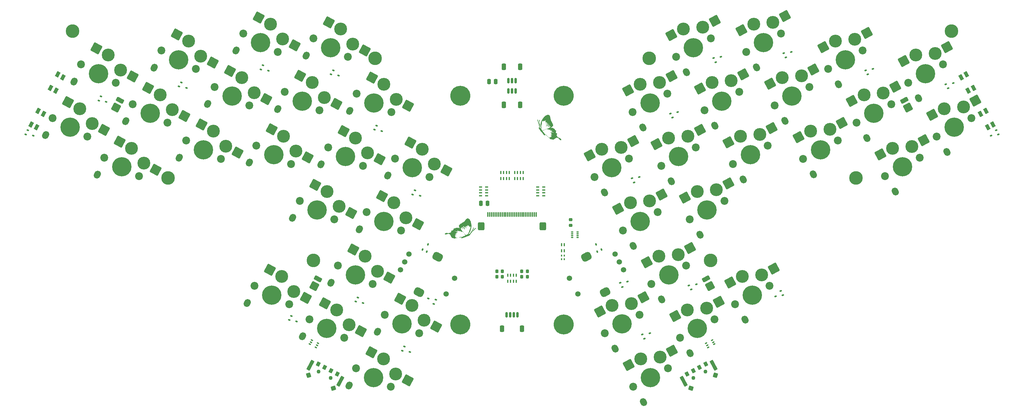
<source format=gbr>
%TF.GenerationSoftware,KiCad,Pcbnew,9.0.2*%
%TF.CreationDate,2025-06-13T18:26:32+01:00*%
%TF.ProjectId,____,e4e8e4e8-2e6b-4696-9361-645f70636258,2.0*%
%TF.SameCoordinates,Original*%
%TF.FileFunction,Soldermask,Bot*%
%TF.FilePolarity,Negative*%
%FSLAX46Y46*%
G04 Gerber Fmt 4.6, Leading zero omitted, Abs format (unit mm)*
G04 Created by KiCad (PCBNEW 9.0.2) date 2025-06-13 18:26:32*
%MOMM*%
%LPD*%
G01*
G04 APERTURE LIST*
G04 Aperture macros list*
%AMRoundRect*
0 Rectangle with rounded corners*
0 $1 Rounding radius*
0 $2 $3 $4 $5 $6 $7 $8 $9 X,Y pos of 4 corners*
0 Add a 4 corners polygon primitive as box body*
4,1,4,$2,$3,$4,$5,$6,$7,$8,$9,$2,$3,0*
0 Add four circle primitives for the rounded corners*
1,1,$1+$1,$2,$3*
1,1,$1+$1,$4,$5*
1,1,$1+$1,$6,$7*
1,1,$1+$1,$8,$9*
0 Add four rect primitives between the rounded corners*
20,1,$1+$1,$2,$3,$4,$5,0*
20,1,$1+$1,$4,$5,$6,$7,0*
20,1,$1+$1,$6,$7,$8,$9,0*
20,1,$1+$1,$8,$9,$2,$3,0*%
%AMHorizOval*
0 Thick line with rounded ends*
0 $1 width*
0 $2 $3 position (X,Y) of the first rounded end (center of the circle)*
0 $4 $5 position (X,Y) of the second rounded end (center of the circle)*
0 Add line between two ends*
20,1,$1,$2,$3,$4,$5,0*
0 Add two circle primitives to create the rounded ends*
1,1,$1,$2,$3*
1,1,$1,$4,$5*%
G04 Aperture macros list end*
%ADD10C,0.000000*%
%ADD11C,0.031792*%
%ADD12C,0.028759*%
%ADD13RoundRect,0.250000X0.351455X-1.149556X1.149556X0.351455X-0.351455X1.149556X-1.149556X-0.351455X0*%
%ADD14RoundRect,0.250000X0.574454X-0.730156X0.926557X-0.067945X-0.574454X0.730156X-0.926557X0.067945X0*%
%ADD15RoundRect,0.250000X1.149556X-0.351455X0.351455X1.149556X-1.149556X0.351455X-0.351455X-1.149556X0*%
%ADD16RoundRect,0.250000X0.926557X0.067945X0.574454X0.730156X-0.926557X-0.067945X-0.574454X-0.730156X0*%
%ADD17RoundRect,0.112500X0.262516X0.012168X0.156885X0.210831X-0.262516X-0.012168X-0.156885X-0.210831X0*%
%ADD18RoundRect,0.112500X0.156885X-0.210831X0.262516X-0.012168X-0.156885X0.210831X-0.262516X0.012168X0*%
%ADD19RoundRect,0.112500X-0.262516X-0.012168X-0.156885X-0.210831X0.262516X0.012168X0.156885X0.210831X0*%
%ADD20RoundRect,0.112500X-0.156885X0.210831X-0.262516X0.012168X0.156885X-0.210831X0.262516X-0.012168X0*%
%ADD21RoundRect,0.112500X-0.012168X0.262516X-0.210831X0.156885X0.012168X-0.262516X0.210831X-0.156885X0*%
%ADD22RoundRect,0.112500X0.210831X0.156885X0.012168X0.262516X-0.210831X-0.156885X-0.012168X-0.262516X0*%
%ADD23RoundRect,0.150000X0.150000X0.625000X-0.150000X0.625000X-0.150000X-0.625000X0.150000X-0.625000X0*%
%ADD24RoundRect,0.250000X0.350000X0.650000X-0.350000X0.650000X-0.350000X-0.650000X0.350000X-0.650000X0*%
%ADD25RoundRect,0.150000X-0.150000X-0.625000X0.150000X-0.625000X0.150000X0.625000X-0.150000X0.625000X0*%
%ADD26RoundRect,0.250000X-0.350000X-0.650000X0.350000X-0.650000X0.350000X0.650000X-0.350000X0.650000X0*%
%ADD27RoundRect,0.240000X-1.433564X-0.438285X0.438285X-1.433564X1.433564X0.438285X-0.438285X1.433564X0*%
%ADD28C,3.600000*%
%ADD29C,2.200000*%
%ADD30HorizOval,1.800000X-0.117368X-0.220737X0.117368X0.220737X0*%
%ADD31C,5.400000*%
%ADD32RoundRect,0.240000X-0.438285X-1.433564X1.433564X-0.438285X0.438285X1.433564X-1.433564X0.438285X0*%
%ADD33HorizOval,1.800000X-0.117368X0.220737X0.117368X-0.220737X0*%
%ADD34C,5.600000*%
%ADD35C,3.800000*%
%ADD36C,1.500000*%
%ADD37RoundRect,0.800000X-0.365454X0.590715X-0.694084X-0.027349X0.365454X-0.590715X0.694084X0.027349X0*%
%ADD38RoundRect,0.800000X0.694084X-0.027349X0.365454X0.590715X-0.694084X0.027349X-0.365454X-0.590715X0*%
%ADD39C,1.100000*%
%ADD40RoundRect,0.080000X-0.126713X-0.656311X0.614963X-0.261955X0.126713X0.656311X-0.614963X0.261955X0*%
%ADD41RoundRect,0.080000X0.295812X-1.450964X1.037488X-1.056608X-0.295812X1.450964X-1.037488X1.056608X0*%
%ADD42RoundRect,0.096000X-0.677148X-0.320004X0.382437X-0.643952X0.677148X0.320004X-0.382437X0.643952X0*%
%ADD43RoundRect,0.096000X0.320004X-0.677148X0.643952X0.382437X-0.320004X0.677148X-0.643952X-0.382437X0*%
%ADD44RoundRect,0.225000X-0.225000X-0.250000X0.225000X-0.250000X0.225000X0.250000X-0.225000X0.250000X0*%
%ADD45RoundRect,0.100000X-0.100000X0.350000X-0.100000X-0.350000X0.100000X-0.350000X0.100000X0.350000X0*%
%ADD46RoundRect,0.225000X0.225000X0.250000X-0.225000X0.250000X-0.225000X-0.250000X0.225000X-0.250000X0*%
%ADD47RoundRect,0.100000X-0.350000X-0.100000X0.350000X-0.100000X0.350000X0.100000X-0.350000X0.100000X0*%
%ADD48RoundRect,0.250000X0.250000X0.475000X-0.250000X0.475000X-0.250000X-0.475000X0.250000X-0.475000X0*%
%ADD49RoundRect,0.080000X0.044555X-0.810827X0.697121X0.416471X-0.044555X0.810827X-0.697121X-0.416471X0*%
%ADD50RoundRect,0.080000X-0.120000X0.170000X-0.120000X-0.170000X0.120000X-0.170000X0.120000X0.170000X0*%
%ADD51RoundRect,0.100000X0.245610X-0.017336X-0.151716X0.193926X-0.245610X0.017336X0.151716X-0.193926X0*%
%ADD52RoundRect,0.080000X-0.614963X-0.261955X0.126713X-0.656311X0.614963X0.261955X-0.126713X0.656311X0*%
%ADD53RoundRect,0.080000X-1.037488X-1.056608X-0.295812X-1.450964X1.037488X1.056608X0.295812X1.450964X0*%
%ADD54RoundRect,0.096000X-0.643952X0.382437X-0.320004X-0.677148X0.643952X-0.382437X0.320004X0.677148X0*%
%ADD55RoundRect,0.096000X-0.382437X-0.643952X0.677148X-0.320004X0.382437X0.643952X-0.677148X0.320004X0*%
%ADD56RoundRect,0.100000X-0.151716X-0.193926X0.245610X0.017336X0.151716X0.193926X-0.245610X-0.017336X0*%
%ADD57RoundRect,0.050000X-0.285000X-0.100000X0.285000X-0.100000X0.285000X0.100000X-0.285000X0.100000X0*%
%ADD58RoundRect,0.100000X0.350000X0.100000X-0.350000X0.100000X-0.350000X-0.100000X0.350000X-0.100000X0*%
%ADD59RoundRect,0.225000X0.250000X-0.225000X0.250000X0.225000X-0.250000X0.225000X-0.250000X-0.225000X0*%
%ADD60RoundRect,0.080000X-0.697121X0.416471X-0.044555X-0.810827X0.697121X-0.416471X0.044555X0.810827X0*%
%ADD61RoundRect,0.075000X0.075000X0.575000X-0.075000X0.575000X-0.075000X-0.575000X0.075000X-0.575000X0*%
%ADD62RoundRect,0.250000X0.650000X0.850000X-0.650000X0.850000X-0.650000X-0.850000X0.650000X-0.850000X0*%
G04 APERTURE END LIST*
D10*
G36*
X137621323Y-100259524D02*
G01*
X137668791Y-100265761D01*
X137714870Y-100275238D01*
X137759578Y-100287845D01*
X137802932Y-100303466D01*
X137844946Y-100321987D01*
X137885637Y-100343296D01*
X137925028Y-100367277D01*
X137963127Y-100393819D01*
X137999956Y-100422809D01*
X138035530Y-100454130D01*
X138069866Y-100487672D01*
X138102979Y-100523316D01*
X138134888Y-100560955D01*
X138165609Y-100600470D01*
X138195159Y-100641751D01*
X138195140Y-100641745D01*
X138195123Y-100641741D01*
X138195088Y-100641730D01*
X138256060Y-100738191D01*
X138311637Y-100841410D01*
X138362004Y-100950171D01*
X138407347Y-101063265D01*
X138447850Y-101179465D01*
X138483699Y-101297561D01*
X138515080Y-101416334D01*
X138542179Y-101534571D01*
X138565181Y-101651055D01*
X138584269Y-101764566D01*
X138599632Y-101873892D01*
X138611453Y-101977818D01*
X138619922Y-102075123D01*
X138625218Y-102164592D01*
X138627531Y-102245013D01*
X138627044Y-102315166D01*
X138620553Y-102463295D01*
X138609318Y-102611468D01*
X138593163Y-102759349D01*
X138571902Y-102906606D01*
X138545361Y-103052896D01*
X138513355Y-103197888D01*
X138475705Y-103341245D01*
X138432231Y-103482633D01*
X138382750Y-103621714D01*
X138327085Y-103758150D01*
X138265053Y-103891607D01*
X138196477Y-104021751D01*
X138121174Y-104148243D01*
X138038963Y-104270752D01*
X137949664Y-104388935D01*
X137853098Y-104502461D01*
X137802415Y-104556260D01*
X137746430Y-104612145D01*
X137626113Y-104727436D01*
X137565558Y-104785488D01*
X137507256Y-104842901D01*
X137453098Y-104898996D01*
X137428161Y-104926336D01*
X137404969Y-104953093D01*
X137428952Y-104912228D01*
X137452617Y-104869802D01*
X137476055Y-104826262D01*
X137499364Y-104782045D01*
X137545962Y-104693358D01*
X137569444Y-104649769D01*
X137593171Y-104607272D01*
X137645519Y-104517417D01*
X137672879Y-104472000D01*
X137700920Y-104426709D01*
X137729554Y-104381880D01*
X137758692Y-104337854D01*
X137788254Y-104294972D01*
X137818150Y-104253568D01*
X137840116Y-104223727D01*
X137868391Y-104184279D01*
X137900000Y-104138246D01*
X137916121Y-104113702D01*
X137931954Y-104088648D01*
X137947131Y-104063456D01*
X137961272Y-104038508D01*
X137974010Y-104014178D01*
X137984972Y-103990845D01*
X137993783Y-103968890D01*
X137997264Y-103958545D01*
X138000070Y-103948686D01*
X138002151Y-103939360D01*
X138003460Y-103930612D01*
X138003954Y-103922494D01*
X138003583Y-103915047D01*
X138002461Y-103902634D01*
X138001960Y-103890269D01*
X138002043Y-103877943D01*
X138002683Y-103865659D01*
X138003842Y-103853412D01*
X138005496Y-103841198D01*
X138010146Y-103816864D01*
X138016388Y-103792636D01*
X138023961Y-103768491D01*
X138032618Y-103744408D01*
X138042107Y-103720369D01*
X138083343Y-103624197D01*
X138093211Y-103600044D01*
X138102399Y-103575806D01*
X138110655Y-103551462D01*
X138117726Y-103526988D01*
X138163277Y-103329257D01*
X138170141Y-103302293D01*
X138177300Y-103276052D01*
X138184763Y-103250908D01*
X138192536Y-103227224D01*
X138200632Y-103205368D01*
X138209062Y-103185711D01*
X138217831Y-103168619D01*
X138222347Y-103161151D01*
X138226952Y-103154462D01*
X138240007Y-103135859D01*
X138252278Y-103116433D01*
X138274511Y-103075300D01*
X138293753Y-103031435D01*
X138310109Y-102985219D01*
X138323678Y-102937032D01*
X138334561Y-102887246D01*
X138342862Y-102836245D01*
X138348682Y-102784403D01*
X138352124Y-102732102D01*
X138353288Y-102679715D01*
X138352277Y-102627620D01*
X138349192Y-102576198D01*
X138344136Y-102525826D01*
X138337212Y-102476879D01*
X138328518Y-102429739D01*
X138318159Y-102384783D01*
X138313932Y-102389472D01*
X138309644Y-102395050D01*
X138300848Y-102408567D01*
X138291706Y-102424752D01*
X138282160Y-102443022D01*
X138261594Y-102483470D01*
X138250453Y-102504477D01*
X138238652Y-102525232D01*
X138226136Y-102545146D01*
X138212836Y-102563637D01*
X138205874Y-102572164D01*
X138198693Y-102580117D01*
X138191286Y-102587421D01*
X138183645Y-102594003D01*
X138175760Y-102599793D01*
X138167628Y-102604714D01*
X138159236Y-102608693D01*
X138150579Y-102611661D01*
X138141649Y-102613541D01*
X138132437Y-102614262D01*
X138122936Y-102613746D01*
X138113141Y-102611928D01*
X138109110Y-102610381D01*
X138104710Y-102607715D01*
X138094923Y-102599298D01*
X138083995Y-102587229D01*
X138072146Y-102572063D01*
X138059599Y-102554353D01*
X138046572Y-102534653D01*
X138019958Y-102491502D01*
X137938324Y-102350093D01*
X138008250Y-102454829D01*
X137991412Y-102425453D01*
X137971819Y-102394837D01*
X137949686Y-102363381D01*
X137925231Y-102331476D01*
X137898670Y-102299519D01*
X137870215Y-102267910D01*
X137840089Y-102237040D01*
X137808503Y-102207307D01*
X137775675Y-102179109D01*
X137741821Y-102152839D01*
X137707155Y-102128896D01*
X137671896Y-102107673D01*
X137654113Y-102098205D01*
X137636260Y-102089570D01*
X137618369Y-102081807D01*
X137600463Y-102074978D01*
X137582570Y-102069125D01*
X137564718Y-102064296D01*
X137546934Y-102060547D01*
X137529245Y-102057922D01*
X137545889Y-102081931D01*
X137564409Y-102107261D01*
X137605164Y-102161181D01*
X137647695Y-102218241D01*
X137668433Y-102247501D01*
X137688184Y-102277007D01*
X137706467Y-102306581D01*
X137722810Y-102336042D01*
X137736731Y-102365211D01*
X137747755Y-102393911D01*
X137752033Y-102408028D01*
X137755404Y-102421957D01*
X137757816Y-102435682D01*
X137759202Y-102449175D01*
X137759509Y-102462416D01*
X137758671Y-102475384D01*
X137756632Y-102488053D01*
X137753334Y-102500401D01*
X137738854Y-102477927D01*
X137724323Y-102454111D01*
X137694649Y-102403741D01*
X137663453Y-102351851D01*
X137647010Y-102326136D01*
X137629861Y-102301002D01*
X137611899Y-102276767D01*
X137593012Y-102253754D01*
X137573093Y-102232283D01*
X137552033Y-102212673D01*
X137541042Y-102203666D01*
X137529725Y-102195242D01*
X137518069Y-102187446D01*
X137506060Y-102180317D01*
X137493687Y-102173889D01*
X137480933Y-102168210D01*
X137467783Y-102163315D01*
X137454226Y-102159244D01*
X137458188Y-102181768D01*
X137462847Y-102203890D01*
X137468058Y-102225603D01*
X137473674Y-102246902D01*
X137497268Y-102327885D01*
X137507694Y-102365783D01*
X137512051Y-102384068D01*
X137515644Y-102401905D01*
X137518322Y-102419288D01*
X137519944Y-102436213D01*
X137520359Y-102452676D01*
X137519423Y-102468672D01*
X137504949Y-102455173D01*
X137490542Y-102442511D01*
X137476157Y-102430606D01*
X137461745Y-102419380D01*
X137447264Y-102408754D01*
X137432664Y-102398654D01*
X137417902Y-102388993D01*
X137402935Y-102379702D01*
X137387711Y-102370694D01*
X137372190Y-102361898D01*
X137340068Y-102344616D01*
X137306200Y-102327227D01*
X137270219Y-102309102D01*
X137276810Y-102317152D01*
X137283094Y-102325387D01*
X137289109Y-102333786D01*
X137294891Y-102342323D01*
X137305917Y-102359736D01*
X137316470Y-102377435D01*
X137337379Y-102412965D01*
X137348335Y-102430428D01*
X137354075Y-102439004D01*
X137360033Y-102447443D01*
X137361998Y-102446568D01*
X137365372Y-102453557D01*
X137369837Y-102459468D01*
X137370944Y-102460913D01*
X137372077Y-102462359D01*
X137373248Y-102463811D01*
X137374469Y-102465274D01*
X137373673Y-102464849D01*
X137372905Y-102464427D01*
X137371422Y-102463596D01*
X137369948Y-102462763D01*
X137368405Y-102461911D01*
X137481812Y-102732891D01*
X137470244Y-102716302D01*
X137457175Y-102698663D01*
X137428218Y-102661018D01*
X137398309Y-102621563D01*
X137384050Y-102601657D01*
X137370819Y-102581900D01*
X137359034Y-102562492D01*
X137349116Y-102543632D01*
X137344991Y-102534472D01*
X137341490Y-102525525D01*
X137338666Y-102516815D01*
X137336573Y-102508366D01*
X137335262Y-102500207D01*
X137334788Y-102492360D01*
X137335202Y-102484852D01*
X137336556Y-102477706D01*
X137338902Y-102470949D01*
X137342298Y-102464604D01*
X137346790Y-102458699D01*
X137352436Y-102453256D01*
X137334294Y-102442576D01*
X137317206Y-102431930D01*
X137301055Y-102421347D01*
X137285733Y-102410867D01*
X137257115Y-102390350D01*
X137230450Y-102370660D01*
X137204837Y-102352070D01*
X137192140Y-102343275D01*
X137179368Y-102334863D01*
X137166408Y-102326866D01*
X137153147Y-102319317D01*
X137139472Y-102312255D01*
X137125267Y-102305713D01*
X137124117Y-102318276D01*
X137123354Y-102331014D01*
X137123074Y-102343944D01*
X137123383Y-102357086D01*
X137124381Y-102370464D01*
X137126165Y-102384094D01*
X137128838Y-102397995D01*
X137132502Y-102412191D01*
X137137257Y-102426701D01*
X137143202Y-102441543D01*
X137150439Y-102456740D01*
X137159064Y-102472310D01*
X137169186Y-102488275D01*
X137180899Y-102504650D01*
X137194306Y-102521464D01*
X137209508Y-102538728D01*
X137139657Y-102503216D01*
X137107529Y-102485937D01*
X137092005Y-102477140D01*
X137076781Y-102468135D01*
X137061811Y-102458843D01*
X137047051Y-102449186D01*
X137032450Y-102439083D01*
X137017970Y-102428460D01*
X137003561Y-102417232D01*
X136989174Y-102405327D01*
X136974771Y-102392661D01*
X136960302Y-102379161D01*
X136975065Y-102400548D01*
X136991085Y-102422650D01*
X137025486Y-102468656D01*
X137060721Y-102516457D01*
X137077777Y-102540808D01*
X137093995Y-102565340D01*
X137109025Y-102589965D01*
X137122517Y-102614588D01*
X137134125Y-102639126D01*
X137143500Y-102663485D01*
X137147238Y-102675573D01*
X137150289Y-102687579D01*
X137152606Y-102699498D01*
X137154145Y-102711317D01*
X137154867Y-102723025D01*
X137154723Y-102734609D01*
X137153671Y-102746058D01*
X137151671Y-102757365D01*
X137166251Y-102764034D01*
X137180805Y-102771135D01*
X137195149Y-102778741D01*
X137209091Y-102786935D01*
X137222444Y-102795796D01*
X137235025Y-102805402D01*
X137246642Y-102815835D01*
X137252027Y-102821387D01*
X137257104Y-102827174D01*
X137261844Y-102833207D01*
X137266227Y-102839497D01*
X137270229Y-102846054D01*
X137273823Y-102852886D01*
X137276991Y-102860005D01*
X137279702Y-102867420D01*
X137281943Y-102875141D01*
X137283680Y-102883178D01*
X137284897Y-102891541D01*
X137285566Y-102900239D01*
X137285666Y-102909284D01*
X137285174Y-102918685D01*
X137284063Y-102928450D01*
X137282313Y-102938593D01*
X137279899Y-102949121D01*
X137276798Y-102960044D01*
X137149431Y-102769279D01*
X137136944Y-102750576D01*
X137137040Y-102750615D01*
X137137135Y-102750651D01*
X137137233Y-102750684D01*
X137137332Y-102750716D01*
X137137537Y-102750774D01*
X137137743Y-102750828D01*
X137137951Y-102750882D01*
X137138157Y-102750941D01*
X137138257Y-102750971D01*
X137138357Y-102751004D01*
X137138454Y-102751038D01*
X137138549Y-102751076D01*
X137120736Y-102725053D01*
X137100563Y-102699705D01*
X137078270Y-102675046D01*
X137054099Y-102651092D01*
X137028291Y-102627862D01*
X137001087Y-102605371D01*
X136972730Y-102583633D01*
X136943458Y-102562669D01*
X136913516Y-102542493D01*
X136883145Y-102523122D01*
X136852581Y-102504572D01*
X136822072Y-102486861D01*
X136762176Y-102454021D01*
X136705383Y-102424729D01*
X136753120Y-102499460D01*
X136776065Y-102537881D01*
X136798283Y-102576861D01*
X136819702Y-102616293D01*
X136840235Y-102656067D01*
X136859805Y-102696078D01*
X136878332Y-102736210D01*
X136895733Y-102776361D01*
X136911935Y-102816422D01*
X136926850Y-102856282D01*
X136940403Y-102895835D01*
X136952512Y-102934970D01*
X136963097Y-102973580D01*
X136972078Y-103011556D01*
X136979375Y-103048792D01*
X136966842Y-103023713D01*
X136952519Y-102998595D01*
X136918876Y-102948315D01*
X136879181Y-102898131D01*
X136834167Y-102848215D01*
X136784570Y-102798743D01*
X136731122Y-102749891D01*
X136674562Y-102701832D01*
X136615625Y-102654738D01*
X136555040Y-102608790D01*
X136493547Y-102564159D01*
X136370769Y-102479546D01*
X136146622Y-102333816D01*
X136195736Y-102404597D01*
X136245266Y-102471073D01*
X136295215Y-102534196D01*
X136345582Y-102594927D01*
X136551243Y-102833008D01*
X136571265Y-102858031D01*
X136592597Y-102887257D01*
X136614808Y-102920097D01*
X136637476Y-102955951D01*
X136660176Y-102994225D01*
X136682483Y-103034326D01*
X136703969Y-103075655D01*
X136724210Y-103117620D01*
X136742781Y-103159621D01*
X136759258Y-103201067D01*
X136773211Y-103241362D01*
X136784219Y-103279909D01*
X136791854Y-103316111D01*
X136795692Y-103349378D01*
X136796055Y-103364723D01*
X136795307Y-103379109D01*
X136793399Y-103392464D01*
X136790275Y-103404713D01*
X136745154Y-103338415D01*
X136699962Y-103274905D01*
X136654355Y-103214157D01*
X136607983Y-103156140D01*
X136560511Y-103100823D01*
X136511584Y-103048179D01*
X136460863Y-102998180D01*
X136407998Y-102950793D01*
X136352650Y-102905991D01*
X136294467Y-102863747D01*
X136233108Y-102824027D01*
X136168228Y-102786805D01*
X136099480Y-102752052D01*
X136026520Y-102719735D01*
X135949004Y-102689830D01*
X135866581Y-102662305D01*
X135887689Y-102694796D01*
X135908453Y-102728033D01*
X135950071Y-102795390D01*
X135971476Y-102828832D01*
X135993649Y-102861664D01*
X136016864Y-102893545D01*
X136028949Y-102909026D01*
X136041396Y-102924140D01*
X136058420Y-102943295D01*
X136075963Y-102961419D01*
X136093897Y-102978701D01*
X136112098Y-102995327D01*
X136185054Y-103059093D01*
X136202704Y-103075300D01*
X136219863Y-103091990D01*
X136236411Y-103109355D01*
X136252219Y-103127585D01*
X136267163Y-103146867D01*
X136281116Y-103167395D01*
X136293954Y-103189354D01*
X136299912Y-103200931D01*
X136305547Y-103212936D01*
X136286037Y-103204682D01*
X136265707Y-103195555D01*
X136223089Y-103175041D01*
X136178720Y-103152093D01*
X136133621Y-103127417D01*
X136088819Y-103101715D01*
X136045331Y-103075690D01*
X136004179Y-103050047D01*
X135966390Y-103025484D01*
X135949612Y-103013565D01*
X135932832Y-103000309D01*
X135916021Y-102985961D01*
X135899151Y-102970767D01*
X135830503Y-102906499D01*
X135812905Y-102890794D01*
X135795072Y-102875730D01*
X135776981Y-102861551D01*
X135758600Y-102848506D01*
X135739898Y-102836844D01*
X135720852Y-102826809D01*
X135711188Y-102822480D01*
X135701427Y-102818651D01*
X135691564Y-102815353D01*
X135681597Y-102812615D01*
X135674904Y-102825305D01*
X135669212Y-102838891D01*
X135664482Y-102853321D01*
X135660679Y-102868536D01*
X135657766Y-102884476D01*
X135655700Y-102901085D01*
X135653972Y-102936088D01*
X135655189Y-102973081D01*
X135659053Y-103011609D01*
X135665260Y-103051211D01*
X135673506Y-103091433D01*
X135683490Y-103131815D01*
X135694911Y-103171896D01*
X135707467Y-103211221D01*
X135720852Y-103249330D01*
X135734767Y-103285769D01*
X135748907Y-103320075D01*
X135776660Y-103380461D01*
X135794097Y-103413343D01*
X135813485Y-103445952D01*
X135834635Y-103478293D01*
X135857349Y-103510384D01*
X135881433Y-103542228D01*
X135906696Y-103573844D01*
X135959973Y-103636419D01*
X136181282Y-103879648D01*
X136280745Y-103997292D01*
X136377208Y-104117123D01*
X136471102Y-104239001D01*
X136562843Y-104362794D01*
X136652859Y-104488369D01*
X136741577Y-104615591D01*
X136916801Y-104874437D01*
X137109024Y-105123863D01*
X137165491Y-105201822D01*
X137190426Y-105238793D01*
X137212058Y-105273369D01*
X137229554Y-105304761D01*
X137242088Y-105332181D01*
X137246234Y-105344152D01*
X137248831Y-105354833D01*
X137249772Y-105364123D01*
X137248953Y-105371929D01*
X137246440Y-105377168D01*
X137242316Y-105379477D01*
X137236680Y-105379020D01*
X137229639Y-105375970D01*
X137211747Y-105362767D01*
X137189465Y-105341220D01*
X137163611Y-105312684D01*
X137135016Y-105278517D01*
X137072883Y-105198702D01*
X137009656Y-105112612D01*
X136951923Y-105031091D01*
X136879290Y-104925097D01*
X136495320Y-104350000D01*
X136056365Y-103799382D01*
X136055575Y-103831997D01*
X136053438Y-103860803D01*
X136050018Y-103885964D01*
X136045379Y-103907641D01*
X136039581Y-103926000D01*
X136032687Y-103941206D01*
X136024764Y-103953419D01*
X136015872Y-103962803D01*
X136006075Y-103969523D01*
X135995438Y-103973741D01*
X135984021Y-103975623D01*
X135971890Y-103975332D01*
X135959107Y-103973027D01*
X135945736Y-103968877D01*
X135931840Y-103963043D01*
X135917481Y-103955688D01*
X135887634Y-103937072D01*
X135856693Y-103914341D01*
X135825173Y-103888795D01*
X135793574Y-103861749D01*
X135732169Y-103808380D01*
X135703377Y-103784673D01*
X135676530Y-103764694D01*
X135688983Y-103782847D01*
X135701770Y-103800743D01*
X135727488Y-103835957D01*
X135751980Y-103870715D01*
X135763234Y-103888042D01*
X135773539Y-103905397D01*
X135782688Y-103922832D01*
X135790463Y-103940391D01*
X135793771Y-103949229D01*
X135796654Y-103958121D01*
X135799088Y-103967065D01*
X135801043Y-103976069D01*
X135802499Y-103985140D01*
X135803423Y-103994284D01*
X135803792Y-104003508D01*
X135803577Y-104012816D01*
X135802753Y-104022214D01*
X135801294Y-104031708D01*
X135799171Y-104041307D01*
X135796357Y-104051013D01*
X135785627Y-104033374D01*
X135771636Y-104013453D01*
X135754757Y-103991674D01*
X135735363Y-103968465D01*
X135713824Y-103944250D01*
X135690512Y-103919455D01*
X135665800Y-103894510D01*
X135640057Y-103869837D01*
X135613657Y-103845860D01*
X135586968Y-103823012D01*
X135560367Y-103801715D01*
X135534219Y-103782394D01*
X135508902Y-103765477D01*
X135484785Y-103751390D01*
X135462240Y-103740559D01*
X135451675Y-103736499D01*
X135441637Y-103733412D01*
X135511564Y-103838143D01*
X135485322Y-103827817D01*
X135459313Y-103815634D01*
X135433519Y-103801772D01*
X135407913Y-103786403D01*
X135382472Y-103769706D01*
X135357173Y-103751861D01*
X135331993Y-103733039D01*
X135306912Y-103713418D01*
X135256943Y-103672483D01*
X135207081Y-103630466D01*
X135157144Y-103588777D01*
X135106943Y-103548824D01*
X135114358Y-103557416D01*
X135121545Y-103566227D01*
X135128519Y-103575237D01*
X135135291Y-103584429D01*
X135148302Y-103603280D01*
X135160708Y-103622634D01*
X135172629Y-103642345D01*
X135184191Y-103662261D01*
X135206746Y-103702123D01*
X135214284Y-103715186D01*
X135221605Y-103727432D01*
X135235497Y-103749575D01*
X135248233Y-103768736D01*
X135259622Y-103785101D01*
X135277596Y-103810191D01*
X135283797Y-103819290D01*
X135286117Y-103823060D01*
X135287887Y-103826342D01*
X135289081Y-103829154D01*
X135289674Y-103831527D01*
X135289646Y-103833479D01*
X135288969Y-103835036D01*
X135287624Y-103836222D01*
X135285580Y-103837058D01*
X135282819Y-103837567D01*
X135279314Y-103837775D01*
X135275045Y-103837703D01*
X135269983Y-103837374D01*
X135257397Y-103836046D01*
X135221683Y-103831341D01*
X135194422Y-103826484D01*
X135164166Y-103818831D01*
X135131235Y-103808586D01*
X135095944Y-103795963D01*
X135058617Y-103781166D01*
X135019569Y-103764406D01*
X134979119Y-103745894D01*
X134937589Y-103725832D01*
X134852547Y-103681911D01*
X134766998Y-103634309D01*
X134683490Y-103584695D01*
X134604572Y-103534742D01*
X134616819Y-103550110D01*
X134628714Y-103565987D01*
X134640280Y-103582286D01*
X134651537Y-103598926D01*
X134673209Y-103632889D01*
X134693907Y-103667206D01*
X134733062Y-103734199D01*
X134751862Y-103765532D01*
X134770377Y-103794524D01*
X134782687Y-103813607D01*
X134793139Y-103831155D01*
X134801800Y-103847210D01*
X134808736Y-103861815D01*
X134814014Y-103875008D01*
X134817702Y-103886834D01*
X134819871Y-103897335D01*
X134820581Y-103906554D01*
X134819903Y-103914531D01*
X134817905Y-103921310D01*
X134814653Y-103926932D01*
X134810213Y-103931437D01*
X134804653Y-103934870D01*
X134798042Y-103937274D01*
X134790447Y-103938686D01*
X134781930Y-103939151D01*
X134772566Y-103938712D01*
X134762418Y-103937410D01*
X134751553Y-103935287D01*
X134740037Y-103932385D01*
X134715332Y-103924411D01*
X134688835Y-103913823D01*
X134661085Y-103900964D01*
X134632619Y-103886163D01*
X134603979Y-103869760D01*
X134575696Y-103852087D01*
X134576234Y-103856030D01*
X134576596Y-103860000D01*
X134576788Y-103863999D01*
X134576820Y-103868025D01*
X134576700Y-103872078D01*
X134576442Y-103876160D01*
X134576046Y-103880271D01*
X134575526Y-103884413D01*
X134574891Y-103888584D01*
X134574147Y-103892785D01*
X134573304Y-103897014D01*
X134572371Y-103901276D01*
X134570266Y-103909894D01*
X134567903Y-103918639D01*
X134406264Y-103898313D01*
X134328849Y-103888319D01*
X134251836Y-103877130D01*
X134173828Y-103863762D01*
X134134012Y-103855956D01*
X134093423Y-103847237D01*
X134051886Y-103837481D01*
X134009223Y-103826566D01*
X133965261Y-103814374D01*
X133919827Y-103800776D01*
X133942452Y-103817383D01*
X133966725Y-103833229D01*
X133992516Y-103848376D01*
X134019695Y-103862893D01*
X134077689Y-103890309D01*
X134139659Y-103916004D01*
X134204564Y-103940519D01*
X134271349Y-103964386D01*
X134406393Y-104012320D01*
X134472555Y-104037458D01*
X134536418Y-104064088D01*
X134596932Y-104092749D01*
X134625606Y-104108005D01*
X134653050Y-104123970D01*
X134679136Y-104140708D01*
X134703730Y-104158291D01*
X134726705Y-104176781D01*
X134747922Y-104196246D01*
X134767257Y-104216754D01*
X134784580Y-104238370D01*
X134799756Y-104261163D01*
X134812657Y-104285199D01*
X134776222Y-104278803D01*
X134739742Y-104275059D01*
X134703215Y-104273561D01*
X134666653Y-104273912D01*
X134630060Y-104275711D01*
X134593442Y-104278558D01*
X134520160Y-104285788D01*
X134446851Y-104292404D01*
X134410205Y-104294480D01*
X134373569Y-104295200D01*
X134336953Y-104294164D01*
X134300361Y-104290972D01*
X134263799Y-104285225D01*
X134245532Y-104281267D01*
X134227275Y-104276519D01*
X134240505Y-104286240D01*
X134253855Y-104296598D01*
X134280673Y-104318386D01*
X134307275Y-104340218D01*
X134320356Y-104350626D01*
X134333211Y-104360420D01*
X134345786Y-104369387D01*
X134358028Y-104377321D01*
X134364005Y-104380835D01*
X134369875Y-104384013D01*
X134375635Y-104386828D01*
X134381275Y-104389254D01*
X134386790Y-104391264D01*
X134392168Y-104392833D01*
X134397407Y-104393936D01*
X134402500Y-104394545D01*
X134407437Y-104394637D01*
X134412213Y-104394180D01*
X134416819Y-104393153D01*
X134421250Y-104391528D01*
X134430410Y-104387734D01*
X134438527Y-104384950D01*
X134445648Y-104383111D01*
X134451820Y-104382151D01*
X134457085Y-104382011D01*
X134461497Y-104382625D01*
X134465099Y-104383932D01*
X134467936Y-104385865D01*
X134470058Y-104388363D01*
X134471510Y-104391365D01*
X134472340Y-104394805D01*
X134472594Y-104398617D01*
X134472318Y-104402742D01*
X134471560Y-104407115D01*
X134470367Y-104411674D01*
X134468786Y-104416355D01*
X134466860Y-104421093D01*
X134464642Y-104425828D01*
X134459502Y-104435026D01*
X134453740Y-104443449D01*
X134447735Y-104450582D01*
X134444756Y-104453510D01*
X134441856Y-104455925D01*
X134439080Y-104457767D01*
X134436477Y-104458969D01*
X134434093Y-104459472D01*
X134431972Y-104459209D01*
X134430167Y-104458118D01*
X134428721Y-104456136D01*
X134429905Y-104459163D01*
X134430392Y-104462151D01*
X134430254Y-104465106D01*
X134429568Y-104468032D01*
X134428411Y-104470935D01*
X134426860Y-104473819D01*
X134422880Y-104479559D01*
X134413552Y-104491076D01*
X134409430Y-104496939D01*
X134407769Y-104499917D01*
X134406480Y-104502934D01*
X134405637Y-104505994D01*
X134405318Y-104509101D01*
X134405600Y-104512264D01*
X134406555Y-104515488D01*
X134408267Y-104518777D01*
X134410808Y-104522137D01*
X134414252Y-104525573D01*
X134418681Y-104529093D01*
X134424167Y-104532698D01*
X134430788Y-104536400D01*
X134438623Y-104540199D01*
X134447746Y-104544103D01*
X134458232Y-104548114D01*
X134470161Y-104552244D01*
X134483607Y-104556493D01*
X134498647Y-104560870D01*
X134482111Y-104570388D01*
X134465274Y-104578766D01*
X134448164Y-104586083D01*
X134430800Y-104592413D01*
X134413206Y-104597830D01*
X134395402Y-104602410D01*
X134359264Y-104609371D01*
X134322569Y-104613896D01*
X134285492Y-104616597D01*
X134210932Y-104618938D01*
X134137034Y-104621247D01*
X134100785Y-104623905D01*
X134065247Y-104628373D01*
X134030598Y-104635258D01*
X134013667Y-104639799D01*
X133997025Y-104645168D01*
X133980695Y-104651448D01*
X133964702Y-104658708D01*
X133949067Y-104667027D01*
X133933813Y-104676483D01*
X133945498Y-104676389D01*
X133957753Y-104677034D01*
X133983819Y-104680397D01*
X134011742Y-104686298D01*
X134041244Y-104694461D01*
X134072051Y-104704610D01*
X134103889Y-104716468D01*
X134136482Y-104729758D01*
X134169557Y-104744207D01*
X134236053Y-104775466D01*
X134301178Y-104808039D01*
X134418532Y-104868279D01*
X134394753Y-104882558D01*
X134369219Y-104895076D01*
X134342138Y-104906058D01*
X134313715Y-104915730D01*
X134284162Y-104924322D01*
X134253685Y-104932054D01*
X134190780Y-104945845D01*
X134126669Y-104958909D01*
X134063008Y-104973049D01*
X134031863Y-104981086D01*
X134001455Y-104990068D01*
X133971986Y-105000221D01*
X133943672Y-105011769D01*
X133969902Y-105019916D01*
X133992374Y-105028842D01*
X134011324Y-105038470D01*
X134026975Y-105048726D01*
X134039562Y-105059544D01*
X134049313Y-105070845D01*
X134056460Y-105082560D01*
X134061234Y-105094613D01*
X134063863Y-105106937D01*
X134064580Y-105119455D01*
X134063616Y-105132096D01*
X134061198Y-105144783D01*
X134057558Y-105157449D01*
X134052928Y-105170018D01*
X134041618Y-105194585D01*
X134017245Y-105239370D01*
X134007871Y-105258429D01*
X134004692Y-105266871D01*
X134002829Y-105274492D01*
X134002511Y-105281218D01*
X134003964Y-105286975D01*
X134007424Y-105291694D01*
X134013120Y-105295301D01*
X134021283Y-105297723D01*
X134032144Y-105298888D01*
X134045930Y-105298721D01*
X134062874Y-105297153D01*
X134053045Y-105307275D01*
X134045957Y-105316824D01*
X134041473Y-105325808D01*
X134039449Y-105334247D01*
X134039752Y-105342153D01*
X134042242Y-105349541D01*
X134046783Y-105356425D01*
X134053235Y-105362823D01*
X134061460Y-105368748D01*
X134071322Y-105374212D01*
X134082680Y-105379238D01*
X134095399Y-105383833D01*
X134124362Y-105391796D01*
X134157106Y-105398227D01*
X134192529Y-105403241D01*
X134229524Y-105406956D01*
X134266986Y-105409497D01*
X134303816Y-105410977D01*
X134371147Y-105411238D01*
X134422683Y-105408690D01*
X134386712Y-105424953D01*
X134350722Y-105441867D01*
X134315535Y-105459281D01*
X134281985Y-105477049D01*
X134250896Y-105495022D01*
X134223089Y-105513049D01*
X134210679Y-105522039D01*
X134199398Y-105530987D01*
X134189352Y-105539872D01*
X134180645Y-105548680D01*
X134173378Y-105557390D01*
X134167658Y-105565985D01*
X134163585Y-105574446D01*
X134161265Y-105582752D01*
X134160796Y-105590887D01*
X134162288Y-105598830D01*
X134165842Y-105606568D01*
X134171557Y-105614075D01*
X134179541Y-105621338D01*
X134189897Y-105628336D01*
X134202730Y-105635047D01*
X134218139Y-105641460D01*
X134236228Y-105647553D01*
X134257102Y-105653307D01*
X134280864Y-105658703D01*
X134307617Y-105663721D01*
X134338991Y-105668184D01*
X134375764Y-105671849D01*
X134417161Y-105674681D01*
X134462391Y-105676640D01*
X134561240Y-105677791D01*
X134666056Y-105674996D01*
X134718749Y-105672027D01*
X134770589Y-105667956D01*
X134820794Y-105662747D01*
X134868582Y-105656362D01*
X134913171Y-105648765D01*
X134953782Y-105639917D01*
X134989631Y-105629777D01*
X135019936Y-105618311D01*
X135065523Y-105598812D01*
X135111828Y-105580525D01*
X135158799Y-105563377D01*
X135206386Y-105547290D01*
X135303199Y-105518002D01*
X135401865Y-105492068D01*
X135501970Y-105468888D01*
X135603107Y-105447862D01*
X135806853Y-105409887D01*
X135863679Y-105401257D01*
X135920689Y-105395460D01*
X135977882Y-105392230D01*
X136035263Y-105391295D01*
X136092830Y-105392400D01*
X136150588Y-105395274D01*
X136208538Y-105399655D01*
X136266684Y-105405277D01*
X136383567Y-105419177D01*
X136501260Y-105434858D01*
X136619772Y-105450197D01*
X136739125Y-105463077D01*
X136725324Y-105473049D01*
X136711397Y-105481762D01*
X136697348Y-105489283D01*
X136683184Y-105495675D01*
X136668901Y-105501000D01*
X136654508Y-105505326D01*
X136640006Y-105508715D01*
X136625395Y-105511231D01*
X136610683Y-105512938D01*
X136595868Y-105513903D01*
X136580955Y-105514189D01*
X136565949Y-105513857D01*
X136535661Y-105511606D01*
X136505025Y-105507663D01*
X136379497Y-105485263D01*
X136347481Y-105480574D01*
X136315261Y-105477277D01*
X136282857Y-105475887D01*
X136266593Y-105476069D01*
X136250292Y-105476917D01*
X136218111Y-105479622D01*
X136186477Y-105482899D01*
X136124606Y-105490873D01*
X136064155Y-105500248D01*
X136004603Y-105510435D01*
X135886101Y-105530868D01*
X135826111Y-105539935D01*
X135764931Y-105547442D01*
X135601328Y-105566283D01*
X135437992Y-105588006D01*
X135274983Y-105612125D01*
X135112363Y-105638155D01*
X134788527Y-105694011D01*
X134466968Y-105751701D01*
X134403926Y-105763678D01*
X134335626Y-105778062D01*
X134264136Y-105794573D01*
X134191524Y-105812935D01*
X134119849Y-105832864D01*
X134051181Y-105854086D01*
X133987587Y-105876320D01*
X133958337Y-105887730D01*
X133931131Y-105899286D01*
X133920697Y-105903322D01*
X133909765Y-105906398D01*
X133898373Y-105908568D01*
X133886560Y-105909882D01*
X133874362Y-105910390D01*
X133861823Y-105910140D01*
X133848980Y-105909183D01*
X133835872Y-105907565D01*
X133822538Y-105905339D01*
X133809017Y-105902554D01*
X133781577Y-105895502D01*
X133753862Y-105886808D01*
X133726186Y-105876867D01*
X133698862Y-105866074D01*
X133672205Y-105854827D01*
X133622145Y-105832554D01*
X133578516Y-105813218D01*
X133559896Y-105805643D01*
X133543826Y-105799992D01*
X133527306Y-105795612D01*
X133507882Y-105791586D01*
X133461998Y-105783804D01*
X133409548Y-105775050D01*
X133381915Y-105769809D01*
X133353906Y-105763726D01*
X133325941Y-105756606D01*
X133298445Y-105748244D01*
X133285002Y-105743536D01*
X133271839Y-105738444D01*
X133258999Y-105732943D01*
X133246540Y-105727008D01*
X133234517Y-105720613D01*
X133222976Y-105713733D01*
X133211975Y-105706345D01*
X133201565Y-105698422D01*
X133191801Y-105689941D01*
X133182732Y-105680876D01*
X133174413Y-105671204D01*
X133166895Y-105660895D01*
X133161767Y-105653520D01*
X133156432Y-105646423D01*
X133145198Y-105632990D01*
X133133312Y-105620457D01*
X133120892Y-105608687D01*
X133108052Y-105597540D01*
X133094910Y-105586882D01*
X133068192Y-105566479D01*
X133041673Y-105546375D01*
X133028781Y-105536090D01*
X133016289Y-105525469D01*
X133004315Y-105514372D01*
X132992981Y-105502659D01*
X132982393Y-105490196D01*
X132977420Y-105483641D01*
X132972678Y-105476844D01*
X132854103Y-105192401D01*
X132838016Y-105166134D01*
X132824100Y-105139259D01*
X132811931Y-105111869D01*
X132801088Y-105084065D01*
X132762562Y-104970669D01*
X132752037Y-104942266D01*
X132740309Y-104914037D01*
X132726963Y-104886082D01*
X132711576Y-104858501D01*
X132693722Y-104831388D01*
X132683739Y-104818040D01*
X132672986Y-104804845D01*
X132661406Y-104791817D01*
X132648946Y-104778969D01*
X132635553Y-104766311D01*
X132621176Y-104753857D01*
X132587595Y-104728038D01*
X132552048Y-104704535D01*
X132514742Y-104683324D01*
X132475878Y-104664382D01*
X132435660Y-104647683D01*
X132394294Y-104633194D01*
X132351980Y-104620896D01*
X132308926Y-104610762D01*
X132265333Y-104602767D01*
X132221405Y-104596882D01*
X132177347Y-104593084D01*
X132133360Y-104591343D01*
X132089653Y-104591637D01*
X132046425Y-104593942D01*
X132003881Y-104598225D01*
X131962227Y-104604465D01*
X131923194Y-104613393D01*
X131871342Y-104627966D01*
X131739199Y-104667688D01*
X131585865Y-104710916D01*
X131507520Y-104729873D01*
X131431402Y-104744936D01*
X131360019Y-104754521D01*
X131326885Y-104756763D01*
X131295876Y-104757035D01*
X131267303Y-104755144D01*
X131241480Y-104750891D01*
X131218725Y-104744074D01*
X131199345Y-104734496D01*
X131183658Y-104721959D01*
X131171976Y-104706264D01*
X131164610Y-104687212D01*
X131161878Y-104664605D01*
X131164091Y-104638245D01*
X131171563Y-104607929D01*
X131184607Y-104573463D01*
X131203535Y-104534647D01*
X131220478Y-104506166D01*
X131239170Y-104480565D01*
X131259526Y-104457705D01*
X131281466Y-104437455D01*
X131304906Y-104419675D01*
X131329759Y-104404227D01*
X131355941Y-104390978D01*
X131383372Y-104379790D01*
X131411968Y-104370527D01*
X131441642Y-104363049D01*
X131472315Y-104357222D01*
X131503900Y-104352912D01*
X131569471Y-104348287D01*
X131637689Y-104348078D01*
X131707885Y-104351198D01*
X131779386Y-104356549D01*
X131923638Y-104369583D01*
X131995047Y-104375077D01*
X132065085Y-104378436D01*
X132133085Y-104378564D01*
X132198374Y-104374371D01*
X132278135Y-104365404D01*
X132354390Y-104355421D01*
X132427000Y-104344012D01*
X132495827Y-104330772D01*
X132560731Y-104315295D01*
X132621574Y-104297176D01*
X132650428Y-104286998D01*
X132678215Y-104276008D01*
X132704920Y-104264154D01*
X132730522Y-104251385D01*
X132755004Y-104237651D01*
X132778351Y-104222902D01*
X132800541Y-104207086D01*
X132821562Y-104190150D01*
X132841394Y-104172048D01*
X132860020Y-104152726D01*
X132877422Y-104132135D01*
X132893585Y-104110225D01*
X132908489Y-104086942D01*
X132922118Y-104062236D01*
X132934454Y-104036059D01*
X132945482Y-104008356D01*
X132955181Y-103979081D01*
X132963536Y-103948179D01*
X132970528Y-103915602D01*
X132976142Y-103881300D01*
X132980402Y-103851078D01*
X132983731Y-103830687D01*
X132988110Y-103807797D01*
X132993722Y-103783168D01*
X133000757Y-103757567D01*
X133009396Y-103731760D01*
X133019832Y-103706506D01*
X133025779Y-103694326D01*
X133032246Y-103682571D01*
X133039253Y-103671339D01*
X133046825Y-103660721D01*
X133054985Y-103650819D01*
X133063756Y-103641719D01*
X133073160Y-103633524D01*
X133083223Y-103626329D01*
X133093965Y-103620227D01*
X133105413Y-103615314D01*
X133117588Y-103611686D01*
X133130516Y-103609439D01*
X133144215Y-103608668D01*
X133158712Y-103609470D01*
X133174030Y-103611936D01*
X133190192Y-103616167D01*
X133205481Y-103620620D01*
X133221092Y-103624578D01*
X133236956Y-103628011D01*
X133253004Y-103630882D01*
X133269171Y-103633156D01*
X133285386Y-103634801D01*
X133301579Y-103635780D01*
X133317683Y-103636061D01*
X133333629Y-103635608D01*
X133349352Y-103634389D01*
X133364777Y-103632369D01*
X133379841Y-103629509D01*
X133394472Y-103625779D01*
X133408605Y-103621147D01*
X133422167Y-103615573D01*
X133435095Y-103609030D01*
X133442246Y-103604670D01*
X133448623Y-103600053D01*
X133454268Y-103595207D01*
X133459221Y-103590149D01*
X133463520Y-103584902D01*
X133467204Y-103579491D01*
X133470312Y-103573940D01*
X133472883Y-103568266D01*
X133474959Y-103562496D01*
X133476572Y-103556653D01*
X133477766Y-103550760D01*
X133478582Y-103544834D01*
X133479056Y-103538905D01*
X133479226Y-103532992D01*
X133478817Y-103521308D01*
X133477667Y-103509963D01*
X133476090Y-103499140D01*
X133472903Y-103479783D01*
X133471916Y-103471617D01*
X133471712Y-103467990D01*
X133471755Y-103464696D01*
X133472079Y-103461762D01*
X133472727Y-103459206D01*
X133473736Y-103457057D01*
X133475146Y-103455330D01*
X133478596Y-103452409D01*
X133482448Y-103449650D01*
X133486671Y-103447043D01*
X133491237Y-103444574D01*
X133501286Y-103440005D01*
X133512353Y-103435843D01*
X133524213Y-103431991D01*
X133536630Y-103428348D01*
X133562198Y-103421303D01*
X133574885Y-103417702D01*
X133587197Y-103413921D01*
X133598897Y-103409856D01*
X133609759Y-103405415D01*
X133619545Y-103400492D01*
X133623959Y-103397823D01*
X133628020Y-103394995D01*
X133631694Y-103392001D01*
X133634954Y-103388826D01*
X133637771Y-103385456D01*
X133640114Y-103381881D01*
X133643940Y-103374870D01*
X133647106Y-103368437D01*
X133649652Y-103362544D01*
X133651615Y-103357156D01*
X133653032Y-103352230D01*
X133653943Y-103347728D01*
X133654386Y-103343611D01*
X133654399Y-103339842D01*
X133654018Y-103336382D01*
X133653288Y-103333190D01*
X133652238Y-103330229D01*
X133650914Y-103327462D01*
X133649351Y-103324845D01*
X133647585Y-103322345D01*
X133643610Y-103317532D01*
X133639288Y-103312708D01*
X133634935Y-103307567D01*
X133632838Y-103304783D01*
X133630849Y-103301799D01*
X133629003Y-103298581D01*
X133627337Y-103295091D01*
X133625894Y-103291287D01*
X133624709Y-103287133D01*
X133623820Y-103282591D01*
X133623268Y-103277616D01*
X133623090Y-103272177D01*
X133623323Y-103266232D01*
X133624004Y-103259741D01*
X133625177Y-103252665D01*
X133645357Y-103140604D01*
X133650253Y-103121131D01*
X133653034Y-103112523D01*
X133656121Y-103104630D01*
X133659582Y-103097421D01*
X133663479Y-103090871D01*
X133667878Y-103084950D01*
X133672841Y-103079632D01*
X133678437Y-103074885D01*
X133684727Y-103070686D01*
X133691780Y-103067004D01*
X133699653Y-103063809D01*
X133708417Y-103061078D01*
X133718134Y-103058780D01*
X133728869Y-103056886D01*
X133740686Y-103055369D01*
X133767828Y-103053354D01*
X133800074Y-103052505D01*
X133837942Y-103052607D01*
X133881947Y-103053426D01*
X133901674Y-103053613D01*
X133920334Y-103053236D01*
X133937982Y-103052321D01*
X133954678Y-103050887D01*
X133970482Y-103048959D01*
X133985453Y-103046561D01*
X133999652Y-103043718D01*
X134013137Y-103040447D01*
X134025965Y-103036778D01*
X134038198Y-103032729D01*
X134049895Y-103028325D01*
X134061115Y-103023589D01*
X134082362Y-103013214D01*
X134102409Y-103001785D01*
X134121736Y-102989492D01*
X134140813Y-102976517D01*
X134180116Y-102949260D01*
X134201292Y-102935350D01*
X134224117Y-102921497D01*
X134249063Y-102907882D01*
X134276604Y-102894697D01*
X134290662Y-102888805D01*
X134304983Y-102883511D01*
X134334359Y-102874611D01*
X134364629Y-102867776D01*
X134395693Y-102862792D01*
X134427448Y-102859442D01*
X134459789Y-102857509D01*
X134492613Y-102856779D01*
X134525822Y-102857035D01*
X134592975Y-102859636D01*
X134660423Y-102863584D01*
X134727349Y-102867153D01*
X134760362Y-102868257D01*
X134792932Y-102868614D01*
X134856339Y-102870275D01*
X134885997Y-102872451D01*
X134914397Y-102875494D01*
X134941623Y-102879382D01*
X134967757Y-102884090D01*
X134992874Y-102889599D01*
X135017059Y-102895885D01*
X135062953Y-102910691D01*
X135106081Y-102928334D01*
X135147093Y-102948630D01*
X135186634Y-102971402D01*
X135225350Y-102996462D01*
X135263885Y-103023636D01*
X135343000Y-103083596D01*
X135429148Y-103149830D01*
X135476476Y-103184851D01*
X135527496Y-103220899D01*
X135366214Y-102983631D01*
X135324789Y-102919561D01*
X135284784Y-102854247D01*
X135247133Y-102788021D01*
X135212770Y-102721216D01*
X135182624Y-102654161D01*
X135157626Y-102587183D01*
X135147350Y-102553826D01*
X135138714Y-102520615D01*
X135131827Y-102487586D01*
X135126812Y-102454786D01*
X135123785Y-102422251D01*
X135122859Y-102390025D01*
X135124151Y-102358149D01*
X135127782Y-102326664D01*
X135133864Y-102295611D01*
X135142516Y-102265032D01*
X135153854Y-102234969D01*
X135167993Y-102205460D01*
X135187575Y-102171464D01*
X135208337Y-102140317D01*
X135230132Y-102111670D01*
X135252823Y-102085165D01*
X135276262Y-102060452D01*
X135300311Y-102037175D01*
X135324829Y-102014981D01*
X135349666Y-101993515D01*
X135399752Y-101951355D01*
X135424712Y-101929956D01*
X135449429Y-101907867D01*
X135473759Y-101884740D01*
X135497559Y-101860217D01*
X135520690Y-101833949D01*
X135543009Y-101805579D01*
X135547198Y-101800234D01*
X135551692Y-101795098D01*
X135561520Y-101785416D01*
X135572379Y-101776460D01*
X135584150Y-101768164D01*
X135596712Y-101760459D01*
X135609947Y-101753274D01*
X135623737Y-101746542D01*
X135637961Y-101740194D01*
X135753239Y-101694993D01*
X135771843Y-101685948D01*
X135789292Y-101676023D01*
X135805727Y-101665354D01*
X135821297Y-101654079D01*
X135836145Y-101642326D01*
X135850415Y-101630233D01*
X135877800Y-101605567D01*
X135904617Y-101581157D01*
X135918173Y-101569383D01*
X135932021Y-101558075D01*
X135946305Y-101547373D01*
X135961169Y-101537404D01*
X135976759Y-101528308D01*
X135993219Y-101520215D01*
X136052769Y-101492241D01*
X136110039Y-101462462D01*
X136165182Y-101430975D01*
X136218364Y-101397867D01*
X136269735Y-101363228D01*
X136319457Y-101327145D01*
X136367688Y-101289710D01*
X136414586Y-101251011D01*
X136460307Y-101211144D01*
X136505011Y-101170192D01*
X136591995Y-101085401D01*
X136676803Y-100997357D01*
X136760695Y-100906777D01*
X136798489Y-100863657D01*
X136837535Y-100816249D01*
X136919789Y-100712528D01*
X137008270Y-100603540D01*
X137055098Y-100549541D01*
X137103788Y-100497195D01*
X137154439Y-100447491D01*
X137207156Y-100401416D01*
X137262035Y-100359961D01*
X137290318Y-100341277D01*
X137319182Y-100324119D01*
X137348638Y-100308609D01*
X137378694Y-100294876D01*
X137409370Y-100283038D01*
X137440676Y-100273221D01*
X137472626Y-100265550D01*
X137505228Y-100260147D01*
X137538499Y-100257137D01*
X137572450Y-100256642D01*
X137621323Y-100259524D01*
G37*
G36*
X157664108Y-72635937D02*
G01*
X157668036Y-72640198D01*
X157671303Y-72646806D01*
X157673944Y-72655600D01*
X157675996Y-72666418D01*
X157678479Y-72693483D01*
X157679047Y-72726709D01*
X157677990Y-72764803D01*
X157675602Y-72806478D01*
X157672178Y-72850440D01*
X157642544Y-73129552D01*
X157640598Y-73209804D01*
X157640636Y-73290324D01*
X157642198Y-73370998D01*
X157644828Y-73451711D01*
X157651451Y-73612812D01*
X157654525Y-73692972D01*
X157656830Y-73772722D01*
X157659338Y-74061679D01*
X157644943Y-73925435D01*
X157622730Y-73759226D01*
X157619842Y-73737202D01*
X157617681Y-73715064D01*
X157616180Y-73692824D01*
X157615271Y-73670494D01*
X157614888Y-73648087D01*
X157614962Y-73625615D01*
X157616214Y-73580524D01*
X157626028Y-73399964D01*
X157626223Y-73380648D01*
X157625524Y-73360904D01*
X157624070Y-73340814D01*
X157621999Y-73320460D01*
X157616572Y-73279286D01*
X157610361Y-73238039D01*
X157604478Y-73197371D01*
X157602010Y-73177461D01*
X157600044Y-73157941D01*
X157598719Y-73138896D01*
X157598176Y-73120405D01*
X157598552Y-73102550D01*
X157599989Y-73085416D01*
X157607488Y-73005295D01*
X157608797Y-72995245D01*
X157610344Y-72985256D01*
X157612172Y-72975351D01*
X157614333Y-72965547D01*
X157616872Y-72955869D01*
X157619833Y-72946333D01*
X157623264Y-72936965D01*
X157627212Y-72927781D01*
X157631122Y-72919123D01*
X157634434Y-72911284D01*
X157637178Y-72904223D01*
X157639385Y-72897896D01*
X157641090Y-72892257D01*
X157642323Y-72887263D01*
X157643116Y-72882869D01*
X157643502Y-72879032D01*
X157643511Y-72875710D01*
X157643177Y-72872856D01*
X157642531Y-72870427D01*
X157641606Y-72868379D01*
X157640432Y-72866668D01*
X157639042Y-72865251D01*
X157637467Y-72864083D01*
X157635742Y-72863120D01*
X157631963Y-72861634D01*
X157627960Y-72860443D01*
X157623987Y-72859195D01*
X157622093Y-72858439D01*
X157620303Y-72857538D01*
X157618647Y-72856445D01*
X157617161Y-72855118D01*
X157615874Y-72853514D01*
X157614818Y-72851589D01*
X157614026Y-72849295D01*
X157613530Y-72846592D01*
X157613362Y-72843437D01*
X157613552Y-72839782D01*
X157613962Y-72832399D01*
X157614102Y-72822575D01*
X157614049Y-72797083D01*
X157614338Y-72766254D01*
X157614909Y-72749758D01*
X157615919Y-72733032D01*
X157617490Y-72716442D01*
X157619740Y-72700359D01*
X157622787Y-72685151D01*
X157624646Y-72677990D01*
X157626748Y-72671183D01*
X157629109Y-72664781D01*
X157631743Y-72658828D01*
X157634667Y-72653369D01*
X157637891Y-72648451D01*
X157641435Y-72644117D01*
X157645310Y-72640419D01*
X157649533Y-72637398D01*
X157654119Y-72635102D01*
X157659482Y-72634185D01*
X157664108Y-72635937D01*
G37*
D11*
X157573011Y-74257395D02*
X157574068Y-74262366D01*
X157575286Y-74267714D01*
X157576680Y-74273473D01*
X157578264Y-74279682D01*
X157580058Y-74286388D01*
X157582083Y-74293649D01*
X157584364Y-74301536D01*
X157586935Y-74310142D01*
X157589840Y-74319589D01*
X157593139Y-74330049D01*
X157596920Y-74341782D01*
X157601330Y-74355215D01*
X157606644Y-74371165D01*
X157613558Y-74391691D01*
X157617478Y-74403278D01*
X157622927Y-74419394D01*
X157628460Y-74435823D01*
X157634042Y-74452531D01*
X157639639Y-74469482D01*
X157642433Y-74478037D01*
X157645217Y-74486641D01*
X157647988Y-74495287D01*
X157650741Y-74503972D01*
X157653472Y-74512692D01*
X157656177Y-74521442D01*
X157658851Y-74530217D01*
X157661491Y-74539013D01*
X157664091Y-74547826D01*
X157666647Y-74556652D01*
X157669156Y-74565485D01*
X157671613Y-74574322D01*
X157674013Y-74583159D01*
X157676353Y-74591990D01*
X157678628Y-74600811D01*
X157680833Y-74609618D01*
X157682965Y-74618407D01*
X157685019Y-74627173D01*
X157686991Y-74635912D01*
X157688877Y-74644619D01*
X157689786Y-74648960D01*
X157690671Y-74653290D01*
X157691533Y-74657611D01*
X157692371Y-74661921D01*
X157693184Y-74666220D01*
X157693971Y-74670507D01*
X157694733Y-74674781D01*
X157695468Y-74679043D01*
X157696176Y-74683292D01*
X157696857Y-74687526D01*
X157697509Y-74691746D01*
X157698134Y-74695951D01*
X157698728Y-74700140D01*
X157699294Y-74704313D01*
X157699829Y-74708469D01*
X157700333Y-74712608D01*
X157700806Y-74716730D01*
X157701247Y-74720832D01*
X157701656Y-74724916D01*
X157702032Y-74728981D01*
X157702375Y-74733025D01*
X157702683Y-74737049D01*
X157702957Y-74741052D01*
X157703196Y-74745033D01*
X157703400Y-74748992D01*
X157703567Y-74752928D01*
X157703698Y-74756841D01*
X157703791Y-74760729D01*
X157703847Y-74764594D01*
X157703865Y-74768433D01*
X157703844Y-74772247D01*
X157703783Y-74776035D01*
X157703683Y-74779797D01*
X157703542Y-74783531D01*
X157703360Y-74787237D01*
X157703137Y-74790915D01*
X157702872Y-74794564D01*
X157702564Y-74798184D01*
X157702213Y-74801774D01*
X157701819Y-74805334D01*
X157701380Y-74808862D01*
X157700897Y-74812359D01*
X157700368Y-74815824D01*
X157699794Y-74819256D01*
X157699174Y-74822654D01*
X157698506Y-74826019D01*
X157697791Y-74829350D01*
X157697028Y-74832646D01*
X157696217Y-74835906D01*
X157695357Y-74839131D01*
X157694447Y-74842319D01*
X157693488Y-74845469D01*
X157692477Y-74848583D01*
X157691416Y-74851657D01*
X157690302Y-74854694D01*
X157689137Y-74857691D01*
X157687919Y-74860648D01*
X157686648Y-74863565D01*
X157685322Y-74866440D01*
X157683943Y-74869275D01*
X157682508Y-74872067D01*
X157681018Y-74874817D01*
X157679472Y-74877523D01*
X157677870Y-74880186D01*
X157676210Y-74882805D01*
X157674493Y-74885378D01*
X157672718Y-74887907D01*
X157670884Y-74890389D01*
X157668991Y-74892826D01*
X157667039Y-74895215D01*
X157665026Y-74897556D01*
X157662952Y-74899850D01*
D10*
G36*
X157662600Y-74092550D02*
G01*
X157676342Y-74260314D01*
X157686816Y-74428470D01*
X157694664Y-74596757D01*
X157700531Y-74764923D01*
X157700775Y-74774689D01*
X157699963Y-74770088D01*
X157688528Y-74687715D01*
X157679518Y-74603622D01*
X157672631Y-74518285D01*
X157667569Y-74432181D01*
X157661723Y-74259565D01*
X157659580Y-74089583D01*
X157659338Y-74061679D01*
X157662600Y-74092550D01*
G37*
D11*
X139560924Y-103150883D02*
X139558160Y-103151566D01*
X139555429Y-103152322D01*
X139552726Y-103153153D01*
X139550049Y-103154059D01*
X139547396Y-103155040D01*
X139544762Y-103156098D01*
X139542146Y-103157236D01*
X139539542Y-103158453D01*
X139536948Y-103159754D01*
X139534360Y-103161140D01*
X139531775Y-103162615D01*
X139529186Y-103164182D01*
X139526590Y-103165846D01*
X139523981Y-103167613D01*
X139521353Y-103169487D01*
X139518698Y-103171478D01*
X139516008Y-103173593D01*
X139513273Y-103175845D01*
X139510478Y-103178246D01*
X139507609Y-103180815D01*
X139504642Y-103183576D01*
X139501547Y-103186562D01*
X139498280Y-103189821D01*
X139494771Y-103193431D01*
X139490892Y-103197528D01*
X139486374Y-103202406D01*
X139480779Y-103208532D01*
X139474498Y-103215404D01*
X139471336Y-103218820D01*
X139468149Y-103222208D01*
X139464930Y-103225560D01*
X139461672Y-103228865D01*
X139460025Y-103230498D01*
X139458366Y-103232115D01*
X139456693Y-103233716D01*
X139455006Y-103235299D01*
D10*
G36*
X160118603Y-71217000D02*
G01*
X160164249Y-71221967D01*
X160209605Y-71230116D01*
X160254626Y-71241552D01*
X160299271Y-71256384D01*
X160343498Y-71274716D01*
X160387263Y-71296657D01*
X160416419Y-71314061D01*
X160443727Y-71333303D01*
X160469260Y-71354284D01*
X160493094Y-71376902D01*
X160515297Y-71401057D01*
X160535945Y-71426646D01*
X160555108Y-71453569D01*
X160572862Y-71481728D01*
X160589280Y-71511019D01*
X160604431Y-71541342D01*
X160631231Y-71604682D01*
X160653847Y-71670942D01*
X160672860Y-71739313D01*
X160688854Y-71808991D01*
X160702410Y-71879169D01*
X160724542Y-72017797D01*
X160743916Y-72148748D01*
X160754026Y-72209328D01*
X160765196Y-72265568D01*
X160792560Y-72385958D01*
X160821984Y-72504610D01*
X160854918Y-72621534D01*
X160873157Y-72679351D01*
X160892819Y-72736738D01*
X160914084Y-72793700D01*
X160937136Y-72850236D01*
X160962155Y-72906345D01*
X160989325Y-72962030D01*
X161018826Y-73017293D01*
X161050839Y-73072134D01*
X161085547Y-73126557D01*
X161123131Y-73180558D01*
X161133341Y-73195797D01*
X161142294Y-73211469D01*
X161150182Y-73227535D01*
X161157200Y-73243946D01*
X161163539Y-73260662D01*
X161169392Y-73277637D01*
X161180410Y-73312186D01*
X161191794Y-73347240D01*
X161198107Y-73364847D01*
X161205089Y-73382449D01*
X161212934Y-73400000D01*
X161221833Y-73417456D01*
X161231982Y-73434776D01*
X161243572Y-73451911D01*
X161320804Y-73548695D01*
X161329949Y-73561306D01*
X161338526Y-73574030D01*
X161346395Y-73586869D01*
X161353421Y-73599823D01*
X161359467Y-73612893D01*
X161364393Y-73626079D01*
X161368064Y-73639379D01*
X161369387Y-73646073D01*
X161370344Y-73652796D01*
X161375487Y-73688524D01*
X161382384Y-73722839D01*
X161390735Y-73755977D01*
X161400242Y-73788170D01*
X161410603Y-73819657D01*
X161421518Y-73850670D01*
X161443814Y-73912225D01*
X161454592Y-73943234D01*
X161464727Y-73974713D01*
X161473916Y-74006896D01*
X161481859Y-74040018D01*
X161488257Y-74074316D01*
X161492809Y-74110024D01*
X161495215Y-74147378D01*
X161495175Y-74186612D01*
X161492666Y-74219237D01*
X161487453Y-74250941D01*
X161479657Y-74281749D01*
X161469397Y-74311682D01*
X161456798Y-74340765D01*
X161441981Y-74369016D01*
X161425066Y-74396462D01*
X161406176Y-74423124D01*
X161385433Y-74449023D01*
X161362955Y-74474183D01*
X161338869Y-74498627D01*
X161313292Y-74522377D01*
X161258155Y-74567883D01*
X161198520Y-74610881D01*
X161135357Y-74651554D01*
X161069638Y-74690082D01*
X161002337Y-74726642D01*
X160934426Y-74761417D01*
X160676118Y-74886256D01*
X160738327Y-74880548D01*
X160796824Y-74873883D01*
X160904548Y-74859595D01*
X161003042Y-74847227D01*
X161050002Y-74842961D01*
X161096062Y-74840616D01*
X161141691Y-74840666D01*
X161187357Y-74843594D01*
X161233528Y-74849880D01*
X161280677Y-74860004D01*
X161304764Y-74866652D01*
X161329271Y-74874441D01*
X161354256Y-74883429D01*
X161379779Y-74893676D01*
X161405896Y-74905241D01*
X161432668Y-74918185D01*
X161488411Y-74948450D01*
X161516797Y-74964426D01*
X161545937Y-74979977D01*
X161605681Y-75010349D01*
X161666068Y-75040653D01*
X161725525Y-75071976D01*
X161754412Y-75088359D01*
X161782474Y-75105405D01*
X161809516Y-75123249D01*
X161835342Y-75142027D01*
X161859751Y-75161876D01*
X161882549Y-75182931D01*
X161903538Y-75205326D01*
X161913294Y-75217071D01*
X161922523Y-75229202D01*
X161939782Y-75254392D01*
X161954579Y-75278655D01*
X161967418Y-75302064D01*
X161978802Y-75324700D01*
X161999211Y-75367956D01*
X162009245Y-75388732D01*
X162019836Y-75409041D01*
X162031484Y-75428961D01*
X162044696Y-75448570D01*
X162052045Y-75458283D01*
X162059973Y-75467945D01*
X162068542Y-75477567D01*
X162077817Y-75487160D01*
X162087860Y-75496734D01*
X162098734Y-75506297D01*
X162110501Y-75515859D01*
X162123224Y-75525430D01*
X162136967Y-75535020D01*
X162151793Y-75544637D01*
X162167763Y-75554293D01*
X162184941Y-75563995D01*
X162223460Y-75585288D01*
X162256305Y-75604134D01*
X162283807Y-75620990D01*
X162306305Y-75636307D01*
X162315780Y-75643529D01*
X162324130Y-75650537D01*
X162331397Y-75657387D01*
X162337620Y-75664134D01*
X162342842Y-75670836D01*
X162347108Y-75677552D01*
X162350456Y-75684334D01*
X162352929Y-75691241D01*
X162354569Y-75698330D01*
X162355418Y-75705657D01*
X162355518Y-75713278D01*
X162354910Y-75721251D01*
X162353638Y-75729630D01*
X162351742Y-75738476D01*
X162346245Y-75757787D01*
X162307691Y-75864925D01*
X162305169Y-75871639D01*
X162302514Y-75877602D01*
X162299742Y-75882867D01*
X162296868Y-75887489D01*
X162293903Y-75891519D01*
X162290862Y-75895009D01*
X162287760Y-75898015D01*
X162284607Y-75900587D01*
X162281420Y-75902777D01*
X162278213Y-75904640D01*
X162274998Y-75906230D01*
X162271789Y-75907593D01*
X162265448Y-75909869D01*
X162259295Y-75911885D01*
X162253445Y-75914066D01*
X162250666Y-75915349D01*
X162248005Y-75916833D01*
X162245472Y-75918568D01*
X162243085Y-75920607D01*
X162240855Y-75923005D01*
X162238796Y-75925813D01*
X162236922Y-75929082D01*
X162235247Y-75932869D01*
X162233785Y-75937223D01*
X162232550Y-75942198D01*
X162231556Y-75947846D01*
X162230814Y-75954222D01*
X162230339Y-75961376D01*
X162230148Y-75969362D01*
X162230389Y-75973629D01*
X162231144Y-75977956D01*
X162232379Y-75982335D01*
X162234064Y-75986766D01*
X162236167Y-75991245D01*
X162238655Y-75995764D01*
X162244668Y-76004919D01*
X162251854Y-76014196D01*
X162259955Y-76023567D01*
X162268726Y-76032998D01*
X162277913Y-76042460D01*
X162296534Y-76061345D01*
X162305465Y-76070708D01*
X162313810Y-76079974D01*
X162321314Y-76089113D01*
X162327732Y-76098094D01*
X162330452Y-76102515D01*
X162332806Y-76106884D01*
X162334761Y-76111199D01*
X162336289Y-76115453D01*
X162336647Y-76117654D01*
X162336445Y-76120021D01*
X162335729Y-76122558D01*
X162334543Y-76125261D01*
X162332933Y-76128134D01*
X162330942Y-76131173D01*
X162326005Y-76137753D01*
X162313567Y-76152922D01*
X162306789Y-76161507D01*
X162300121Y-76170757D01*
X162293925Y-76180671D01*
X162291116Y-76185877D01*
X162288561Y-76191249D01*
X162286305Y-76196788D01*
X162284393Y-76202489D01*
X162282869Y-76208357D01*
X162281780Y-76214391D01*
X162281171Y-76220590D01*
X162281086Y-76226952D01*
X162281572Y-76233481D01*
X162282671Y-76240173D01*
X162284431Y-76247030D01*
X162286897Y-76254050D01*
X162290112Y-76261236D01*
X162294125Y-76268587D01*
X162302048Y-76280718D01*
X162311006Y-76292326D01*
X162320930Y-76303405D01*
X162331736Y-76313950D01*
X162343352Y-76323958D01*
X162355701Y-76333420D01*
X162368707Y-76342338D01*
X162382291Y-76350703D01*
X162396377Y-76358511D01*
X162410891Y-76365761D01*
X162425755Y-76372443D01*
X162440893Y-76378556D01*
X162456227Y-76384096D01*
X162471682Y-76389055D01*
X162487182Y-76393431D01*
X162502649Y-76397220D01*
X162518761Y-76401637D01*
X162533259Y-76407160D01*
X162546215Y-76413714D01*
X162557693Y-76421232D01*
X162567765Y-76429642D01*
X162576495Y-76438871D01*
X162583953Y-76448850D01*
X162590206Y-76459505D01*
X162595322Y-76470768D01*
X162599369Y-76482567D01*
X162602416Y-76494832D01*
X162604531Y-76507489D01*
X162605780Y-76520470D01*
X162606231Y-76533701D01*
X162605954Y-76547114D01*
X162605015Y-76560636D01*
X162601425Y-76587723D01*
X162596004Y-76614394D01*
X162589295Y-76640082D01*
X162581842Y-76664218D01*
X162574189Y-76686230D01*
X162566876Y-76705553D01*
X162555454Y-76733856D01*
X162543164Y-76766370D01*
X162532932Y-76798079D01*
X162524717Y-76829018D01*
X162518479Y-76859221D01*
X162514177Y-76888725D01*
X162511772Y-76917563D01*
X162511223Y-76945774D01*
X162512489Y-76973390D01*
X162515531Y-77000446D01*
X162520306Y-77026980D01*
X162526776Y-77053026D01*
X162534900Y-77078619D01*
X162544636Y-77103796D01*
X162555946Y-77128588D01*
X162568789Y-77153035D01*
X162583125Y-77177169D01*
X162598913Y-77201029D01*
X162616112Y-77224647D01*
X162634681Y-77248059D01*
X162654581Y-77271300D01*
X162698213Y-77317414D01*
X162746684Y-77363269D01*
X162799669Y-77409147D01*
X162856847Y-77455333D01*
X162917894Y-77502107D01*
X162982485Y-77549752D01*
X163036931Y-77586029D01*
X163095885Y-77619919D01*
X163158219Y-77652028D01*
X163222809Y-77682974D01*
X163354251Y-77743813D01*
X163418849Y-77774929D01*
X163481200Y-77807325D01*
X163540174Y-77841615D01*
X163594648Y-77878406D01*
X163619846Y-77897932D01*
X163643495Y-77918313D01*
X163665455Y-77939627D01*
X163685588Y-77961947D01*
X163703750Y-77985351D01*
X163719800Y-78009917D01*
X163733600Y-78035721D01*
X163745009Y-78062839D01*
X163753884Y-78091346D01*
X163760084Y-78121321D01*
X163763471Y-78152839D01*
X163763903Y-78185975D01*
X163760888Y-78229056D01*
X163754951Y-78265426D01*
X163746264Y-78295415D01*
X163735000Y-78319351D01*
X163721331Y-78337563D01*
X163705426Y-78350380D01*
X163687461Y-78358131D01*
X163667607Y-78361145D01*
X163646035Y-78359749D01*
X163622919Y-78354275D01*
X163598430Y-78345048D01*
X163572740Y-78332399D01*
X163546022Y-78316658D01*
X163518448Y-78298151D01*
X163461420Y-78254158D01*
X163403031Y-78203053D01*
X163344661Y-78147464D01*
X163233484Y-78033360D01*
X163138906Y-77932889D01*
X163101287Y-77894342D01*
X163071948Y-77867094D01*
X163038994Y-77840863D01*
X163004293Y-77815880D01*
X162968008Y-77792271D01*
X162930303Y-77770163D01*
X162891339Y-77749676D01*
X162851285Y-77730937D01*
X162810299Y-77714070D01*
X162768549Y-77699198D01*
X162726195Y-77686447D01*
X162683403Y-77675940D01*
X162640334Y-77667804D01*
X162597155Y-77662158D01*
X162554025Y-77659130D01*
X162511113Y-77658846D01*
X162468577Y-77661427D01*
X162426585Y-77666997D01*
X162407908Y-77670593D01*
X162389981Y-77674859D01*
X162372766Y-77679756D01*
X162356223Y-77685249D01*
X162340312Y-77691299D01*
X162324993Y-77697867D01*
X162295976Y-77712421D01*
X162268858Y-77728614D01*
X162243323Y-77746149D01*
X162219053Y-77764733D01*
X162195735Y-77784068D01*
X162105672Y-77863009D01*
X162082380Y-77881666D01*
X162058147Y-77899303D01*
X162032658Y-77915619D01*
X162005593Y-77930323D01*
X161760682Y-78117371D01*
X161753177Y-78120885D01*
X161745592Y-78124076D01*
X161730192Y-78129576D01*
X161714520Y-78134051D01*
X161698601Y-78137676D01*
X161682473Y-78140628D01*
X161666166Y-78143089D01*
X161633148Y-78147240D01*
X161599807Y-78151550D01*
X161583098Y-78154209D01*
X161566404Y-78157443D01*
X161549762Y-78161425D01*
X161533202Y-78166337D01*
X161516757Y-78172353D01*
X161508589Y-78175832D01*
X161500460Y-78179655D01*
X161488795Y-78184824D01*
X161476754Y-78189040D01*
X161464368Y-78192357D01*
X161451671Y-78194819D01*
X161438694Y-78196475D01*
X161425473Y-78197373D01*
X161412039Y-78197561D01*
X161398428Y-78197088D01*
X161384671Y-78195998D01*
X161370802Y-78194343D01*
X161356855Y-78192171D01*
X161342860Y-78189526D01*
X161314867Y-78183020D01*
X161287088Y-78175204D01*
X161259790Y-78166467D01*
X161233239Y-78157190D01*
X161183438Y-78138545D01*
X161139811Y-78122344D01*
X161120976Y-78116118D01*
X161104481Y-78111650D01*
X161087737Y-78108510D01*
X161067824Y-78105760D01*
X161020372Y-78100691D01*
X160965882Y-78094950D01*
X160937174Y-78091361D01*
X160908114Y-78087047D01*
X160879175Y-78081818D01*
X160850826Y-78075490D01*
X160823536Y-78067876D01*
X160810434Y-78063528D01*
X160797774Y-78058788D01*
X160785613Y-78053636D01*
X160774012Y-78048044D01*
X160763028Y-78041991D01*
X160752718Y-78035452D01*
X160743144Y-78028407D01*
X160734364Y-78020831D01*
X160726435Y-78012701D01*
X160719417Y-78003990D01*
X160701633Y-77980379D01*
X160682007Y-77955873D01*
X160638050Y-77904820D01*
X160589193Y-77852108D01*
X160537086Y-77799011D01*
X160483382Y-77746802D01*
X160429726Y-77696758D01*
X160377769Y-77650152D01*
X160329161Y-77608258D01*
X160079527Y-77397518D01*
X159827005Y-77187227D01*
X159699187Y-77083374D01*
X159570077Y-76980982D01*
X159439485Y-76880502D01*
X159307221Y-76782383D01*
X159257992Y-76745292D01*
X159210571Y-76707446D01*
X159118163Y-76630499D01*
X159071683Y-76591900D01*
X159024018Y-76553555D01*
X158974423Y-76515715D01*
X158948666Y-76497061D01*
X158922149Y-76478627D01*
X158908456Y-76469742D01*
X158894462Y-76461453D01*
X158865703Y-76446455D01*
X158836152Y-76433199D01*
X158806081Y-76421252D01*
X158686170Y-76377886D01*
X158657668Y-76365984D01*
X158630312Y-76352789D01*
X158617150Y-76345573D01*
X158604378Y-76337870D01*
X158592030Y-76329627D01*
X158580143Y-76320792D01*
X158568748Y-76311308D01*
X158557882Y-76301122D01*
X158547580Y-76290179D01*
X158537875Y-76278426D01*
X158528803Y-76265808D01*
X158520397Y-76252271D01*
X158512693Y-76237761D01*
X158505727Y-76222224D01*
X158615529Y-76270747D01*
X158725834Y-76316718D01*
X158835598Y-76361985D01*
X158943773Y-76408388D01*
X158996940Y-76432593D01*
X159049316Y-76457774D01*
X159100773Y-76484164D01*
X159151180Y-76511991D01*
X159200406Y-76541489D01*
X159248321Y-76572885D01*
X159294795Y-76606410D01*
X159339694Y-76642297D01*
X159497155Y-76777058D01*
X159574229Y-76845835D01*
X159649332Y-76915962D01*
X159721812Y-76987753D01*
X159791012Y-77061524D01*
X159824179Y-77099249D01*
X159856283Y-77137586D01*
X159887241Y-77176576D01*
X159916971Y-77216256D01*
X159937483Y-77241338D01*
X159963460Y-77268044D01*
X159994205Y-77296012D01*
X160029022Y-77324886D01*
X160067215Y-77354309D01*
X160108089Y-77383923D01*
X160150949Y-77413368D01*
X160195097Y-77442286D01*
X160284474Y-77497114D01*
X160370655Y-77545542D01*
X160410805Y-77566461D01*
X160448071Y-77584707D01*
X160481751Y-77599919D01*
X160511153Y-77611741D01*
X160536830Y-77620771D01*
X160560107Y-77627979D01*
X160581062Y-77633434D01*
X160599774Y-77637202D01*
X160616324Y-77639353D01*
X160630793Y-77639956D01*
X160643261Y-77639073D01*
X160653807Y-77636777D01*
X160662511Y-77633133D01*
X160669457Y-77628209D01*
X160674720Y-77622076D01*
X160678382Y-77614797D01*
X160680526Y-77606442D01*
X160681228Y-77597079D01*
X160680572Y-77586775D01*
X160678634Y-77575599D01*
X160675497Y-77563618D01*
X160671240Y-77550899D01*
X160665945Y-77537510D01*
X160659691Y-77523520D01*
X160644625Y-77494005D01*
X160626686Y-77462894D01*
X160606515Y-77430731D01*
X160584751Y-77398057D01*
X160562039Y-77365414D01*
X160539019Y-77333345D01*
X160582376Y-77361320D01*
X160640817Y-77394759D01*
X160673453Y-77411892D01*
X160707165Y-77428424D01*
X160741062Y-77443702D01*
X160774246Y-77457072D01*
X160805818Y-77467875D01*
X160834883Y-77475459D01*
X160848196Y-77477840D01*
X160860544Y-77479167D01*
X160871817Y-77479365D01*
X160881903Y-77478347D01*
X160890689Y-77476033D01*
X160898064Y-77472340D01*
X160903915Y-77467187D01*
X160908130Y-77460492D01*
X160910598Y-77452173D01*
X160911206Y-77442150D01*
X160909842Y-77430336D01*
X160906391Y-77416655D01*
X160920281Y-77426485D01*
X160932136Y-77433523D01*
X160942124Y-77437944D01*
X160950404Y-77439928D01*
X160957141Y-77439653D01*
X160962497Y-77437296D01*
X160966635Y-77433037D01*
X160969721Y-77427053D01*
X160971919Y-77419521D01*
X160973387Y-77410621D01*
X160974798Y-77389428D01*
X160976083Y-77338457D01*
X160978571Y-77311527D01*
X160980846Y-77298326D01*
X160984027Y-77285537D01*
X160988277Y-77273340D01*
X160993762Y-77261911D01*
X161000641Y-77251429D01*
X161009080Y-77242071D01*
X161019242Y-77234019D01*
X161031289Y-77227448D01*
X161045384Y-77222535D01*
X161061693Y-77219461D01*
X161080376Y-77218404D01*
X161101600Y-77219540D01*
X161125525Y-77223048D01*
X161152316Y-77229106D01*
X161133567Y-77204948D01*
X161113123Y-77181422D01*
X161091279Y-77158439D01*
X161068327Y-77135907D01*
X161020264Y-77091831D01*
X160971273Y-77048461D01*
X160923693Y-77005065D01*
X160901165Y-76983130D01*
X160879867Y-76960913D01*
X160860089Y-76938325D01*
X160842127Y-76915273D01*
X160826272Y-76891665D01*
X160812818Y-76867411D01*
X160944569Y-76873918D01*
X161017256Y-76878273D01*
X161090472Y-76884449D01*
X161126341Y-76888473D01*
X161161213Y-76893260D01*
X161194714Y-76898910D01*
X161226468Y-76905524D01*
X161256100Y-76913205D01*
X161283231Y-76922057D01*
X161307488Y-76932177D01*
X161318422Y-76937745D01*
X161328495Y-76943669D01*
X161320013Y-76927855D01*
X161310633Y-76912833D01*
X161300412Y-76898548D01*
X161289410Y-76884945D01*
X161277683Y-76871973D01*
X161265289Y-76859577D01*
X161238725Y-76836289D01*
X161210182Y-76814650D01*
X161180119Y-76794224D01*
X161117276Y-76755276D01*
X161053875Y-76715967D01*
X161023116Y-76695090D01*
X160993600Y-76672823D01*
X160965783Y-76648726D01*
X160952656Y-76635858D01*
X160940127Y-76622369D01*
X160928254Y-76608206D01*
X160917094Y-76593314D01*
X160906703Y-76577640D01*
X160897142Y-76561129D01*
X160912355Y-76564859D01*
X160926124Y-76567902D01*
X160938519Y-76570290D01*
X160949607Y-76572059D01*
X160959459Y-76573240D01*
X160968144Y-76573867D01*
X160975728Y-76573972D01*
X160982283Y-76573592D01*
X160987878Y-76572759D01*
X160992579Y-76571505D01*
X160996459Y-76569865D01*
X160999586Y-76567872D01*
X161002025Y-76565559D01*
X161003851Y-76562961D01*
X161005129Y-76560110D01*
X161005928Y-76557039D01*
X161006321Y-76553782D01*
X161006371Y-76550373D01*
X161005733Y-76543233D01*
X161003412Y-76528595D01*
X161002836Y-76521634D01*
X161002935Y-76518360D01*
X161003385Y-76515268D01*
X161004254Y-76512391D01*
X161005611Y-76509763D01*
X161007527Y-76507419D01*
X161010066Y-76505390D01*
X161007823Y-76506383D01*
X161005713Y-76506425D01*
X161003746Y-76505593D01*
X161001933Y-76503965D01*
X161000280Y-76501622D01*
X160998796Y-76498639D01*
X160997493Y-76495098D01*
X160996376Y-76491073D01*
X160994742Y-76481892D01*
X160993964Y-76471719D01*
X160994113Y-76461182D01*
X160994558Y-76455972D01*
X160995260Y-76450906D01*
X160996230Y-76446062D01*
X160997476Y-76441517D01*
X160999007Y-76437351D01*
X161000830Y-76433641D01*
X161002956Y-76430465D01*
X161005395Y-76427902D01*
X161008153Y-76426029D01*
X161011240Y-76424926D01*
X161014664Y-76424670D01*
X161018437Y-76425340D01*
X161022564Y-76427014D01*
X161027055Y-76429768D01*
X161031919Y-76433684D01*
X161037166Y-76438838D01*
X161042803Y-76445308D01*
X161048840Y-76453172D01*
X161051865Y-76456795D01*
X161055340Y-76459988D01*
X161059248Y-76462772D01*
X161063569Y-76465162D01*
X161068284Y-76467180D01*
X161073373Y-76468845D01*
X161078816Y-76470175D01*
X161084597Y-76471191D01*
X161090694Y-76471910D01*
X161097089Y-76472352D01*
X161103763Y-76472535D01*
X161110695Y-76472481D01*
X161125264Y-76471730D01*
X161140639Y-76470253D01*
X161156669Y-76468198D01*
X161173201Y-76465725D01*
X161207154Y-76460119D01*
X161241274Y-76454658D01*
X161258013Y-76452363D01*
X161274332Y-76450560D01*
X161256147Y-76445543D01*
X161238348Y-76439837D01*
X161203810Y-76426534D01*
X161170525Y-76411001D01*
X161138297Y-76393590D01*
X161106930Y-76374649D01*
X161076231Y-76354528D01*
X161016051Y-76312145D01*
X160956202Y-76269242D01*
X160925914Y-76248468D01*
X160895122Y-76228614D01*
X160863635Y-76210028D01*
X160831253Y-76193062D01*
X160797787Y-76178064D01*
X160763036Y-76165385D01*
X160786227Y-76151021D01*
X160810767Y-76138870D01*
X160836575Y-76128810D01*
X160863575Y-76120718D01*
X160891683Y-76114470D01*
X160920824Y-76109945D01*
X160950914Y-76107015D01*
X160981874Y-76105561D01*
X161013624Y-76105457D01*
X161046085Y-76106581D01*
X161112822Y-76112018D01*
X161181444Y-76120887D01*
X161251310Y-76132198D01*
X161392229Y-76158208D01*
X161462001Y-76170932D01*
X161530466Y-76182153D01*
X161596983Y-76190885D01*
X161660914Y-76196140D01*
X161691711Y-76197157D01*
X161721619Y-76196934D01*
X161750563Y-76195348D01*
X161778461Y-76192278D01*
X161732315Y-76181337D01*
X161688147Y-76169916D01*
X161645743Y-76158037D01*
X161604892Y-76145716D01*
X161565381Y-76132972D01*
X161526997Y-76119825D01*
X161452756Y-76092398D01*
X161380466Y-76063582D01*
X161308426Y-76033529D01*
X161158280Y-75970313D01*
X161160606Y-75961558D01*
X161163092Y-75953042D01*
X161164414Y-75948884D01*
X161165799Y-75944801D01*
X161167255Y-75940790D01*
X161168790Y-75936861D01*
X161170411Y-75933014D01*
X161172124Y-75929256D01*
X161173941Y-75925591D01*
X161175864Y-75922021D01*
X161177905Y-75918551D01*
X161180071Y-75915184D01*
X161182368Y-75911926D01*
X161184806Y-75908780D01*
X161151477Y-75909944D01*
X161118471Y-75909829D01*
X161086420Y-75908415D01*
X161055957Y-75905677D01*
X161027716Y-75901596D01*
X161002334Y-75896149D01*
X160990910Y-75892905D01*
X160980439Y-75889312D01*
X160971000Y-75885365D01*
X160962670Y-75881063D01*
X160955528Y-75876402D01*
X160949656Y-75871381D01*
X160945132Y-75865995D01*
X160942034Y-75860241D01*
X160940441Y-75854120D01*
X160940435Y-75847625D01*
X160942095Y-75840755D01*
X160945496Y-75833508D01*
X160950721Y-75825880D01*
X160957849Y-75817869D01*
X160966956Y-75809471D01*
X160978124Y-75800685D01*
X160991433Y-75791505D01*
X161006961Y-75781932D01*
X161024787Y-75771961D01*
X161044990Y-75761590D01*
X161075520Y-75745738D01*
X161107468Y-75728004D01*
X161174874Y-75689563D01*
X161209956Y-75670193D01*
X161245707Y-75651616D01*
X161263775Y-75642834D01*
X161281941Y-75634501D01*
X161300181Y-75626699D01*
X161318471Y-75619513D01*
X161225150Y-75623315D01*
X161128023Y-75624528D01*
X161030134Y-75622978D01*
X160934526Y-75618495D01*
X160888528Y-75615103D01*
X160844241Y-75610910D01*
X160802045Y-75605901D01*
X160762320Y-75600052D01*
X160725446Y-75593339D01*
X160691804Y-75585744D01*
X160661776Y-75577245D01*
X160635739Y-75567820D01*
X160602458Y-75554038D01*
X160590892Y-75548895D01*
X160586345Y-75546649D01*
X160582611Y-75544577D01*
X160579680Y-75542644D01*
X160577544Y-75540823D01*
X160576192Y-75539077D01*
X160575619Y-75537377D01*
X160575811Y-75535691D01*
X160576764Y-75533985D01*
X160578463Y-75532228D01*
X160580904Y-75530388D01*
X160584077Y-75528432D01*
X160587972Y-75526327D01*
X160597892Y-75521548D01*
X160626002Y-75508806D01*
X160644048Y-75500328D01*
X160664658Y-75490103D01*
X160687760Y-75477872D01*
X160700223Y-75470926D01*
X160713283Y-75463383D01*
X160752746Y-75440138D01*
X160772718Y-75428672D01*
X160792898Y-75417563D01*
X160813319Y-75407004D01*
X160834012Y-75397184D01*
X160844473Y-75392610D01*
X160855017Y-75388294D01*
X160865646Y-75384257D01*
X160876365Y-75380524D01*
X160812913Y-75390023D01*
X160748821Y-75401158D01*
X160684631Y-75412615D01*
X160620889Y-75423082D01*
X160589357Y-75427533D01*
X160558140Y-75431244D01*
X160527308Y-75434049D01*
X160496927Y-75435788D01*
X160467068Y-75436294D01*
X160437797Y-75435403D01*
X160409182Y-75432949D01*
X160381292Y-75428771D01*
X160494217Y-75373034D01*
X160483981Y-75370689D01*
X160472800Y-75368923D01*
X160447860Y-75367030D01*
X160419931Y-75367171D01*
X160389548Y-75369163D01*
X160357243Y-75372821D01*
X160323557Y-75377965D01*
X160289020Y-75384408D01*
X160254169Y-75391971D01*
X160219538Y-75400468D01*
X160185662Y-75409716D01*
X160153077Y-75419532D01*
X160122316Y-75429734D01*
X160093916Y-75440136D01*
X160068409Y-75450558D01*
X160046333Y-75460815D01*
X160028220Y-75470724D01*
X160030637Y-75460912D01*
X160033597Y-75451538D01*
X160037080Y-75442586D01*
X160041066Y-75434035D01*
X160045534Y-75425867D01*
X160050465Y-75418064D01*
X160055838Y-75410607D01*
X160061634Y-75403478D01*
X160067830Y-75396658D01*
X160074409Y-75390130D01*
X160081352Y-75383871D01*
X160088635Y-75377870D01*
X160104149Y-75366552D01*
X160120788Y-75356027D01*
X160138391Y-75346150D01*
X160156801Y-75336771D01*
X160195391Y-75318915D01*
X160235270Y-75301279D01*
X160255291Y-75292173D01*
X160275153Y-75282680D01*
X160241914Y-75286558D01*
X160205125Y-75292692D01*
X160125261Y-75308209D01*
X160084374Y-75315833D01*
X160044303Y-75322195D01*
X160006143Y-75326412D01*
X159970986Y-75327609D01*
X159954874Y-75326799D01*
X159939922Y-75324903D01*
X159926268Y-75321812D01*
X159914045Y-75317416D01*
X159903394Y-75311603D01*
X159894447Y-75304266D01*
X159887344Y-75295293D01*
X159882220Y-75284575D01*
X159879211Y-75272002D01*
X159878455Y-75257464D01*
X159880088Y-75240849D01*
X159884247Y-75222051D01*
X159891067Y-75200958D01*
X159900686Y-75177458D01*
X159913238Y-75151443D01*
X159928862Y-75122803D01*
X159273406Y-75380173D01*
X158653330Y-75686238D01*
X158537432Y-75741715D01*
X158446672Y-75783448D01*
X158348871Y-75826390D01*
X158255155Y-75864445D01*
X158213307Y-75879737D01*
X158176651Y-75891523D01*
X158146579Y-75899042D01*
X158124482Y-75901530D01*
X158116860Y-75900651D01*
X158111752Y-75898229D01*
X158109333Y-75894167D01*
X158109777Y-75888374D01*
X158112971Y-75881205D01*
X158118431Y-75873629D01*
X158126020Y-75865677D01*
X158135596Y-75857383D01*
X158160161Y-75839905D01*
X158191010Y-75821466D01*
X158227031Y-75802338D01*
X158267111Y-75782788D01*
X158354992Y-75743506D01*
X158646176Y-75623610D01*
X158927347Y-75487054D01*
X159067789Y-75421235D01*
X159208533Y-75357493D01*
X159349880Y-75296155D01*
X159492133Y-75237552D01*
X159635588Y-75182009D01*
X159780548Y-75129856D01*
X160093822Y-75029869D01*
X160171248Y-75002314D01*
X160208934Y-74987567D01*
X160245715Y-74972030D01*
X160281430Y-74955597D01*
X160315917Y-74938163D01*
X160349012Y-74919617D01*
X160380554Y-74899857D01*
X160434782Y-74861439D01*
X160464181Y-74838799D01*
X160494450Y-74814201D01*
X160525098Y-74787889D01*
X160555633Y-74760110D01*
X160585564Y-74731109D01*
X160614402Y-74701130D01*
X160641655Y-74670421D01*
X160666831Y-74639226D01*
X160689441Y-74607793D01*
X160708992Y-74576364D01*
X160724996Y-74545186D01*
X160731513Y-74529769D01*
X160736959Y-74514508D01*
X160741273Y-74499430D01*
X160744392Y-74484569D01*
X160746256Y-74469957D01*
X160746804Y-74455621D01*
X160736804Y-74453008D01*
X160726613Y-74450933D01*
X160716245Y-74449369D01*
X160705712Y-74448287D01*
X160684199Y-74447452D01*
X160662172Y-74448202D01*
X160639731Y-74450309D01*
X160616974Y-74453542D01*
X160593998Y-74457672D01*
X160570906Y-74462475D01*
X160479321Y-74483807D01*
X160457114Y-74488530D01*
X160435381Y-74492551D01*
X160414221Y-74495642D01*
X160393731Y-74497575D01*
X160348724Y-74499952D01*
X160300264Y-74501584D01*
X160249590Y-74502378D01*
X160197938Y-74502235D01*
X160146544Y-74501056D01*
X160096646Y-74498745D01*
X160049481Y-74495203D01*
X160027310Y-74492941D01*
X160006286Y-74490334D01*
X160017169Y-74482755D01*
X160028118Y-74475708D01*
X160050215Y-74463109D01*
X160072563Y-74452309D01*
X160095147Y-74443081D01*
X160117951Y-74435198D01*
X160140964Y-74428434D01*
X160164170Y-74422560D01*
X160187558Y-74417349D01*
X160282623Y-74398603D01*
X160306699Y-74393306D01*
X160330870Y-74387306D01*
X160355125Y-74380383D01*
X160379446Y-74372305D01*
X160397783Y-74365440D01*
X160415990Y-74358076D01*
X160452035Y-74342073D01*
X160487653Y-74324726D01*
X160522911Y-74306466D01*
X160592631Y-74268943D01*
X160627234Y-74250541D01*
X160661758Y-74232957D01*
X160576616Y-74215583D01*
X160494532Y-74202723D01*
X160415189Y-74194230D01*
X160338275Y-74189953D01*
X160263476Y-74189748D01*
X160190477Y-74193467D01*
X160118967Y-74200961D01*
X160048633Y-74212087D01*
X159979158Y-74226691D01*
X159910231Y-74244632D01*
X159841539Y-74265759D01*
X159772767Y-74289928D01*
X159703600Y-74316988D01*
X159633729Y-74346794D01*
X159562837Y-74379198D01*
X159490611Y-74414053D01*
X159494031Y-74401884D01*
X159499056Y-74389364D01*
X159505601Y-74376531D01*
X159513588Y-74363423D01*
X159533545Y-74336533D01*
X159558259Y-74308998D01*
X159587065Y-74281120D01*
X159619296Y-74253200D01*
X159654288Y-74225545D01*
X159691372Y-74198456D01*
X159729885Y-74172234D01*
X159769156Y-74147186D01*
X159808524Y-74123610D01*
X159847321Y-74101814D01*
X159884879Y-74082097D01*
X159920535Y-74064763D01*
X159953621Y-74050117D01*
X159983472Y-74038458D01*
X160280619Y-73935105D01*
X160354605Y-73907694D01*
X160429424Y-73878001D01*
X160505556Y-73845198D01*
X160583478Y-73808457D01*
X160316498Y-73822588D01*
X160167863Y-73834476D01*
X160092292Y-73842382D01*
X160016850Y-73851882D01*
X159942262Y-73863196D01*
X159869250Y-73876537D01*
X159798538Y-73892122D01*
X159730849Y-73910167D01*
X159666908Y-73930888D01*
X159607438Y-73954500D01*
X159553163Y-73981223D01*
X159528200Y-73995815D01*
X159504807Y-74011267D01*
X159529744Y-73982669D01*
X159556510Y-73954270D01*
X159584982Y-73926127D01*
X159615036Y-73898289D01*
X159646549Y-73870811D01*
X159679397Y-73843749D01*
X159713458Y-73817156D01*
X159748604Y-73791085D01*
X159784715Y-73765592D01*
X159821668Y-73740727D01*
X159859337Y-73716549D01*
X159897602Y-73693109D01*
X159936335Y-73670460D01*
X159975417Y-73648659D01*
X160054123Y-73607809D01*
X159990293Y-73604780D01*
X159922000Y-73603273D01*
X159886723Y-73603356D01*
X159850980Y-73604139D01*
X159814992Y-73605729D01*
X159778973Y-73608231D01*
X159743141Y-73611750D01*
X159707715Y-73616397D01*
X159672910Y-73622272D01*
X159638944Y-73629487D01*
X159606034Y-73638145D01*
X159574398Y-73648355D01*
X159544254Y-73660221D01*
X159515817Y-73673850D01*
X159515917Y-73673865D01*
X159516019Y-73673884D01*
X159516121Y-73673906D01*
X159516224Y-73673930D01*
X159516431Y-73673982D01*
X159516638Y-73674039D01*
X159516844Y-73674095D01*
X159517050Y-73674147D01*
X159517152Y-73674169D01*
X159517254Y-73674190D01*
X159517354Y-73674206D01*
X159517455Y-73674220D01*
X159497290Y-73684174D01*
X159291604Y-73785698D01*
X159294381Y-73774687D01*
X159297554Y-73764362D01*
X159301110Y-73754704D01*
X159305031Y-73745692D01*
X159309305Y-73737304D01*
X159313914Y-73729522D01*
X159318843Y-73722324D01*
X159324078Y-73715688D01*
X159329601Y-73709597D01*
X159335401Y-73704030D01*
X159341458Y-73698966D01*
X159347760Y-73694383D01*
X159354289Y-73690265D01*
X159361033Y-73686586D01*
X159367974Y-73683331D01*
X159375096Y-73680476D01*
X159382386Y-73678002D01*
X159389826Y-73675888D01*
X159405102Y-73672660D01*
X159420800Y-73670631D01*
X159436795Y-73669634D01*
X159452967Y-73669510D01*
X159469191Y-73670094D01*
X159485347Y-73671223D01*
X159501308Y-73672737D01*
X159505228Y-73661944D01*
X159510042Y-73651503D01*
X159515710Y-73641398D01*
X159522189Y-73631621D01*
X159529431Y-73622155D01*
X159537398Y-73612991D01*
X159546043Y-73604118D01*
X159555324Y-73595520D01*
X159575623Y-73579111D01*
X159597944Y-73563665D01*
X159621941Y-73549086D01*
X159647269Y-73535276D01*
X159673580Y-73522140D01*
X159700527Y-73509579D01*
X159754942Y-73485799D01*
X159807737Y-73463158D01*
X159832661Y-73452026D01*
X159856140Y-73440886D01*
X159836859Y-73445343D01*
X159818053Y-73449110D01*
X159799642Y-73452228D01*
X159781550Y-73454746D01*
X159763697Y-73456707D01*
X159746001Y-73458155D01*
X159728390Y-73459139D01*
X159710779Y-73459700D01*
X159693092Y-73459887D01*
X159675250Y-73459743D01*
X159638787Y-73458644D01*
X159560538Y-73454473D01*
X159582335Y-73447121D01*
X159602352Y-73439265D01*
X159620685Y-73430939D01*
X159637432Y-73422174D01*
X159652688Y-73413004D01*
X159666553Y-73403461D01*
X159679123Y-73393580D01*
X159690495Y-73383391D01*
X159700766Y-73372929D01*
X159710032Y-73362226D01*
X159718393Y-73351315D01*
X159725945Y-73340228D01*
X159732784Y-73329001D01*
X159739007Y-73317664D01*
X159744715Y-73306251D01*
X159750000Y-73294796D01*
X159734428Y-73293359D01*
X159719053Y-73292638D01*
X159703795Y-73292544D01*
X159688572Y-73292990D01*
X159673305Y-73293890D01*
X159657913Y-73295157D01*
X159626436Y-73298449D01*
X159593498Y-73302170D01*
X159558456Y-73305629D01*
X159539946Y-73307044D01*
X159520669Y-73308133D01*
X159500546Y-73308809D01*
X159479496Y-73308987D01*
X159481663Y-73316524D01*
X159482601Y-73323885D01*
X159482368Y-73331076D01*
X159481021Y-73338102D01*
X159478622Y-73344968D01*
X159475226Y-73351677D01*
X159470892Y-73358235D01*
X159465677Y-73364645D01*
X159459640Y-73370915D01*
X159452840Y-73377046D01*
X159445334Y-73383045D01*
X159437181Y-73388915D01*
X159419163Y-73400289D01*
X159399253Y-73411205D01*
X159377916Y-73421700D01*
X159355615Y-73431809D01*
X159309984Y-73451024D01*
X159266085Y-73469147D01*
X159245946Y-73477889D01*
X159227633Y-73486470D01*
X159461337Y-73308498D01*
X159459576Y-73308465D01*
X159457882Y-73308448D01*
X159456182Y-73308427D01*
X159455307Y-73308409D01*
X159454403Y-73308379D01*
X159456194Y-73307722D01*
X159457934Y-73307050D01*
X159459638Y-73306364D01*
X159461319Y-73305666D01*
X159468141Y-73302780D01*
X159474557Y-73298414D01*
X159475822Y-73300154D01*
X159485202Y-73295825D01*
X159494460Y-73291267D01*
X159512681Y-73281623D01*
X159548552Y-73261307D01*
X159566541Y-73251256D01*
X159584795Y-73241690D01*
X159594073Y-73237186D01*
X159603482Y-73232920D01*
X159613041Y-73228931D01*
X159622773Y-73225256D01*
X159582551Y-73222961D01*
X159544526Y-73221086D01*
X159508066Y-73219991D01*
X159490225Y-73219849D01*
X159472539Y-73220038D01*
X159454930Y-73220601D01*
X159437317Y-73221586D01*
X159419622Y-73223034D01*
X159401769Y-73224995D01*
X159383674Y-73227512D01*
X159365264Y-73230628D01*
X159346455Y-73234391D01*
X159327171Y-73238845D01*
X159334359Y-73224524D01*
X159342951Y-73210474D01*
X159352817Y-73196627D01*
X159363829Y-73182913D01*
X159375858Y-73169262D01*
X159388773Y-73155605D01*
X159416751Y-73127997D01*
X159477676Y-73069661D01*
X159493189Y-73054023D01*
X159508559Y-73037825D01*
X159523655Y-73020997D01*
X159538348Y-73003470D01*
X159524572Y-73000217D01*
X159510737Y-72997882D01*
X159496852Y-72996424D01*
X159482922Y-72995803D01*
X159468957Y-72995973D01*
X159454965Y-72996897D01*
X159440952Y-72998533D01*
X159426930Y-73000838D01*
X159398887Y-73007291D01*
X159370901Y-73015926D01*
X159343038Y-73026412D01*
X159315365Y-73038419D01*
X159287946Y-73051611D01*
X159260849Y-73065659D01*
X159207887Y-73095000D01*
X159157004Y-73123785D01*
X159132512Y-73137143D01*
X159108735Y-73149367D01*
X159112052Y-73137023D01*
X159116621Y-73125032D01*
X159122379Y-73113384D01*
X159129265Y-73102070D01*
X159137213Y-73091077D01*
X159146163Y-73080398D01*
X159156048Y-73070020D01*
X159166811Y-73059933D01*
X159190707Y-73040591D01*
X159217349Y-73022290D01*
X159246232Y-73004948D01*
X159276853Y-72988478D01*
X159308711Y-72972800D01*
X159341301Y-72957829D01*
X159406663Y-72929679D01*
X159468918Y-72903362D01*
X159497622Y-72890685D01*
X159524040Y-72878214D01*
X159507408Y-72871642D01*
X159490132Y-72865997D01*
X159472258Y-72861253D01*
X159453836Y-72857376D01*
X159434914Y-72854338D01*
X159415539Y-72852113D01*
X159395759Y-72850665D01*
X159375625Y-72849973D01*
X159334479Y-72850724D01*
X159292486Y-72854126D01*
X159250032Y-72859949D01*
X159207503Y-72867957D01*
X159165283Y-72877912D01*
X159123758Y-72889583D01*
X159083311Y-72902732D01*
X159044329Y-72917126D01*
X159007198Y-72932529D01*
X158972303Y-72948705D01*
X158940026Y-72965421D01*
X158910757Y-72982441D01*
X159023682Y-72926701D01*
X158882281Y-73008349D01*
X158837657Y-73032411D01*
X158816525Y-73042959D01*
X158796804Y-73052022D01*
X158778960Y-73059232D01*
X158763461Y-73064220D01*
X158750776Y-73066616D01*
X158745633Y-73066726D01*
X158741369Y-73066049D01*
X158731976Y-73062726D01*
X158723491Y-73058422D01*
X158715874Y-73053191D01*
X158709080Y-73047099D01*
X158703067Y-73040200D01*
X158697789Y-73032558D01*
X158693207Y-73024230D01*
X158689273Y-73015274D01*
X158685947Y-73005753D01*
X158683184Y-72995724D01*
X158680942Y-72985246D01*
X158679176Y-72974380D01*
X158676904Y-72951717D01*
X158676020Y-72928212D01*
X158676178Y-72904338D01*
X158677034Y-72880574D01*
X158679447Y-72835262D01*
X158680313Y-72814668D01*
X158680490Y-72796079D01*
X158679632Y-72779975D01*
X158678706Y-72773001D01*
X158677391Y-72766826D01*
X158645941Y-72800580D01*
X158614843Y-72837058D01*
X158584372Y-72875984D01*
X158554808Y-72917080D01*
X158526425Y-72960070D01*
X158499503Y-73004680D01*
X158474316Y-73050631D01*
X158451146Y-73097646D01*
X158430266Y-73145453D01*
X158411954Y-73193772D01*
X158396486Y-73242329D01*
X158384144Y-73290845D01*
X158375200Y-73339047D01*
X158369932Y-73386655D01*
X158368619Y-73433395D01*
X158369533Y-73456353D01*
X158371538Y-73478991D01*
X158372182Y-73487088D01*
X158372358Y-73495813D01*
X158371408Y-73515000D01*
X158368879Y-73536238D01*
X158364963Y-73559213D01*
X158359853Y-73583610D01*
X158353743Y-73609117D01*
X158346822Y-73635422D01*
X158339285Y-73662207D01*
X158279868Y-73856221D01*
X158273755Y-73880952D01*
X158268732Y-73906163D01*
X158264570Y-73931748D01*
X158261040Y-73957598D01*
X158248665Y-74061503D01*
X158244863Y-74087067D01*
X158240321Y-74112251D01*
X158234806Y-74136948D01*
X158228097Y-74161051D01*
X158219957Y-74184451D01*
X158215282Y-74195854D01*
X158210163Y-74207041D01*
X158204574Y-74217999D01*
X158198484Y-74228715D01*
X158191866Y-74239173D01*
X158184689Y-74249362D01*
X158180645Y-74255626D01*
X158177013Y-74262903D01*
X158173773Y-74271134D01*
X158170913Y-74280252D01*
X158168412Y-74290192D01*
X158166255Y-74300892D01*
X158162907Y-74324311D01*
X158160734Y-74349998D01*
X158159601Y-74377438D01*
X158159374Y-74406115D01*
X158159921Y-74435519D01*
X158161106Y-74465133D01*
X158162795Y-74494449D01*
X158167152Y-74550119D01*
X158171916Y-74598420D01*
X158176019Y-74635247D01*
X158181207Y-74686052D01*
X158185367Y-74737969D01*
X158188589Y-74790666D01*
X158190972Y-74843805D01*
X158192611Y-74897049D01*
X158193597Y-74950062D01*
X158194003Y-75054052D01*
X158193304Y-75102719D01*
X158191845Y-75152209D01*
X158187858Y-75252314D01*
X158185934Y-75302262D01*
X158184462Y-75351687D01*
X158183743Y-75400261D01*
X158184081Y-75447643D01*
X158177375Y-75412875D01*
X158169449Y-75376729D01*
X158150594Y-75301070D01*
X158128810Y-75222198D01*
X158105393Y-75141647D01*
X158058842Y-74981643D01*
X158038299Y-74905253D01*
X158021306Y-74833320D01*
X157994440Y-74686721D01*
X157976197Y-74539722D01*
X157966254Y-74392520D01*
X157964286Y-74245323D01*
X157969968Y-74098328D01*
X157982977Y-73951734D01*
X158002988Y-73805744D01*
X158029677Y-73660557D01*
X158062721Y-73516375D01*
X158101794Y-73373398D01*
X158146571Y-73231828D01*
X158196731Y-73091867D01*
X158251947Y-72953709D01*
X158311897Y-72817562D01*
X158376254Y-72683623D01*
X158444697Y-72552094D01*
X158479351Y-72491096D01*
X158521564Y-72422607D01*
X158570887Y-72347771D01*
X158626873Y-72267737D01*
X158689073Y-72183646D01*
X158757041Y-72096649D01*
X158830328Y-72007889D01*
X158908490Y-71918512D01*
X158991077Y-71829665D01*
X159077640Y-71742494D01*
X159167734Y-71658145D01*
X159260911Y-71577764D01*
X159356725Y-71502495D01*
X159454725Y-71433488D01*
X159554466Y-71371886D01*
X159655499Y-71318835D01*
X159655464Y-71318826D01*
X159655447Y-71318821D01*
X159655428Y-71318817D01*
X159701659Y-71297842D01*
X159748022Y-71278980D01*
X159794475Y-71262339D01*
X159840974Y-71248026D01*
X159887481Y-71236146D01*
X159933949Y-71226809D01*
X159980339Y-71220117D01*
X160026605Y-71216182D01*
X160072708Y-71215107D01*
X160118603Y-71217000D01*
G37*
D12*
X139033000Y-103216336D02*
X139034450Y-103213499D01*
X139036334Y-103209634D01*
X139038758Y-103204472D01*
X139041868Y-103197660D01*
X139045868Y-103188706D01*
X139051089Y-103176825D01*
X139058179Y-103160503D01*
X139069569Y-103134096D01*
X139081372Y-103106726D01*
X139087644Y-103092231D01*
X139094134Y-103077295D01*
X139100817Y-103061993D01*
X139107671Y-103046400D01*
X139114672Y-103030589D01*
X139121798Y-103014634D01*
X139129026Y-102998612D01*
X139132670Y-102990598D01*
X139136331Y-102982595D01*
X139140007Y-102974612D01*
X139143693Y-102966658D01*
X139147387Y-102958743D01*
X139151086Y-102950876D01*
X139154788Y-102943067D01*
X139158489Y-102935324D01*
X139162186Y-102927657D01*
X139165877Y-102920075D01*
X139169559Y-102912587D01*
X139173229Y-102905203D01*
X139176884Y-102897933D01*
X139180521Y-102890785D01*
X139184137Y-102883768D01*
X139187729Y-102876893D01*
X139191295Y-102870168D01*
X139194832Y-102863602D01*
X139198336Y-102857206D01*
X139201805Y-102850987D01*
X139205236Y-102844956D01*
X139208626Y-102839122D01*
X139211972Y-102833495D01*
X139215272Y-102828082D01*
X139218521Y-102822894D01*
X139220127Y-102820388D01*
X139221719Y-102817941D01*
X139223297Y-102815555D01*
X139224861Y-102813230D01*
X139226410Y-102810969D01*
X139227944Y-102808773D01*
X139229464Y-102806642D01*
X139230967Y-102804577D01*
X139232454Y-102802580D01*
X139233926Y-102800653D01*
X139235380Y-102798795D01*
X139236817Y-102797009D01*
X139238237Y-102795295D01*
X139239639Y-102793655D01*
X139241023Y-102792089D01*
X139242388Y-102790600D01*
X139243734Y-102789187D01*
X139245062Y-102787853D01*
X139246369Y-102786599D01*
X139247657Y-102785425D01*
X139248924Y-102784332D01*
X139250171Y-102783323D01*
X139251396Y-102782398D01*
X139252600Y-102781558D01*
X139253782Y-102780804D01*
X139254943Y-102780138D01*
X139256080Y-102779561D01*
X139257195Y-102779074D01*
X139258287Y-102778678D01*
X139258824Y-102778514D01*
X139259355Y-102778374D01*
X139259880Y-102778257D01*
X139260399Y-102778163D01*
X139260912Y-102778093D01*
X139261419Y-102778047D01*
X139261919Y-102778025D01*
X139262414Y-102778027D01*
X139262902Y-102778053D01*
X139263384Y-102778103D01*
X139263859Y-102778178D01*
X139264329Y-102778278D01*
X139264791Y-102778402D01*
X139265248Y-102778552D01*
X139265697Y-102778726D01*
X139266141Y-102778926D01*
X139266577Y-102779151D01*
X139267007Y-102779401D01*
X139267430Y-102779678D01*
X139267847Y-102779980D01*
X139268256Y-102780308D01*
X139268659Y-102780662D01*
X139269055Y-102781043D01*
X139269444Y-102781450D01*
X139269826Y-102781883D01*
X139270201Y-102782343D01*
D10*
G36*
X157714120Y-74850268D02*
G01*
X157731301Y-74927775D01*
X157751803Y-75002139D01*
X157775925Y-75072881D01*
X157775947Y-75072900D01*
X157708898Y-75099849D01*
X157700775Y-74774689D01*
X157714120Y-74850268D01*
G37*
D12*
X139270201Y-102782343D02*
X139271138Y-102783603D01*
X139272016Y-102784916D01*
X139272835Y-102786285D01*
X139273596Y-102787712D01*
X139274299Y-102789199D01*
X139274943Y-102790750D01*
X139275529Y-102792366D01*
X139276054Y-102794051D01*
X139276519Y-102795809D01*
X139276920Y-102797642D01*
X139277258Y-102799554D01*
X139277528Y-102801548D01*
X139277730Y-102803629D01*
X139277860Y-102805800D01*
X139277916Y-102808065D01*
X139277894Y-102810428D01*
X139277792Y-102812894D01*
X139277605Y-102815466D01*
X139277330Y-102818149D01*
X139276964Y-102820948D01*
X139276500Y-102823867D01*
X139275937Y-102826910D01*
X139275268Y-102830083D01*
X139274490Y-102833390D01*
X139273597Y-102836837D01*
X139272585Y-102840429D01*
X139271447Y-102844171D01*
X139270179Y-102848068D01*
X139268775Y-102852128D01*
X139267230Y-102856355D01*
X139265536Y-102860756D01*
X139263687Y-102865340D01*
X139261678Y-102870112D01*
X139259499Y-102875082D01*
X139257144Y-102880260D01*
X139254603Y-102885657D01*
X139251865Y-102891286D01*
X139248920Y-102897166D01*
X139245752Y-102903317D01*
X139242341Y-102909772D01*
X139238658Y-102916576D01*
X139234661Y-102923804D01*
X139230271Y-102931587D01*
X139225323Y-102940217D01*
X139218534Y-102951907D01*
X139213479Y-102960605D01*
X139211197Y-102964570D01*
X139209104Y-102968257D01*
X139207218Y-102971649D01*
X139205559Y-102974729D01*
X139204144Y-102977479D01*
X139203534Y-102978726D01*
X139202993Y-102979884D01*
D11*
X139795712Y-102976710D02*
X139794082Y-102975848D01*
X139792422Y-102975060D01*
X139790731Y-102974345D01*
X139789008Y-102973703D01*
X139787251Y-102973133D01*
X139785458Y-102972636D01*
X139783627Y-102972210D01*
X139781757Y-102971857D01*
X139779845Y-102971577D01*
X139777889Y-102971372D01*
X139775887Y-102971242D01*
X139773837Y-102971188D01*
X139771736Y-102971213D01*
X139769582Y-102971319D01*
X139767374Y-102971507D01*
X139765108Y-102971779D01*
X139762781Y-102972140D01*
X139760393Y-102972591D01*
X139757939Y-102973135D01*
X139755418Y-102973776D01*
X139752827Y-102974517D01*
X139750163Y-102975361D01*
X139747424Y-102976313D01*
X139744607Y-102977377D01*
X139741709Y-102978556D01*
X139738728Y-102979855D01*
X139735662Y-102981278D01*
X139732506Y-102982829D01*
X139729258Y-102984515D01*
X139725916Y-102986339D01*
X139722476Y-102988308D01*
X139718934Y-102990425D01*
X139715288Y-102992697D01*
X139711534Y-102995130D01*
X139707667Y-102997730D01*
X139703684Y-103000503D01*
X139699580Y-103003457D01*
X139695348Y-103006599D01*
X139690983Y-103009938D01*
X139686477Y-103013483D01*
X139681819Y-103017247D01*
X139676998Y-103021243D01*
X139671996Y-103025490D01*
X139666788Y-103030012D01*
X139661336Y-103034847D01*
X139655579Y-103040053D01*
X139649400Y-103045741D01*
X139642529Y-103052160D01*
X139634975Y-103059289D01*
X139628296Y-103065591D01*
X139625247Y-103068441D01*
X139622404Y-103071066D01*
X139619775Y-103073445D01*
X139617372Y-103075558D01*
X139615203Y-103077387D01*
X139614210Y-103078189D01*
X139613278Y-103078912D01*
D10*
G36*
X137395635Y-104968182D02*
G01*
X137386252Y-104983142D01*
X137376797Y-104997782D01*
X137367264Y-105012062D01*
X137357638Y-105025947D01*
X137347903Y-105039392D01*
X137338051Y-105052360D01*
X137328068Y-105064814D01*
X137334751Y-105051911D01*
X137342351Y-105038648D01*
X137350826Y-105025046D01*
X137360137Y-105011134D01*
X137370244Y-104996942D01*
X137381111Y-104982494D01*
X137392697Y-104967818D01*
X137404961Y-104952940D01*
X137395635Y-104968182D01*
G37*
D11*
X138966837Y-103736379D02*
X138965470Y-103739564D01*
X138964006Y-103742774D01*
X138962442Y-103746011D01*
X138960776Y-103749276D01*
X138959005Y-103752573D01*
X138957125Y-103755903D01*
X138955133Y-103759269D01*
X138953025Y-103762674D01*
X138950799Y-103766120D01*
X138948449Y-103769611D01*
X138945970Y-103773150D01*
X138943359Y-103776741D01*
X138940608Y-103780387D01*
X138937713Y-103784094D01*
X138934666Y-103787865D01*
X138931460Y-103791707D01*
X138928087Y-103795626D01*
X138924536Y-103799630D01*
X138920797Y-103803726D01*
X138916858Y-103807925D01*
X138912702Y-103812238D01*
X138908313Y-103816680D01*
X138903669Y-103821268D01*
X138898742Y-103826025D01*
X138893498Y-103830979D01*
X138887892Y-103836167D01*
X138881861Y-103841643D01*
X138875315Y-103847482D01*
X138868113Y-103853803D01*
X138860008Y-103860816D01*
X138850492Y-103868954D01*
X138836439Y-103880870D01*
X138821697Y-103893373D01*
X138814382Y-103899626D01*
X138807129Y-103905885D01*
X138799956Y-103912152D01*
X138796406Y-103915291D01*
X138792883Y-103918433D01*
X138789390Y-103921579D01*
X138785929Y-103924729D01*
X138782502Y-103927885D01*
X138779111Y-103931046D01*
X138775760Y-103934212D01*
X138772450Y-103937385D01*
X138769184Y-103940564D01*
X138765964Y-103943751D01*
X138762792Y-103946945D01*
X138759671Y-103950147D01*
X138756603Y-103953357D01*
X138753590Y-103956577D01*
X138750636Y-103959805D01*
X138747741Y-103963043D01*
X138744909Y-103966292D01*
X138742142Y-103969551D01*
X138739442Y-103972821D01*
X138736811Y-103976102D01*
X138734252Y-103979395D01*
X138731768Y-103982701D01*
X157218075Y-72808906D02*
X157220127Y-72810879D01*
X157222114Y-72812900D01*
X157224040Y-72814971D01*
X157225905Y-72817094D01*
X157227712Y-72819271D01*
X157229463Y-72821504D01*
X157231161Y-72823797D01*
X157232807Y-72826154D01*
X157234403Y-72828577D01*
X157235951Y-72831071D01*
X157237453Y-72833642D01*
X157238911Y-72836293D01*
X157240327Y-72839033D01*
X157241703Y-72841867D01*
X157243042Y-72844805D01*
X157244346Y-72847856D01*
X157245618Y-72851033D01*
X157246861Y-72854351D01*
X157248080Y-72857828D01*
X157249281Y-72861488D01*
X157250470Y-72865362D01*
X157251657Y-72869496D01*
X157252856Y-72873952D01*
X157254091Y-72878834D01*
X157255401Y-72884321D01*
X157256875Y-72890806D01*
X157258656Y-72898903D01*
X157260660Y-72907995D01*
X157261691Y-72912534D01*
X157262756Y-72917062D01*
X157263868Y-72921574D01*
X157265037Y-72926066D01*
X157265647Y-72928303D01*
X157266275Y-72930533D01*
X157266923Y-72932756D01*
X157267593Y-72934971D01*
X157424363Y-73627429D02*
X157420960Y-73620171D01*
X157417603Y-73612823D01*
X157414290Y-73605382D01*
X157411021Y-73597842D01*
X157407792Y-73590198D01*
X157404604Y-73582444D01*
X157401454Y-73574575D01*
X157398340Y-73566582D01*
X157395261Y-73558459D01*
X157392213Y-73550197D01*
X157389196Y-73541787D01*
X157386205Y-73533218D01*
X157383239Y-73524477D01*
X157380293Y-73515552D01*
X157377365Y-73506427D01*
X157374450Y-73497082D01*
X157371542Y-73487499D01*
X157368637Y-73477650D01*
X157365727Y-73467507D01*
X157362804Y-73457032D01*
X157359857Y-73446181D01*
X157356873Y-73434895D01*
X157353836Y-73423100D01*
X157350722Y-73410695D01*
X157347499Y-73397538D01*
X157344119Y-73383416D01*
X157340504Y-73367987D01*
X157336512Y-73350619D01*
X157331815Y-73329864D01*
X157327332Y-73309884D01*
X157322822Y-73289782D01*
X157318274Y-73269687D01*
X157315976Y-73259643D01*
X157313654Y-73249603D01*
X157311305Y-73239567D01*
X157308924Y-73229537D01*
X157306506Y-73219512D01*
X157304047Y-73209494D01*
X157301542Y-73199484D01*
X157298987Y-73189482D01*
X157296377Y-73179488D01*
X157293708Y-73169504D01*
X157290975Y-73159531D01*
X157288172Y-73149569D01*
X157285297Y-73139618D01*
X157283830Y-73134647D01*
X157282344Y-73129680D01*
X157280837Y-73124716D01*
X157279308Y-73119755D01*
X157277758Y-73114798D01*
X157276186Y-73109845D01*
X157274591Y-73104895D01*
X157272972Y-73099949D01*
X157271329Y-73095007D01*
X157269662Y-73090069D01*
X157267969Y-73085135D01*
X157266251Y-73080205D01*
X157264507Y-73075279D01*
X157262735Y-73070358D01*
X157260936Y-73065441D01*
X157259109Y-73060528D01*
X157257254Y-73055621D01*
X157255369Y-73050717D01*
X157253455Y-73045819D01*
X157251510Y-73040926D01*
X157249534Y-73036038D01*
X157247527Y-73031154D01*
X157245488Y-73026276D01*
X157243416Y-73021403D01*
X157241311Y-73016536D01*
X157239173Y-73011674D01*
X157237000Y-73006817D01*
X157234792Y-73001966D01*
X157232548Y-72997121D01*
X157230269Y-72992282D01*
X157208720Y-72720400D02*
X157209049Y-72721207D01*
X157209348Y-72721996D01*
X157209616Y-72722755D01*
X157209856Y-72723497D01*
X157210066Y-72724212D01*
X157210251Y-72724911D01*
X157210409Y-72725586D01*
X157210543Y-72726245D01*
X157210653Y-72726883D01*
X157210740Y-72727506D01*
X157210804Y-72728111D01*
X157210846Y-72728701D01*
X157210868Y-72729276D01*
X157210869Y-72729837D01*
X157210851Y-72730384D01*
X157210813Y-72730918D01*
X157210756Y-72731441D01*
X157210681Y-72731952D01*
X157210475Y-72732945D01*
X157210196Y-72733901D01*
X157209845Y-72734826D01*
X157209419Y-72735726D01*
X157208916Y-72736605D01*
X157208332Y-72737468D01*
X157207660Y-72738321D01*
X157206891Y-72739169D01*
X157206017Y-72740018D01*
X157205021Y-72740876D01*
X157203883Y-72741753D01*
X157202574Y-72742666D01*
X157201042Y-72743642D01*
X157199181Y-72744741D01*
X157196493Y-72746245D01*
X157193784Y-72747762D01*
X157192464Y-72748536D01*
X157191182Y-72749329D01*
X157189950Y-72750149D01*
X157188779Y-72751004D01*
X157188221Y-72751446D01*
X157187682Y-72751900D01*
X157187165Y-72752365D01*
X157186670Y-72752844D01*
X157186200Y-72753337D01*
X157185755Y-72753845D01*
X157185337Y-72754368D01*
X157184947Y-72754908D01*
X157184588Y-72755466D01*
X157184259Y-72756042D01*
X157183964Y-72756638D01*
X157183703Y-72757254D01*
X157183478Y-72757891D01*
X157183290Y-72758550D01*
X157183140Y-72759232D01*
X157183031Y-72759938D01*
X157182964Y-72760669D01*
X157182939Y-72761426D01*
X157182959Y-72762209D01*
X157183024Y-72763020D01*
X157183137Y-72763859D01*
X157183299Y-72764728D01*
X157183512Y-72765627D01*
X157183776Y-72766557D01*
X157184093Y-72767519D01*
X157184465Y-72768514D01*
X157184893Y-72769542D01*
X157185378Y-72770606D01*
X157185923Y-72771705D01*
X157186528Y-72772841D01*
X157187194Y-72774014D01*
X157187925Y-72775226D01*
X157188720Y-72776476D01*
X157189581Y-72777767D01*
X157190510Y-72779100D01*
X157191508Y-72780474D01*
X157192577Y-72781891D01*
X157193718Y-72783351D01*
X157194933Y-72784857D01*
X157196222Y-72786408D01*
X157197588Y-72788006D01*
X157199032Y-72789650D01*
X157200555Y-72791344D01*
X157202159Y-72793086D01*
X157203846Y-72794879D01*
X157205616Y-72796722D01*
X157207471Y-72798618D01*
X157209413Y-72800566D01*
X157211442Y-72802568D01*
X157213562Y-72804625D01*
X157215772Y-72806737D01*
X157218075Y-72808906D01*
X138731768Y-103982701D02*
X138529295Y-104227843D01*
D12*
X157627212Y-72927781D02*
X157625705Y-72931118D01*
X157624250Y-72934532D01*
X157622846Y-72938029D01*
X157621492Y-72941613D01*
X157620189Y-72945288D01*
X157618935Y-72949062D01*
X157617729Y-72952940D01*
X157616571Y-72956931D01*
X157615461Y-72961042D01*
X157614397Y-72965285D01*
X157613379Y-72969671D01*
X157612405Y-72974214D01*
X157611474Y-72978931D01*
X157610584Y-72983844D01*
X157609734Y-72988979D01*
X157608921Y-72994372D01*
X157608140Y-73000070D01*
X157607387Y-73006138D01*
X157606654Y-73012677D01*
X157605925Y-73019849D01*
X157605177Y-73027957D01*
X157604347Y-73037712D01*
X157603671Y-73046034D01*
X157602858Y-73055994D01*
X157602004Y-73065891D01*
X157601547Y-73070809D01*
X157601063Y-73075705D01*
X157600545Y-73080575D01*
X157599989Y-73085416D01*
D10*
G36*
X157662972Y-74899855D02*
G01*
X157662952Y-74899850D01*
X157662966Y-74899831D01*
X157662972Y-74899855D01*
G37*
G36*
X157107844Y-72541198D02*
G01*
X157113652Y-72542540D01*
X157119258Y-72544654D01*
X157124662Y-72547490D01*
X157129869Y-72550998D01*
X157134883Y-72555131D01*
X157139706Y-72559838D01*
X157144343Y-72565070D01*
X157148798Y-72570780D01*
X157153074Y-72576917D01*
X157161099Y-72590274D01*
X157168448Y-72604750D01*
X157175147Y-72619950D01*
X157181227Y-72635480D01*
X157186711Y-72650949D01*
X157196014Y-72680123D01*
X157203275Y-72704323D01*
X157206211Y-72713574D01*
X157208720Y-72720400D01*
X157209990Y-72723945D01*
X157210687Y-72727123D01*
X157210867Y-72729966D01*
X157210575Y-72732507D01*
X157209867Y-72734775D01*
X157208788Y-72736806D01*
X157207394Y-72738627D01*
X157205734Y-72740273D01*
X157203856Y-72741772D01*
X157201817Y-72743159D01*
X157197444Y-72745719D01*
X157193022Y-72748203D01*
X157188958Y-72750867D01*
X157187187Y-72752345D01*
X157185658Y-72753961D01*
X157184421Y-72755748D01*
X157183527Y-72757738D01*
X157183029Y-72759962D01*
X157182973Y-72762453D01*
X157183415Y-72765240D01*
X157184402Y-72768355D01*
X157185988Y-72771831D01*
X157188221Y-72775699D01*
X157191154Y-72779991D01*
X157194833Y-72784737D01*
X157199317Y-72789970D01*
X157204651Y-72795721D01*
X157210886Y-72802024D01*
X157218075Y-72808906D01*
X157221346Y-72812106D01*
X157224415Y-72815390D01*
X157227291Y-72818753D01*
X157229985Y-72822196D01*
X157232504Y-72825710D01*
X157234859Y-72829296D01*
X157239103Y-72836660D01*
X157242799Y-72844260D01*
X157246012Y-72852065D01*
X157248817Y-72860045D01*
X157251285Y-72868174D01*
X157253489Y-72876420D01*
X157255501Y-72884755D01*
X157259239Y-72901570D01*
X157263077Y-72918388D01*
X157265214Y-72926723D01*
X157267593Y-72934971D01*
X157384871Y-73272884D01*
X157398914Y-73318602D01*
X157411627Y-73364037D01*
X157422646Y-73408874D01*
X157431616Y-73452797D01*
X157438177Y-73495487D01*
X157441971Y-73536629D01*
X157442638Y-73575906D01*
X157439821Y-73613004D01*
X157438896Y-73622259D01*
X157438493Y-73631693D01*
X157438583Y-73641290D01*
X157439135Y-73651044D01*
X157440874Y-73665674D01*
X157424363Y-73627429D01*
X157230269Y-72992282D01*
X157214279Y-72955676D01*
X157190282Y-72896375D01*
X157162274Y-72822891D01*
X157134245Y-72743736D01*
X157110192Y-72667425D01*
X157100905Y-72632996D01*
X157094109Y-72602468D01*
X157090305Y-72576910D01*
X157089989Y-72557382D01*
X157091298Y-72550213D01*
X157093664Y-72544950D01*
X157097154Y-72541725D01*
X157101828Y-72540675D01*
X157107844Y-72541198D01*
G37*
D12*
X157775925Y-75072881D02*
X157775947Y-75072900D01*
D10*
G36*
X137990386Y-104889485D02*
G01*
X137945795Y-104832623D01*
X137945823Y-104832617D01*
X138002086Y-104783414D01*
X138057022Y-104729264D01*
X138110655Y-104670732D01*
X138160002Y-104611950D01*
X137990386Y-104889485D01*
G37*
D11*
X157101828Y-72540675D02*
X157103671Y-72540743D01*
X157105503Y-72540891D01*
X157107324Y-72541117D01*
X157109137Y-72541423D01*
X157110944Y-72541808D01*
X157112746Y-72542273D01*
X157114544Y-72542820D01*
X157116340Y-72543450D01*
X157118136Y-72544164D01*
X157119933Y-72544964D01*
X157121732Y-72545852D01*
X157123534Y-72546830D01*
X157125341Y-72547902D01*
X157127153Y-72549070D01*
X157128972Y-72550337D01*
X157130798Y-72551707D01*
X157132632Y-72553182D01*
X157134476Y-72554767D01*
X157136329Y-72556465D01*
X157138191Y-72558280D01*
X157140065Y-72560218D01*
X157141950Y-72562281D01*
X157143846Y-72564475D01*
X157145754Y-72566804D01*
X157147674Y-72569274D01*
X157149606Y-72571889D01*
X157151550Y-72574655D01*
X157153507Y-72577576D01*
X157155477Y-72580660D01*
X157157459Y-72583911D01*
X157159454Y-72587335D01*
X157161463Y-72590940D01*
X157163484Y-72594730D01*
X157165519Y-72598714D01*
X157167567Y-72602899D01*
X157169630Y-72607292D01*
X157171708Y-72611902D01*
X157173802Y-72616739D01*
X157175912Y-72621812D01*
X157178042Y-72627136D01*
X157180193Y-72632724D01*
X157182371Y-72638595D01*
X157184579Y-72644774D01*
X157186828Y-72651294D01*
X157189132Y-72658206D01*
X157191515Y-72665592D01*
X157194022Y-72673607D01*
X157196762Y-72682601D01*
X157199743Y-72692561D01*
X157202375Y-72701357D01*
X157203591Y-72705349D01*
X157204741Y-72709044D01*
X157205827Y-72712417D01*
X157206852Y-72715449D01*
X157207815Y-72718117D01*
X157208275Y-72719308D01*
X157208720Y-72720400D01*
D12*
X157622730Y-73759226D02*
X157625722Y-73779558D01*
X157628660Y-73800071D01*
X157631544Y-73820768D01*
X157634374Y-73841657D01*
X157637150Y-73862742D01*
X157639873Y-73884029D01*
X157642542Y-73905525D01*
X157645157Y-73927236D01*
X157647719Y-73949170D01*
X157650228Y-73971334D01*
X157652684Y-73993737D01*
X157655087Y-74016387D01*
X157657436Y-74039293D01*
X157659734Y-74062465D01*
X157661978Y-74085915D01*
X157664171Y-74109653D01*
X157666312Y-74133694D01*
X157668400Y-74158049D01*
X157670438Y-74182734D01*
X157672424Y-74207766D01*
X157674359Y-74233162D01*
X157676244Y-74258941D01*
X157678079Y-74285126D01*
X157679865Y-74311741D01*
X157681601Y-74338812D01*
X157683290Y-74366369D01*
X157684931Y-74394446D01*
X157686525Y-74423083D01*
X157688073Y-74452321D01*
X157689577Y-74482214D01*
X157691038Y-74512819D01*
X157692456Y-74544205D01*
X157693835Y-74576456D01*
X157695177Y-74609671D01*
X157696483Y-74643971D01*
X157697758Y-74679509D01*
X157699006Y-74716481D01*
X157700233Y-74755143D01*
X157701447Y-74795844D01*
X157702659Y-74839087D01*
X157703887Y-74885635D01*
X157705160Y-74936767D01*
X157706535Y-74994958D01*
X157708155Y-75066473D01*
X157708898Y-75099849D01*
D10*
G36*
X138538230Y-104039228D02*
G01*
X138451383Y-104185366D01*
X138360012Y-104331932D01*
X138312577Y-104403971D01*
X138263944Y-104474430D01*
X138214095Y-104542752D01*
X138163005Y-104608372D01*
X138160002Y-104611950D01*
X138165096Y-104603614D01*
X138254259Y-104460913D01*
X138345200Y-104319096D01*
X138438348Y-104178705D01*
X138534132Y-104040289D01*
X138552392Y-104015185D01*
X138538230Y-104039228D01*
G37*
D11*
X157662952Y-74899850D02*
X157662972Y-74899855D01*
X157230269Y-72992282D02*
X157228199Y-72987834D01*
X157225493Y-72981817D01*
X157222096Y-72974064D01*
X157218002Y-72964511D01*
X157213252Y-72953216D01*
X157210647Y-72946943D01*
X157207935Y-72940357D01*
X157205099Y-72933419D01*
X157202169Y-72926195D01*
X157199166Y-72918738D01*
X157196084Y-72911029D01*
X157192977Y-72903204D01*
X157189807Y-72895163D01*
X157186653Y-72887108D01*
X157183452Y-72878874D01*
X157180299Y-72870708D01*
X157177113Y-72862399D01*
X157174000Y-72854222D01*
X157170866Y-72845933D01*
X157167822Y-72837823D01*
X157164769Y-72829631D01*
X157161817Y-72821651D01*
X157158865Y-72813613D01*
X157156022Y-72805811D01*
X157153188Y-72797972D01*
X157150466Y-72790383D01*
X157147759Y-72782775D01*
X157145166Y-72775427D01*
X157142593Y-72768074D01*
X157140134Y-72760984D01*
X157137700Y-72753903D01*
X157135378Y-72747085D01*
X157133084Y-72740285D01*
X157130899Y-72733747D01*
X157128746Y-72727236D01*
X157126699Y-72720982D01*
X157124684Y-72714762D01*
X157122773Y-72708794D01*
X157120896Y-72702865D01*
X157119117Y-72697181D01*
X157117374Y-72691541D01*
X157115726Y-72686138D01*
X157114113Y-72680783D01*
X157112591Y-72675658D01*
X157111105Y-72670582D01*
X157109705Y-72665729D01*
X157108342Y-72660927D01*
X157107060Y-72656338D01*
X157105814Y-72651803D01*
X157104646Y-72647472D01*
X157103513Y-72643196D01*
X157102453Y-72639115D01*
X157101429Y-72635089D01*
X157100473Y-72631250D01*
X157099551Y-72627466D01*
X157098695Y-72623862D01*
X157097872Y-72620311D01*
X157097109Y-72616931D01*
X157096380Y-72613604D01*
X157095706Y-72610441D01*
X157095065Y-72607330D01*
X157094477Y-72604373D01*
X157093919Y-72601469D01*
X157093411Y-72598711D01*
X157092932Y-72596003D01*
X157092498Y-72593435D01*
X157092094Y-72590916D01*
X157091731Y-72588529D01*
X157091396Y-72586189D01*
X157091099Y-72583974D01*
X157090829Y-72581805D01*
X157090594Y-72579754D01*
X157090385Y-72577747D01*
X157090207Y-72575851D01*
X157090054Y-72573998D01*
X157089930Y-72572249D01*
X157089829Y-72570541D01*
X157089754Y-72568931D01*
X157089702Y-72567360D01*
X157089672Y-72565882D01*
X157089664Y-72564440D01*
X157089677Y-72563085D01*
X157089709Y-72561765D01*
X157089760Y-72560526D01*
X157089830Y-72559320D01*
X157089915Y-72558190D01*
X157090019Y-72557091D01*
X157090136Y-72556062D01*
X157090270Y-72555064D01*
X157090416Y-72554130D01*
X157090578Y-72553224D01*
X157090750Y-72552379D01*
X157090937Y-72551560D01*
X157091132Y-72550796D01*
X157091342Y-72550058D01*
X157091558Y-72549371D01*
X157091788Y-72548707D01*
X157092024Y-72548090D01*
X157092272Y-72547496D01*
X157092525Y-72546943D01*
X157092790Y-72546412D01*
X157093059Y-72545919D01*
X157093339Y-72545448D01*
X157093622Y-72545010D01*
X157093917Y-72544592D01*
X157094215Y-72544205D01*
X157094523Y-72543837D01*
X157094835Y-72543497D01*
X157095157Y-72543175D01*
X157095483Y-72542878D01*
X157095818Y-72542599D01*
X157096159Y-72542343D01*
X157096509Y-72542104D01*
X157096865Y-72541886D01*
X157097230Y-72541685D01*
X157097603Y-72541504D01*
X157097985Y-72541340D01*
X157098376Y-72541194D01*
X157098777Y-72541066D01*
X157099610Y-72540863D01*
X157100489Y-72540732D01*
X157101418Y-72540676D01*
X157101828Y-72540675D01*
D12*
X138699042Y-103766193D02*
X138709669Y-103748771D01*
X138720943Y-103730438D01*
X138733005Y-103710972D01*
X138746067Y-103690038D01*
X138760479Y-103667083D01*
X138776902Y-103641066D01*
X138796927Y-103609473D01*
X138811959Y-103585806D01*
X138826392Y-103563081D01*
X138840822Y-103540330D01*
X138855232Y-103517548D01*
X138869604Y-103494730D01*
X138883922Y-103471872D01*
X138891055Y-103460425D01*
X138898169Y-103448967D01*
X138905260Y-103437497D01*
X138912327Y-103426013D01*
X138919368Y-103414515D01*
X138926381Y-103403003D01*
X138933363Y-103391475D01*
X138940313Y-103379932D01*
X138947228Y-103368373D01*
X138954106Y-103356796D01*
X138960945Y-103345202D01*
X138967743Y-103333590D01*
X138974498Y-103321960D01*
X138981207Y-103310309D01*
X138987869Y-103298639D01*
X138994482Y-103286948D01*
X139001043Y-103275236D01*
X139007550Y-103263502D01*
X139014002Y-103251746D01*
X139020395Y-103239967D01*
X139026729Y-103228163D01*
X139033000Y-103216336D01*
D10*
G36*
X138532540Y-104227063D02*
G01*
X138436753Y-104360978D01*
X138339995Y-104493588D01*
X138290204Y-104558183D01*
X138238913Y-104620985D01*
X138185704Y-104681502D01*
X138130173Y-104739231D01*
X138127580Y-104722898D01*
X138127103Y-104706245D01*
X138128627Y-104689327D01*
X138132037Y-104672173D01*
X138137220Y-104654822D01*
X138144065Y-104637298D01*
X138152451Y-104619638D01*
X138162268Y-104601874D01*
X138185735Y-104566161D01*
X138213546Y-104530415D01*
X138244789Y-104494895D01*
X138278547Y-104459859D01*
X138313904Y-104425559D01*
X138349945Y-104392260D01*
X138420420Y-104329685D01*
X138482644Y-104274193D01*
X138508375Y-104249748D01*
X138529295Y-104227843D01*
X138545894Y-104208860D01*
X138532540Y-104227063D01*
G37*
D12*
X139147163Y-103049263D02*
X139146800Y-103052906D01*
X139146353Y-103056591D01*
X139145821Y-103060321D01*
X139145201Y-103064101D01*
X139144492Y-103067936D01*
X139143692Y-103071831D01*
X139142797Y-103075792D01*
X139141804Y-103079827D01*
X139140710Y-103083942D01*
X139139510Y-103088149D01*
X139138199Y-103092456D01*
X139136771Y-103096877D01*
X139135219Y-103101428D01*
X139133533Y-103106127D01*
X139131701Y-103110999D01*
X139129709Y-103116076D01*
X139127536Y-103121400D01*
X139125155Y-103127032D01*
X139122521Y-103133062D01*
X139119566Y-103139636D01*
X139116161Y-103147031D01*
X139112002Y-103155893D01*
X139108424Y-103163444D01*
X139104148Y-103172475D01*
X139099939Y-103181473D01*
X139097876Y-103185961D01*
X139095847Y-103190443D01*
X139093861Y-103194919D01*
X139091922Y-103199390D01*
D10*
G36*
X139266014Y-102778867D02*
G01*
X139270201Y-102782343D01*
X139273024Y-102786624D01*
X139275171Y-102791351D01*
X139276677Y-102796491D01*
X139277580Y-102802016D01*
X139277913Y-102807887D01*
X139277716Y-102814077D01*
X139277019Y-102820549D01*
X139275865Y-102827275D01*
X139274281Y-102834221D01*
X139272310Y-102841351D01*
X139267345Y-102856045D01*
X139261253Y-102871099D01*
X139254317Y-102886251D01*
X139246829Y-102901243D01*
X139239076Y-102915814D01*
X139223911Y-102942656D01*
X139211120Y-102964707D01*
X139206329Y-102973284D01*
X139202993Y-102979884D01*
X139201330Y-102983145D01*
X139199606Y-102985793D01*
X139197825Y-102987885D01*
X139195993Y-102989476D01*
X139194116Y-102990614D01*
X139192197Y-102991360D01*
X139190249Y-102991766D01*
X139188269Y-102991885D01*
X139186268Y-102991770D01*
X139184249Y-102991478D01*
X139180183Y-102990572D01*
X139176123Y-102989602D01*
X139172106Y-102989000D01*
X139170131Y-102988971D01*
X139168183Y-102989195D01*
X139166270Y-102989727D01*
X139164399Y-102990623D01*
X139162573Y-102991933D01*
X139160799Y-102993715D01*
X139159083Y-102996018D01*
X139157430Y-102998899D01*
X139155845Y-103002416D01*
X139154335Y-103006618D01*
X139152906Y-103011560D01*
X139151563Y-103017295D01*
X139150310Y-103023878D01*
X139149158Y-103031365D01*
X139148105Y-103039811D01*
X139147163Y-103049263D01*
X139145990Y-103059190D01*
X139144277Y-103069019D01*
X139142074Y-103078757D01*
X139139433Y-103088408D01*
X139136403Y-103097979D01*
X139133033Y-103107472D01*
X139129378Y-103116896D01*
X139125488Y-103126254D01*
X139091922Y-103199390D01*
X139084598Y-103214947D01*
X139075996Y-103230598D01*
X139066282Y-103246341D01*
X139055611Y-103262171D01*
X139044149Y-103278094D01*
X139032055Y-103294101D01*
X139006628Y-103326380D01*
X138980624Y-103358995D01*
X138955337Y-103391940D01*
X138943368Y-103408531D01*
X138932064Y-103425202D01*
X138921586Y-103441952D01*
X138912097Y-103458778D01*
X138830316Y-103620054D01*
X138808855Y-103659729D01*
X138797682Y-103679228D01*
X138786147Y-103698442D01*
X138774195Y-103717325D01*
X138761776Y-103735835D01*
X138748835Y-103753928D01*
X138735322Y-103771557D01*
X138632981Y-103904391D01*
X138552392Y-104015185D01*
X138699042Y-103766193D01*
X138740914Y-103698281D01*
X138783656Y-103630398D01*
X138869943Y-103494192D01*
X138912577Y-103425608D01*
X138954266Y-103356523D01*
X138994559Y-103286809D01*
X139033000Y-103216336D01*
X139146892Y-102959800D01*
X139165908Y-102920017D01*
X139184677Y-102882731D01*
X139202809Y-102849211D01*
X139219913Y-102820721D01*
X139235596Y-102798524D01*
X139242782Y-102790182D01*
X139249466Y-102783886D01*
X139255600Y-102779798D01*
X139261133Y-102778070D01*
X139266014Y-102778867D01*
G37*
G36*
X158187347Y-75466532D02*
G01*
X158190043Y-75485034D01*
X158192229Y-75502979D01*
X158193887Y-75520325D01*
X158194994Y-75537028D01*
X158195533Y-75553044D01*
X158195482Y-75568332D01*
X158194819Y-75582847D01*
X158192400Y-75567070D01*
X158190352Y-75550913D01*
X158188645Y-75534402D01*
X158187249Y-75517565D01*
X158186134Y-75500431D01*
X158185267Y-75483025D01*
X158184620Y-75465378D01*
X158184165Y-75447514D01*
X158187347Y-75466532D01*
G37*
D12*
X137945823Y-104832617D02*
X137952931Y-104826755D01*
X137960072Y-104820762D01*
X137967246Y-104814637D01*
X137974454Y-104808378D01*
X137981697Y-104801983D01*
X137988976Y-104795450D01*
X137996291Y-104788777D01*
X138003643Y-104781962D01*
X138011033Y-104775004D01*
X138018461Y-104767899D01*
X138025929Y-104760646D01*
X138033437Y-104753243D01*
X138040986Y-104745688D01*
X138048577Y-104737977D01*
X138056211Y-104730109D01*
X138063889Y-104722081D01*
X138071612Y-104713890D01*
X138079381Y-104705535D01*
X138087197Y-104697011D01*
X138095062Y-104688317D01*
X138102976Y-104679449D01*
X138110941Y-104670404D01*
X138118958Y-104661180D01*
X138127029Y-104651772D01*
X138135155Y-104642178D01*
X138143337Y-104632393D01*
X138151578Y-104622415D01*
X138159879Y-104612238D01*
X138168242Y-104601860D01*
X138176668Y-104591275D01*
X138185161Y-104580479D01*
X138193723Y-104569468D01*
X138202355Y-104558235D01*
X138211061Y-104546776D01*
X138219843Y-104535086D01*
X138228704Y-104523156D01*
X138237649Y-104510983D01*
X138246679Y-104498557D01*
X138255800Y-104485872D01*
X138265016Y-104472919D01*
X138274331Y-104459689D01*
X138283750Y-104446173D01*
X138293280Y-104432360D01*
X138302926Y-104418238D01*
X138312696Y-104403794D01*
X138322597Y-104389014D01*
X138332640Y-104373881D01*
X138342833Y-104358378D01*
X138353188Y-104342484D01*
X138363720Y-104326175D01*
X138374443Y-104309423D01*
X138385375Y-104292198D01*
X138396539Y-104274462D01*
X138407960Y-104256169D01*
X138419668Y-104237266D01*
X138431705Y-104217685D01*
X138444117Y-104197343D01*
X138456969Y-104176129D01*
X138470346Y-104153899D01*
X138484366Y-104130451D01*
X138499200Y-104105491D01*
X138515118Y-104078557D01*
X138532591Y-104048844D01*
X138552589Y-104014693D01*
X138582555Y-103963359D01*
X138597608Y-103937559D01*
X138612517Y-103912034D01*
X138627286Y-103886810D01*
X138641913Y-103861916D01*
X138656402Y-103837379D01*
X138663594Y-103825254D01*
X138670752Y-103813228D01*
X138677876Y-103801306D01*
X138684965Y-103789490D01*
X138692021Y-103777785D01*
X138699042Y-103766193D01*
D10*
G36*
X157589913Y-74759540D02*
G01*
X157635507Y-74767172D01*
X157679763Y-74778297D01*
X157722777Y-74792797D01*
X157764646Y-74810555D01*
X157805463Y-74831456D01*
X157845326Y-74855382D01*
X157884332Y-74882215D01*
X157922575Y-74911837D01*
X157960152Y-74944133D01*
X157997158Y-74978985D01*
X158033690Y-75016275D01*
X158105714Y-75097701D01*
X158176990Y-75187475D01*
X158248285Y-75284658D01*
X158320369Y-75388311D01*
X158469970Y-75611285D01*
X158631932Y-75848894D01*
X158719467Y-75970842D01*
X158812393Y-76093636D01*
X158866797Y-76169887D01*
X158939161Y-76275520D01*
X159019959Y-76400382D01*
X159099670Y-76534317D01*
X159136141Y-76601513D01*
X159168768Y-76667166D01*
X159196361Y-76730010D01*
X159217729Y-76788775D01*
X159231681Y-76842193D01*
X159235506Y-76866498D01*
X159237029Y-76888991D01*
X159236102Y-76909511D01*
X159232579Y-76927899D01*
X159226308Y-76943999D01*
X159217143Y-76957651D01*
X159194176Y-76968360D01*
X159171038Y-76975123D01*
X159147754Y-76978150D01*
X159124350Y-76977644D01*
X159100853Y-76973819D01*
X159077287Y-76966882D01*
X159053677Y-76957040D01*
X159030048Y-76944503D01*
X159006427Y-76929478D01*
X158982841Y-76912175D01*
X158959313Y-76892801D01*
X158935868Y-76871566D01*
X158889337Y-76824342D01*
X158843447Y-76772171D01*
X158798407Y-76716724D01*
X158754417Y-76659662D01*
X158670415Y-76547374D01*
X158630810Y-76495483D01*
X158593074Y-76448649D01*
X158557410Y-76408541D01*
X158524026Y-76376827D01*
X158209411Y-76002152D01*
X158086904Y-75854224D01*
X157978695Y-75718263D01*
X157878108Y-75583540D01*
X157778470Y-75439326D01*
X157673098Y-75274892D01*
X157555322Y-75079508D01*
X157540709Y-75058824D01*
X157527083Y-75038192D01*
X157514628Y-75017611D01*
X157503526Y-74997084D01*
X157493963Y-74976614D01*
X157486123Y-74956200D01*
X157480189Y-74935844D01*
X157477993Y-74925687D01*
X157476344Y-74915547D01*
X157475263Y-74905422D01*
X157474774Y-74895313D01*
X157474898Y-74885219D01*
X157475660Y-74875141D01*
X157477082Y-74865080D01*
X157479189Y-74855035D01*
X157482000Y-74845005D01*
X157485542Y-74834994D01*
X157489835Y-74824998D01*
X157494905Y-74815020D01*
X157500771Y-74805059D01*
X157507459Y-74795115D01*
X157514992Y-74785189D01*
X157523392Y-74775281D01*
X157532682Y-74765391D01*
X157542885Y-74755519D01*
X157589913Y-74759540D01*
G37*
D11*
X139455006Y-103235299D02*
X139447431Y-103242275D01*
X139439283Y-103249671D01*
X139430487Y-103257548D01*
X139420946Y-103265988D01*
X139410524Y-103275102D01*
X139399028Y-103285052D01*
X139386152Y-103296095D01*
X139371361Y-103308680D01*
X139353522Y-103323763D01*
X139329633Y-103343879D01*
X139303005Y-103366304D01*
X139289526Y-103377695D01*
X139275971Y-103389198D01*
X139262364Y-103400809D01*
X139248731Y-103412521D01*
X139241912Y-103418414D01*
X139235096Y-103424331D01*
X139228286Y-103430271D01*
X139221484Y-103436233D01*
X139214695Y-103442217D01*
X139207921Y-103448222D01*
X139201166Y-103454248D01*
X139194432Y-103460293D01*
X139187723Y-103466358D01*
X139181041Y-103472441D01*
X139174390Y-103478543D01*
X139167774Y-103484661D01*
X139161194Y-103490797D01*
X139154654Y-103496948D01*
X139148158Y-103503115D01*
X139141709Y-103509296D01*
X139135309Y-103515492D01*
X139128962Y-103521702D01*
X139122670Y-103527924D01*
X139116438Y-103534159D01*
X139110267Y-103540405D01*
X139104162Y-103546662D01*
X139098126Y-103552930D01*
X139092160Y-103559207D01*
X139086270Y-103565494D01*
X139080457Y-103571789D01*
X139074725Y-103578092D01*
X139069077Y-103584402D01*
X139063516Y-103590719D01*
X139058045Y-103597042D01*
X139052667Y-103603370D01*
X139047387Y-103609703D01*
X139044783Y-103612871D01*
X139042205Y-103616040D01*
X139039653Y-103619210D01*
X139037126Y-103622380D01*
X139034627Y-103625552D01*
X139032154Y-103628724D01*
X139029708Y-103631896D01*
X139027290Y-103635069D01*
X139024900Y-103638242D01*
X139022538Y-103641416D01*
X139020205Y-103644590D01*
X139017902Y-103647764D01*
X139015627Y-103650938D01*
X139013383Y-103654112D01*
X139011170Y-103657286D01*
X139008987Y-103660460D01*
X139006835Y-103663634D01*
X139004714Y-103666807D01*
X139002626Y-103669980D01*
X139000570Y-103673152D01*
X138998547Y-103676324D01*
X138996556Y-103679495D01*
X138994600Y-103682666D01*
X138992677Y-103685836D01*
X138990788Y-103689005D01*
X138988934Y-103692172D01*
X138987115Y-103695339D01*
X138985332Y-103698505D01*
X138983584Y-103701670D01*
X138981873Y-103704833D01*
X138980198Y-103707995D01*
X138978560Y-103711155D01*
X138976960Y-103714315D01*
X138975397Y-103717472D01*
X138973873Y-103720628D01*
X138972387Y-103723782D01*
X138970940Y-103726934D01*
X138969533Y-103730084D01*
X138968165Y-103733233D01*
X138966837Y-103736379D01*
X157662972Y-74899855D02*
X157660111Y-74889272D01*
X157657295Y-74878547D01*
X157654523Y-74867675D01*
X157651793Y-74856651D01*
X157649106Y-74845467D01*
X157646461Y-74834118D01*
X157643857Y-74822595D01*
X157641294Y-74810890D01*
X157638770Y-74798995D01*
X157636285Y-74786900D01*
X157633838Y-74774594D01*
X157631428Y-74762065D01*
X157629053Y-74749301D01*
X157626712Y-74736286D01*
X157624404Y-74723005D01*
X157622126Y-74709438D01*
X157619878Y-74695565D01*
X157617656Y-74681362D01*
X157615458Y-74666800D01*
X157613281Y-74651847D01*
X157611121Y-74636465D01*
X157608975Y-74620606D01*
X157606835Y-74604216D01*
X157604697Y-74587226D01*
X157602551Y-74569546D01*
X157600386Y-74551065D01*
X157598188Y-74531629D01*
X157595937Y-74511027D01*
X157593601Y-74488947D01*
X157591133Y-74464888D01*
X157588446Y-74437956D01*
X157585350Y-74406204D01*
X157581702Y-74368223D01*
X157579397Y-74344192D01*
X157577077Y-74320164D01*
X157574726Y-74296144D01*
X157572329Y-74272138D01*
X157569870Y-74248151D01*
X157568613Y-74236167D01*
X157567335Y-74224189D01*
X157566034Y-74212219D01*
X157564708Y-74200256D01*
X157563355Y-74188303D01*
X157561973Y-74176359D01*
X157560561Y-74164426D01*
X157559116Y-74152503D01*
X157557637Y-74140591D01*
X157556121Y-74128692D01*
X157554567Y-74116806D01*
X157552972Y-74104933D01*
X157551336Y-74093075D01*
X157549655Y-74081231D01*
X157547929Y-74069403D01*
X157546155Y-74057591D01*
X157544331Y-74045796D01*
X157542455Y-74034019D01*
X157540525Y-74022260D01*
X157538540Y-74010520D01*
X157536498Y-73998799D01*
X157534396Y-73987099D01*
X157532233Y-73975420D01*
X157530007Y-73963762D01*
X157527716Y-73952127D01*
X157525358Y-73940514D01*
X157522931Y-73928925D01*
X157520433Y-73917361D01*
X157517862Y-73905821D01*
X157515217Y-73894308D01*
X157513866Y-73888561D01*
X157512495Y-73882820D01*
X157511105Y-73877087D01*
X157509695Y-73871360D01*
X157508264Y-73865640D01*
X157506814Y-73859927D01*
X157505343Y-73854221D01*
X157503851Y-73848523D01*
X157502338Y-73842831D01*
X157500804Y-73837147D01*
X157499248Y-73831471D01*
X157497670Y-73825802D01*
X157496071Y-73820140D01*
X157494449Y-73814486D01*
X157492805Y-73808840D01*
X157491138Y-73803202D01*
X157489448Y-73797572D01*
X157487734Y-73791950D01*
X157485998Y-73786336D01*
X157484237Y-73780730D01*
X157482453Y-73775132D01*
X157480645Y-73769543D01*
X157478812Y-73763962D01*
X157476954Y-73758389D01*
X157475072Y-73752826D01*
X157473165Y-73747271D01*
X157471232Y-73741724D01*
X157469274Y-73736187D01*
X157467289Y-73730659D01*
X157465279Y-73725139D01*
X157463242Y-73719629D01*
X157461179Y-73714128D01*
X157459089Y-73708636D01*
X157456972Y-73703153D01*
X157454828Y-73697680D01*
X157452656Y-73692217D01*
X157450457Y-73686763D01*
X157448229Y-73681319D01*
X157445974Y-73675884D01*
X157443690Y-73670460D01*
X157441377Y-73665045D01*
X157439035Y-73659641D01*
X157436664Y-73654246D01*
X157434264Y-73648862D01*
X157431834Y-73643488D01*
X157429374Y-73638125D01*
X157426883Y-73632772D01*
X157424363Y-73627429D01*
D12*
X157708898Y-75099849D02*
X157712067Y-75098573D01*
X157744002Y-75085724D01*
X157775947Y-75072900D01*
D10*
G36*
X157456213Y-73701209D02*
G01*
X157482973Y-73776753D01*
X157505246Y-73853848D01*
X157523641Y-73932279D01*
X157538766Y-74011835D01*
X157551228Y-74092298D01*
X157561634Y-74173458D01*
X157568127Y-74232656D01*
X157558231Y-74182507D01*
X157543562Y-74101802D01*
X157536713Y-74060903D01*
X157530424Y-74020509D01*
X157524872Y-73981277D01*
X157520236Y-73943859D01*
X157517263Y-73924165D01*
X157512897Y-73903943D01*
X157507375Y-73883277D01*
X157500941Y-73862256D01*
X157486286Y-73819477D01*
X157470857Y-73776287D01*
X157463451Y-73754750D01*
X157456574Y-73733364D01*
X157450464Y-73712217D01*
X157445360Y-73691390D01*
X157441504Y-73670971D01*
X157440874Y-73665674D01*
X157456213Y-73701209D01*
G37*
D12*
X157642544Y-73129552D02*
X157642706Y-73126370D01*
X157643008Y-73122082D01*
X157643489Y-73116399D01*
X157644202Y-73108946D01*
X157645214Y-73099192D01*
X157646633Y-73086295D01*
X157648654Y-73068619D01*
X157651995Y-73040039D01*
X157655458Y-73010434D01*
X157657274Y-72994744D01*
X157659121Y-72978565D01*
X157660984Y-72961972D01*
X157662846Y-72945040D01*
X157664688Y-72927847D01*
X157666494Y-72910468D01*
X157668246Y-72892978D01*
X157669096Y-72884216D01*
X157669927Y-72875454D01*
X157670736Y-72866704D01*
X157671520Y-72857973D01*
X157672278Y-72849271D01*
X157673008Y-72840609D01*
X157673707Y-72831995D01*
X157674374Y-72823439D01*
X157675005Y-72814950D01*
X157675599Y-72806539D01*
X157676154Y-72798214D01*
X157676668Y-72789985D01*
X157677138Y-72781861D01*
X157677563Y-72773852D01*
X157677939Y-72765968D01*
X157678266Y-72758218D01*
X157678540Y-72750611D01*
X157678760Y-72743157D01*
X157678924Y-72735865D01*
X157679028Y-72728746D01*
X157679073Y-72721807D01*
X157679054Y-72715060D01*
X157678970Y-72708513D01*
X157678819Y-72702177D01*
X157678598Y-72696059D01*
X157678461Y-72693086D01*
X157678306Y-72690171D01*
X157678132Y-72687315D01*
X157677940Y-72684521D01*
X157677729Y-72681788D01*
X157677498Y-72679118D01*
X157677248Y-72676513D01*
X157676979Y-72673974D01*
X157676689Y-72671501D01*
X157676379Y-72669096D01*
X157676048Y-72666760D01*
X157675697Y-72664494D01*
X157675324Y-72662300D01*
X157674930Y-72660179D01*
X157674514Y-72658131D01*
X157674076Y-72656159D01*
X157673617Y-72654263D01*
X157673134Y-72652444D01*
X157672629Y-72650703D01*
X157672101Y-72649043D01*
X157671550Y-72647463D01*
X157670975Y-72645966D01*
X157670376Y-72644552D01*
X157669754Y-72643223D01*
X157669107Y-72641979D01*
X157668435Y-72640822D01*
X157667738Y-72639753D01*
X157667016Y-72638774D01*
X157666269Y-72637885D01*
X157665886Y-72637475D01*
X157665496Y-72637088D01*
X157665100Y-72636724D01*
X157664697Y-72636383D01*
X157664288Y-72636066D01*
X157663872Y-72635773D01*
X157663450Y-72635503D01*
X157663021Y-72635258D01*
X157662585Y-72635036D01*
X157662142Y-72634839D01*
X157661693Y-72634666D01*
X157661237Y-72634518D01*
X157660774Y-72634394D01*
X157660304Y-72634295D01*
X157659827Y-72634222D01*
X157659344Y-72634173D01*
X157658853Y-72634150D01*
X157658356Y-72634152D01*
X157657851Y-72634179D01*
X157657339Y-72634233D01*
X157656821Y-72634312D01*
X157656295Y-72634417D01*
X157655762Y-72634549D01*
X157655221Y-72634707D01*
X157654674Y-72634891D01*
X157654119Y-72635102D01*
D11*
X157267593Y-72934971D02*
X157270666Y-72944800D01*
X157274024Y-72955280D01*
X157277703Y-72966500D01*
X157281747Y-72978580D01*
X157286215Y-72991685D01*
X157291197Y-73006051D01*
X157296827Y-73022054D01*
X157303344Y-73040351D01*
X157311253Y-73062335D01*
X157321878Y-73091684D01*
X157333726Y-73124419D01*
X157339704Y-73141024D01*
X157345692Y-73157764D01*
X157351670Y-73174623D01*
X157357621Y-73191583D01*
X157360579Y-73200096D01*
X157363524Y-73208628D01*
X157366452Y-73217178D01*
X157369361Y-73225742D01*
X157372248Y-73234319D01*
X157375112Y-73242906D01*
X157377950Y-73251502D01*
X157380759Y-73260105D01*
X157383537Y-73268712D01*
X157386282Y-73277321D01*
X157388991Y-73285930D01*
X157391662Y-73294538D01*
X157394293Y-73303141D01*
X157396881Y-73311738D01*
X157399423Y-73320327D01*
X157401918Y-73328905D01*
X157404362Y-73337471D01*
X157406754Y-73346022D01*
X157409092Y-73354557D01*
X157411372Y-73363073D01*
X157413593Y-73371567D01*
X157415751Y-73380039D01*
X157417845Y-73388485D01*
X157419873Y-73396905D01*
X157421831Y-73405294D01*
X157423717Y-73413653D01*
X157425530Y-73421977D01*
X157427266Y-73430266D01*
X157428924Y-73438517D01*
X157430501Y-73446729D01*
X157431993Y-73454898D01*
X157433401Y-73463023D01*
X157434071Y-73467068D01*
X157434719Y-73471102D01*
X157435345Y-73475123D01*
X157435947Y-73479132D01*
X157436527Y-73483128D01*
X157437082Y-73487112D01*
X157437614Y-73491082D01*
X157438122Y-73495039D01*
X157438605Y-73498983D01*
X157439064Y-73502912D01*
X157439497Y-73506827D01*
X157439905Y-73510728D01*
X157440287Y-73514614D01*
X157440644Y-73518485D01*
X157440974Y-73522340D01*
X157441278Y-73526181D01*
X157441554Y-73530005D01*
X157441804Y-73533813D01*
X157442026Y-73537605D01*
X157442220Y-73541381D01*
X157442387Y-73545139D01*
X157442525Y-73548881D01*
X157442634Y-73552605D01*
X157442715Y-73556312D01*
X157442766Y-73560000D01*
X157442787Y-73563671D01*
X157442779Y-73567323D01*
X157442741Y-73570956D01*
X157442672Y-73574571D01*
X157442573Y-73578166D01*
X157442442Y-73581742D01*
X157442280Y-73585298D01*
X157442087Y-73588834D01*
X157441861Y-73592350D01*
X157441603Y-73595845D01*
X157441313Y-73599319D01*
X157440990Y-73602773D01*
X157440634Y-73606205D01*
X157440244Y-73609615D01*
X157439821Y-73613004D01*
D12*
X157613552Y-72839782D02*
X157613471Y-72840720D01*
X157613412Y-72841627D01*
X157613376Y-72842489D01*
X157613362Y-72843323D01*
X157613367Y-72844116D01*
X157613393Y-72844882D01*
X157613437Y-72845611D01*
X157613500Y-72846316D01*
X157613579Y-72846987D01*
X157613676Y-72847635D01*
X157613788Y-72848254D01*
X157613917Y-72848851D01*
X157614060Y-72849422D01*
X157614218Y-72849972D01*
X157614391Y-72850500D01*
X157614577Y-72851008D01*
X157614778Y-72851496D01*
X157614993Y-72851966D01*
X157615221Y-72852420D01*
X157615463Y-72852855D01*
X157615988Y-72853682D01*
X157616571Y-72854452D01*
X157617213Y-72855173D01*
X157617920Y-72855848D01*
X157618699Y-72856483D01*
X157619558Y-72857083D01*
X157620509Y-72857653D01*
X157621569Y-72858198D01*
X157622764Y-72858725D01*
X157624136Y-72859248D01*
X157625765Y-72859789D01*
X157627871Y-72860418D01*
X157628591Y-72860625D01*
X157631060Y-72861349D01*
X157632275Y-72861737D01*
X157633466Y-72862155D01*
X157634627Y-72862614D01*
X157635750Y-72863123D01*
X157636295Y-72863401D01*
X157636828Y-72863694D01*
X157637347Y-72864006D01*
X157637852Y-72864337D01*
X157638342Y-72864688D01*
X157638816Y-72865060D01*
X157639274Y-72865456D01*
X157639713Y-72865876D01*
X157640133Y-72866322D01*
X157640534Y-72866794D01*
X157640914Y-72867295D01*
X157641273Y-72867824D01*
X157641608Y-72868385D01*
X157641921Y-72868977D01*
X157642209Y-72869603D01*
X157642472Y-72870263D01*
X157642708Y-72870959D01*
X157642917Y-72871691D01*
X157643098Y-72872463D01*
X157643251Y-72873273D01*
X157643373Y-72874125D01*
X157643464Y-72875019D01*
X157643523Y-72875956D01*
X157643550Y-72876938D01*
X157643543Y-72877966D01*
X157643501Y-72879041D01*
X157643424Y-72880165D01*
X157643310Y-72881339D01*
X157643159Y-72882563D01*
X157642969Y-72883840D01*
X157642740Y-72885171D01*
X157642471Y-72886557D01*
X157642161Y-72887999D01*
X157641809Y-72889498D01*
X157641414Y-72891057D01*
X157640974Y-72892675D01*
X157640490Y-72894355D01*
X157639960Y-72896097D01*
X157639384Y-72897903D01*
X157638759Y-72899775D01*
X157638087Y-72901712D01*
X157637364Y-72903718D01*
X157636591Y-72905793D01*
X157635767Y-72907937D01*
X157634891Y-72910154D01*
X157633961Y-72912443D01*
X157632977Y-72914807D01*
X157631938Y-72917246D01*
X157630843Y-72919761D01*
X157629691Y-72922355D01*
X157628481Y-72925028D01*
X157627212Y-72927781D01*
X138912097Y-103458778D02*
X138906527Y-103469363D01*
X138900620Y-103480754D01*
X138894245Y-103493214D01*
X138887166Y-103507213D01*
X138878870Y-103523781D01*
X138869127Y-103543354D01*
X138861688Y-103558308D01*
X138854223Y-103573253D01*
X138846712Y-103588170D01*
X138842933Y-103595613D01*
X138839134Y-103603043D01*
X138835313Y-103610457D01*
X138831468Y-103617853D01*
X138827595Y-103625229D01*
X138823693Y-103632582D01*
X138819758Y-103639911D01*
X138815788Y-103647214D01*
X138811780Y-103654487D01*
X138807731Y-103661729D01*
X138803640Y-103668938D01*
X138799503Y-103676111D01*
X138795318Y-103683247D01*
X138791081Y-103690342D01*
X138786792Y-103697395D01*
X138782446Y-103704404D01*
X138778041Y-103711366D01*
X138775816Y-103714828D01*
X138773575Y-103718279D01*
X138771318Y-103721716D01*
X138769045Y-103725141D01*
X138766755Y-103728552D01*
X138764448Y-103731949D01*
X138762124Y-103735333D01*
X138759782Y-103738702D01*
X138757423Y-103742057D01*
X138755045Y-103745398D01*
X138752648Y-103748723D01*
X138750232Y-103752033D01*
X138747797Y-103755328D01*
X138745343Y-103758606D01*
X138742868Y-103761869D01*
X138740374Y-103765115D01*
X138737858Y-103768344D01*
X138735322Y-103771557D01*
X157775925Y-75072881D02*
X157772700Y-75064250D01*
X157769513Y-75055490D01*
X157766362Y-75046598D01*
X157763249Y-75037574D01*
X157760174Y-75028414D01*
X157757137Y-75019116D01*
X157754139Y-75009680D01*
X157751179Y-75000102D01*
X157748259Y-74990381D01*
X157745378Y-74980514D01*
X157742537Y-74970499D01*
X157739737Y-74960334D01*
X157736977Y-74950016D01*
X157734258Y-74939542D01*
X157731581Y-74928911D01*
X157728945Y-74918119D01*
X157726352Y-74907165D01*
X157723802Y-74896044D01*
X157721294Y-74884754D01*
X157718831Y-74873292D01*
X157716411Y-74861655D01*
X157714035Y-74849840D01*
X157711704Y-74837842D01*
X157709419Y-74825659D01*
X157707179Y-74813288D01*
X157704985Y-74800722D01*
X157702837Y-74787960D01*
X157700737Y-74774997D01*
X157698684Y-74761827D01*
X157696678Y-74748447D01*
X157694721Y-74734850D01*
X157692813Y-74721033D01*
X157690953Y-74706989D01*
X157689143Y-74692713D01*
X157687383Y-74678197D01*
X157685673Y-74663435D01*
X157684014Y-74648420D01*
X157682406Y-74633143D01*
X157680850Y-74617597D01*
X157679346Y-74601771D01*
X157677894Y-74585656D01*
X157676494Y-74569241D01*
X157675148Y-74552513D01*
X157673855Y-74535460D01*
X157672616Y-74518066D01*
X157671431Y-74500315D01*
X157670300Y-74482188D01*
X157669224Y-74463665D01*
X157668203Y-74444722D01*
X157667237Y-74425332D01*
X157666326Y-74405463D01*
X157665471Y-74385079D01*
X157664671Y-74364136D01*
X157663927Y-74342583D01*
X157663239Y-74320358D01*
X157662605Y-74297382D01*
X157662027Y-74273558D01*
X157661503Y-74248760D01*
X157661033Y-74222818D01*
X157660616Y-74195501D01*
X157660250Y-74166467D01*
X157659931Y-74135180D01*
X157659656Y-74100710D01*
X157659412Y-74061132D01*
X157659128Y-74001713D01*
X157658992Y-73971844D01*
X157658842Y-73942284D01*
X157658665Y-73913056D01*
X157658443Y-73884183D01*
X157658164Y-73855690D01*
X157657998Y-73841593D01*
X157657812Y-73827600D01*
X157657604Y-73813713D01*
X157657372Y-73799936D01*
X157657115Y-73786271D01*
X157656830Y-73772722D01*
D10*
G36*
X139778626Y-102971443D02*
G01*
X139784540Y-102972414D01*
X139790240Y-102974157D01*
X139795712Y-102976710D01*
X139799235Y-102979957D01*
X139800645Y-102984495D01*
X139800062Y-102990237D01*
X139797612Y-102997099D01*
X139787573Y-103013853D01*
X139771501Y-103034085D01*
X139750350Y-103057125D01*
X139725093Y-103082297D01*
X139666108Y-103136358D01*
X139602256Y-103190895D01*
X139541259Y-103240530D01*
X139490825Y-103279888D01*
X139458674Y-103303594D01*
X138973012Y-103756599D01*
X138939591Y-103781466D01*
X138948411Y-103769666D01*
X138953766Y-103761494D01*
X138958643Y-103753228D01*
X138963011Y-103744856D01*
X138966837Y-103736379D01*
X138982946Y-103702843D01*
X139003162Y-103669161D01*
X139027019Y-103635429D01*
X139054046Y-103601738D01*
X139083776Y-103568184D01*
X139115738Y-103534865D01*
X139149465Y-103501873D01*
X139184485Y-103469302D01*
X139455006Y-103235299D01*
X139461191Y-103229344D01*
X139467209Y-103223196D01*
X139478942Y-103210549D01*
X139490587Y-103197857D01*
X139496497Y-103191645D01*
X139502529Y-103185605D01*
X139508730Y-103179799D01*
X139515150Y-103174291D01*
X139521835Y-103169137D01*
X139528836Y-103164405D01*
X139536193Y-103160149D01*
X139540026Y-103158221D01*
X139543964Y-103156438D01*
X139548019Y-103154802D01*
X139552190Y-103153327D01*
X139556490Y-103152018D01*
X139560924Y-103150883D01*
X139570590Y-103148516D01*
X139579141Y-103146176D01*
X139586636Y-103143862D01*
X139593136Y-103141573D01*
X139598695Y-103139302D01*
X139603382Y-103137051D01*
X139607249Y-103134818D01*
X139610360Y-103132601D01*
X139612772Y-103130396D01*
X139614549Y-103128204D01*
X139615746Y-103126019D01*
X139616427Y-103123843D01*
X139616648Y-103121674D01*
X139616470Y-103119507D01*
X139615954Y-103117344D01*
X139615160Y-103115178D01*
X139612971Y-103110838D01*
X139610384Y-103106476D01*
X139607876Y-103102073D01*
X139606805Y-103099852D01*
X139605928Y-103097615D01*
X139605313Y-103095360D01*
X139605016Y-103093086D01*
X139605098Y-103090787D01*
X139605618Y-103088470D01*
X139606635Y-103086123D01*
X139608214Y-103083751D01*
X139610406Y-103081346D01*
X139613278Y-103078912D01*
X139618864Y-103074255D01*
X139626031Y-103067712D01*
X139644420Y-103050383D01*
X139667064Y-103029770D01*
X139679547Y-103019116D01*
X139692579Y-103008705D01*
X139705979Y-102998893D01*
X139719582Y-102990030D01*
X139733210Y-102982475D01*
X139739982Y-102979298D01*
X139746696Y-102976580D01*
X139753327Y-102974368D01*
X139759857Y-102972703D01*
X139766265Y-102971630D01*
X139772530Y-102971196D01*
X139778626Y-102971443D01*
G37*
D12*
X139202993Y-102979884D02*
X139202594Y-102980737D01*
X139202192Y-102981552D01*
X139201792Y-102982316D01*
X139201388Y-102983045D01*
X139200986Y-102983729D01*
X139200581Y-102984380D01*
X139200178Y-102984990D01*
X139199772Y-102985568D01*
X139199367Y-102986110D01*
X139198959Y-102986623D01*
X139198552Y-102987103D01*
X139198143Y-102987555D01*
X139197733Y-102987978D01*
X139197321Y-102988375D01*
X139196908Y-102988746D01*
X139196492Y-102989093D01*
X139196074Y-102989415D01*
X139195653Y-102989715D01*
X139195228Y-102989994D01*
X139194802Y-102990250D01*
X139193933Y-102990703D01*
X139193043Y-102991079D01*
X139192127Y-102991382D01*
X139191176Y-102991613D01*
X139190184Y-102991774D01*
X139189141Y-102991864D01*
X139188032Y-102991882D01*
X139186842Y-102991824D01*
X139185543Y-102991683D01*
X139184094Y-102991450D01*
X139182412Y-102991104D01*
X139180274Y-102990595D01*
X139179547Y-102990415D01*
X139177047Y-102989808D01*
X139175801Y-102989536D01*
X139174560Y-102989302D01*
X139173325Y-102989119D01*
X139172097Y-102988999D01*
X139171487Y-102988967D01*
X139170879Y-102988955D01*
X139170273Y-102988965D01*
X139169670Y-102988999D01*
X139169070Y-102989058D01*
X139168473Y-102989143D01*
X139167880Y-102989258D01*
X139167289Y-102989402D01*
X139166702Y-102989577D01*
X139166119Y-102989786D01*
X139165540Y-102990029D01*
X139164964Y-102990309D01*
X139164393Y-102990626D01*
X139163827Y-102990983D01*
X139163264Y-102991381D01*
X139162707Y-102991821D01*
X139162154Y-102992306D01*
X139161606Y-102992836D01*
X139161064Y-102993413D01*
X139160527Y-102994039D01*
X139159995Y-102994716D01*
X139159469Y-102995444D01*
X139158949Y-102996226D01*
X139158435Y-102997063D01*
X139157927Y-102997957D01*
X139157426Y-102998909D01*
X139156931Y-102999921D01*
X139156443Y-103000994D01*
X139155961Y-103002130D01*
X139155487Y-103003331D01*
X139155020Y-103004598D01*
X139154560Y-103005933D01*
X139154108Y-103007336D01*
X139153663Y-103008811D01*
X139153226Y-103010358D01*
X139152797Y-103011979D01*
X139152377Y-103013676D01*
X139151965Y-103015450D01*
X139151561Y-103017302D01*
X139151166Y-103019235D01*
X139150780Y-103021250D01*
X139150402Y-103023348D01*
X139150034Y-103025531D01*
X139149676Y-103027801D01*
X139149327Y-103030158D01*
X139148987Y-103032606D01*
X139148658Y-103035145D01*
X139148338Y-103037776D01*
X139148029Y-103040502D01*
X139147729Y-103043324D01*
X139147441Y-103046244D01*
X139147163Y-103049263D01*
D11*
X138130158Y-104739249D02*
X138137927Y-104731514D01*
X138145728Y-104723634D01*
X138153565Y-104715605D01*
X138161441Y-104707423D01*
X138169360Y-104699081D01*
X138177325Y-104690574D01*
X138185342Y-104681897D01*
X138193414Y-104673042D01*
X138201547Y-104664002D01*
X138209747Y-104654770D01*
X138218019Y-104645336D01*
X138226371Y-104635691D01*
X138234810Y-104625824D01*
X138243345Y-104615724D01*
X138251984Y-104605376D01*
X138260740Y-104594766D01*
X138269624Y-104583875D01*
X138278650Y-104572686D01*
X138287834Y-104561174D01*
X138297196Y-104549312D01*
X138306757Y-104537071D01*
X138316546Y-104524410D01*
X138326594Y-104511286D01*
X138336941Y-104497640D01*
X138347639Y-104483402D01*
X138358755Y-104468479D01*
X138370376Y-104452746D01*
X138382627Y-104436030D01*
X138395690Y-104418075D01*
X138409857Y-104398473D01*
X138425650Y-104376494D01*
X138444208Y-104350542D01*
X138466356Y-104319477D01*
X138480367Y-104299818D01*
X138494390Y-104280169D01*
X138508436Y-104260543D01*
X138522515Y-104240952D01*
X138536638Y-104221408D01*
X138543719Y-104211657D01*
X138550815Y-104201923D01*
X138557927Y-104192207D01*
X138565056Y-104182511D01*
X138572204Y-104172835D01*
X138579373Y-104163183D01*
X138586563Y-104153554D01*
X138593776Y-104143951D01*
X138601012Y-104134375D01*
X138608275Y-104124828D01*
X138615564Y-104115311D01*
X138622881Y-104105826D01*
X138630227Y-104096375D01*
X138637604Y-104086958D01*
X138645014Y-104077578D01*
X138652456Y-104068236D01*
X138659933Y-104058933D01*
X138667447Y-104049671D01*
X138674997Y-104040452D01*
X138682586Y-104031278D01*
X138690215Y-104022148D01*
X138697885Y-104013066D01*
X138705598Y-104004033D01*
X138713355Y-103995051D01*
X138721157Y-103986120D01*
X138729005Y-103977242D01*
X138736902Y-103968419D01*
X138744847Y-103959653D01*
X138752843Y-103950945D01*
X138760891Y-103942296D01*
X138764935Y-103937995D01*
X138768992Y-103933709D01*
X138773063Y-103929439D01*
X138777147Y-103925184D01*
X138781246Y-103920946D01*
X138785359Y-103916723D01*
X138789485Y-103912518D01*
X138793627Y-103908328D01*
X138797783Y-103904156D01*
X138801953Y-103900001D01*
X138806139Y-103895862D01*
X138810340Y-103891742D01*
X138814556Y-103887638D01*
X138818787Y-103883553D01*
X138823034Y-103879486D01*
X138827297Y-103875436D01*
X138831576Y-103871405D01*
X138835871Y-103867393D01*
X138840182Y-103863399D01*
X138844509Y-103859425D01*
X138848853Y-103855469D01*
X138853214Y-103851533D01*
X138857592Y-103847616D01*
X138861986Y-103843719D01*
X138866398Y-103839842D01*
X138870828Y-103835984D01*
X138875275Y-103832148D01*
X138879739Y-103828331D01*
X138884222Y-103824536D01*
X138888723Y-103820761D01*
X138893242Y-103817007D01*
X138897779Y-103813274D01*
X138902335Y-103809563D01*
X138906909Y-103805874D01*
X138911503Y-103802206D01*
X138916115Y-103798560D01*
X138920747Y-103794937D01*
X138925398Y-103791336D01*
X138930069Y-103787757D01*
X138934759Y-103784202D01*
X138939470Y-103780669D01*
X138944200Y-103777159D01*
X138948950Y-103773673D01*
X138953721Y-103770210D01*
X138958513Y-103766771D01*
X138963325Y-103763356D01*
X138968158Y-103759966D01*
X138973012Y-103756599D01*
D12*
X137945823Y-104832617D02*
X137945795Y-104832623D01*
D11*
X157520236Y-73943859D02*
X157573011Y-74257395D01*
X138973012Y-103756599D02*
X138979588Y-103752015D01*
X138986169Y-103747330D01*
X138992759Y-103742542D01*
X138999360Y-103737647D01*
X139005978Y-103732642D01*
X139012616Y-103727521D01*
X139019278Y-103722281D01*
X139025971Y-103716916D01*
X139032699Y-103711421D01*
X139039469Y-103705790D01*
X139046288Y-103700015D01*
X139053162Y-103694089D01*
X139060101Y-103688003D01*
X139067115Y-103681747D01*
X139074213Y-103675308D01*
X139081410Y-103668673D01*
X139088720Y-103661828D01*
X139096160Y-103654751D01*
X139103752Y-103647422D01*
X139111521Y-103639812D01*
X139119499Y-103631888D01*
X139127725Y-103623607D01*
X139136253Y-103614911D01*
X139145152Y-103605725D01*
X139154522Y-103595942D01*
X139164509Y-103585402D01*
X139175354Y-103573848D01*
X139187495Y-103560803D01*
X139201939Y-103545178D01*
X139215815Y-103530113D01*
X139229772Y-103514960D01*
X139243758Y-103499830D01*
X139250771Y-103492281D01*
X139257801Y-103484747D01*
X139264853Y-103477231D01*
X139271931Y-103469735D01*
X139279037Y-103462262D01*
X139286175Y-103454816D01*
X139293349Y-103447399D01*
X139300563Y-103440014D01*
X139307820Y-103432664D01*
X139315124Y-103425353D01*
X139322478Y-103418082D01*
X139329886Y-103410856D01*
X139337351Y-103403676D01*
X139341106Y-103400105D01*
X139344877Y-103396546D01*
X139348665Y-103393001D01*
X139352468Y-103389469D01*
X139356289Y-103385951D01*
X139360128Y-103382447D01*
X139363984Y-103378958D01*
X139367859Y-103375484D01*
X139371753Y-103372026D01*
X139375666Y-103368583D01*
X139379599Y-103365156D01*
X139383552Y-103361746D01*
X139387525Y-103358352D01*
X139391520Y-103354976D01*
X139395536Y-103351617D01*
X139399575Y-103348277D01*
X139403635Y-103344954D01*
X139407719Y-103341650D01*
X139411826Y-103338366D01*
X139415957Y-103335100D01*
X139420112Y-103331855D01*
X139424292Y-103328629D01*
X139428497Y-103325424D01*
X139432728Y-103322240D01*
X139436984Y-103319077D01*
X139441267Y-103315936D01*
X139445578Y-103312817D01*
X139449915Y-103309720D01*
X139454280Y-103306645D01*
X139458674Y-103303594D01*
D12*
X138735322Y-103771557D02*
X138722565Y-103787669D01*
X138709764Y-103803964D01*
X138696918Y-103820447D01*
X138684023Y-103837122D01*
X138671076Y-103853994D01*
X138658075Y-103871068D01*
X138645015Y-103888349D01*
X138631894Y-103905844D01*
X138618709Y-103923558D01*
X138605454Y-103941499D01*
X138592126Y-103959672D01*
X138578720Y-103978086D01*
X138565232Y-103996748D01*
X138551656Y-104015667D01*
X138537988Y-104034853D01*
X138524219Y-104054315D01*
X138510346Y-104074064D01*
X138496359Y-104094112D01*
X138482252Y-104114471D01*
X138468016Y-104135156D01*
X138453642Y-104156182D01*
X138439120Y-104177565D01*
X138424438Y-104199325D01*
X138409584Y-104221481D01*
X138394545Y-104244057D01*
X138379304Y-104267078D01*
X138363844Y-104290573D01*
X138348145Y-104314576D01*
X138332185Y-104339124D01*
X138315936Y-104364259D01*
X138299369Y-104390034D01*
X138282447Y-104416506D01*
X138265127Y-104443747D01*
X138247358Y-104471841D01*
X138229076Y-104500894D01*
X138210202Y-104531034D01*
X138190635Y-104562429D01*
X138170241Y-104595298D01*
X138148838Y-104629941D01*
X138126166Y-104666786D01*
X138101827Y-104706486D01*
X138075157Y-104750134D01*
X138044867Y-104799846D01*
X138007700Y-104860981D01*
X137990386Y-104889485D01*
D11*
X139613278Y-103078912D02*
X139612590Y-103079447D01*
X139611936Y-103079980D01*
X139611325Y-103080504D01*
X139610746Y-103081026D01*
X139610206Y-103081540D01*
X139609697Y-103082053D01*
X139609222Y-103082558D01*
X139608777Y-103083062D01*
X139608363Y-103083560D01*
X139607976Y-103084056D01*
X139607618Y-103084548D01*
X139607286Y-103085038D01*
X139606980Y-103085524D01*
X139606698Y-103086009D01*
X139606441Y-103086492D01*
X139606206Y-103086974D01*
X139605994Y-103087456D01*
X139605804Y-103087936D01*
X139605486Y-103088898D01*
X139605249Y-103089865D01*
X139605091Y-103090842D01*
X139605010Y-103091834D01*
X139605006Y-103092847D01*
X139605080Y-103093887D01*
X139605236Y-103094962D01*
X139605477Y-103096080D01*
X139605811Y-103097253D01*
X139606244Y-103098494D01*
X139606790Y-103099822D01*
X139607468Y-103101267D01*
X139608307Y-103102879D01*
X139609369Y-103104761D01*
X139610944Y-103107407D01*
X139612532Y-103110076D01*
X139613289Y-103111406D01*
X139614002Y-103112734D01*
X139614659Y-103114060D01*
X139615245Y-103115385D01*
X139615508Y-103116047D01*
X139615748Y-103116710D01*
X139615963Y-103117372D01*
X139616152Y-103118034D01*
X139616313Y-103118696D01*
X139616445Y-103119358D01*
X139616545Y-103120020D01*
X139616612Y-103120683D01*
X139616645Y-103121346D01*
X139616641Y-103122009D01*
X139616599Y-103122672D01*
X139616517Y-103123336D01*
X139616393Y-103124000D01*
X139616227Y-103124665D01*
X139616015Y-103125331D01*
X139615756Y-103125997D01*
X139615450Y-103126664D01*
X139615093Y-103127332D01*
X139614684Y-103128000D01*
X139614222Y-103128669D01*
X139613704Y-103129340D01*
X139613129Y-103130011D01*
X139612496Y-103130683D01*
X139611803Y-103131356D01*
X139611047Y-103132031D01*
X139610228Y-103132707D01*
X139609343Y-103133384D01*
X139608390Y-103134062D01*
X139607369Y-103134742D01*
X139606277Y-103135423D01*
X139605113Y-103136105D01*
X139603875Y-103136790D01*
X139602561Y-103137475D01*
X139601170Y-103138163D01*
X139599699Y-103138852D01*
X139598148Y-103139543D01*
X139596513Y-103140236D01*
X139594795Y-103140930D01*
X139592990Y-103141627D01*
X139591098Y-103142325D01*
X139589116Y-103143026D01*
X139587043Y-103143728D01*
X139584878Y-103144433D01*
X139582617Y-103145140D01*
X139580261Y-103145850D01*
X139577806Y-103146561D01*
X139575252Y-103147275D01*
X139572596Y-103147992D01*
X139569837Y-103148711D01*
X139566973Y-103149432D01*
X139564003Y-103150156D01*
X139560924Y-103150883D01*
X157439821Y-73613004D02*
X157439412Y-73616446D01*
X157439075Y-73619958D01*
X157438811Y-73623542D01*
X157438621Y-73627204D01*
X157438507Y-73630944D01*
X157438470Y-73634768D01*
X157438512Y-73638679D01*
X157438635Y-73642682D01*
X157438840Y-73646780D01*
X157439129Y-73650978D01*
X157439506Y-73655282D01*
X157439972Y-73659698D01*
X157440531Y-73664230D01*
X157441185Y-73668888D01*
X157441938Y-73673677D01*
X157442793Y-73678608D01*
X157443755Y-73683688D01*
X157444829Y-73688931D01*
X157446019Y-73694347D01*
X157447331Y-73699953D01*
X157448773Y-73705767D01*
X157450353Y-73711808D01*
X157452081Y-73718104D01*
X157453969Y-73724687D01*
X157456034Y-73731598D01*
X157458294Y-73738894D01*
X157460779Y-73746651D01*
X157463529Y-73754981D01*
X157466605Y-73764056D01*
X157470118Y-73774182D01*
X157474289Y-73785986D01*
X157480504Y-73803338D01*
X157487019Y-73821537D01*
X157490228Y-73830609D01*
X157493380Y-73839656D01*
X157496458Y-73848670D01*
X157497963Y-73853163D01*
X157499443Y-73857645D01*
X157500895Y-73862117D01*
X157502317Y-73866576D01*
X157503707Y-73871022D01*
X157505063Y-73875454D01*
X157506382Y-73879872D01*
X157507662Y-73884274D01*
X157508901Y-73888661D01*
X157510097Y-73893031D01*
X157511246Y-73897382D01*
X157512348Y-73901716D01*
X157513400Y-73906030D01*
X157514399Y-73910324D01*
X157515344Y-73914597D01*
X157516232Y-73918849D01*
X157517060Y-73923078D01*
X157517827Y-73927284D01*
X157518531Y-73931466D01*
X157519168Y-73935623D01*
X157519737Y-73939754D01*
X157520236Y-73943859D01*
D12*
X157654119Y-72635102D02*
X157652678Y-72635724D01*
X157651261Y-72636423D01*
X157649867Y-72637199D01*
X157648494Y-72638054D01*
X157647142Y-72638991D01*
X157645808Y-72640011D01*
X157644493Y-72641119D01*
X157643195Y-72642316D01*
X157641914Y-72643605D01*
X157640650Y-72644992D01*
X157639402Y-72646479D01*
X157638170Y-72648071D01*
X157636955Y-72649772D01*
X157635757Y-72651587D01*
X157634576Y-72653521D01*
X157633413Y-72655578D01*
X157632269Y-72657765D01*
X157631144Y-72660086D01*
X157630041Y-72662547D01*
X157628959Y-72665154D01*
X157627901Y-72667913D01*
X157626867Y-72670831D01*
X157625860Y-72673913D01*
X157624880Y-72677166D01*
X157623930Y-72680598D01*
X157623011Y-72684214D01*
X157622125Y-72688023D01*
X157621275Y-72692033D01*
X157620461Y-72696250D01*
X157619686Y-72700683D01*
X157618952Y-72705342D01*
X157618261Y-72710235D01*
X157617615Y-72715373D01*
X157617017Y-72720767D01*
X157616468Y-72726428D01*
X157615970Y-72732373D01*
X157615526Y-72738616D01*
X157615137Y-72745180D01*
X157614805Y-72752092D01*
X157614532Y-72759387D01*
X157614318Y-72767121D01*
X157614167Y-72775378D01*
X157614076Y-72784313D01*
X157614047Y-72794260D01*
X157614082Y-72807782D01*
X157614110Y-72817842D01*
X157614104Y-72822417D01*
X157614073Y-72826657D01*
X157614010Y-72830537D01*
X157613908Y-72834034D01*
X157613757Y-72837124D01*
X157613662Y-72838508D01*
X157613552Y-72839782D01*
X137990386Y-104889485D02*
X137987369Y-104885634D01*
X137966593Y-104859120D01*
X137945795Y-104832623D01*
X157599989Y-73085416D02*
X157599524Y-73089617D01*
X157599124Y-73093950D01*
X157598792Y-73098423D01*
X157598528Y-73103042D01*
X157598335Y-73107817D01*
X157598215Y-73112758D01*
X157598170Y-73117874D01*
X157598203Y-73123178D01*
X157598316Y-73128685D01*
X157598513Y-73134410D01*
X157598797Y-73140372D01*
X157599173Y-73146595D01*
X157599646Y-73153105D01*
X157600220Y-73159938D01*
X157600905Y-73167136D01*
X157601708Y-73174757D01*
X157602642Y-73182876D01*
X157603725Y-73191604D01*
X157604981Y-73201106D01*
X157606452Y-73211658D01*
X157608219Y-73223790D01*
X157610480Y-73238831D01*
X157611853Y-73247841D01*
X157614793Y-73267243D01*
X157616233Y-73276958D01*
X157617633Y-73286671D01*
X157618978Y-73296373D01*
X157620254Y-73306056D01*
X157620862Y-73310888D01*
X157621447Y-73315711D01*
X157622007Y-73320526D01*
X157622541Y-73325331D01*
X157623047Y-73330124D01*
X157623523Y-73334906D01*
X157623968Y-73339674D01*
X157624378Y-73344427D01*
X157624754Y-73349166D01*
X157625092Y-73353887D01*
X157625391Y-73358592D01*
X157625649Y-73363277D01*
X157625865Y-73367943D01*
X157626036Y-73372588D01*
X157626161Y-73377212D01*
X157626238Y-73381812D01*
X157626265Y-73386389D01*
X157626240Y-73390940D01*
X157626162Y-73395466D01*
X157626028Y-73399964D01*
D10*
G36*
X138936396Y-103785739D02*
G01*
X138922846Y-103801493D01*
X138908014Y-103816979D01*
X138892148Y-103832237D01*
X138875500Y-103847319D01*
X138858318Y-103862267D01*
X138823361Y-103891958D01*
X138789280Y-103921678D01*
X138773197Y-103936665D01*
X138758081Y-103951802D01*
X138744190Y-103967130D01*
X138731768Y-103982701D01*
X138709044Y-104012787D01*
X138684620Y-104043987D01*
X138658977Y-104075825D01*
X138632595Y-104107819D01*
X138579539Y-104170378D01*
X138545894Y-104208860D01*
X138581116Y-104160840D01*
X138630710Y-104095756D01*
X138681732Y-104032304D01*
X138734609Y-103970968D01*
X138789755Y-103912243D01*
X138847592Y-103856613D01*
X138908538Y-103804571D01*
X138939591Y-103781466D01*
X138936396Y-103785739D01*
G37*
D11*
X138130176Y-104739255D02*
X138130158Y-104739249D01*
D10*
G36*
X138086754Y-104611076D02*
G01*
X138131893Y-104616632D01*
X138176395Y-104625581D01*
X138220283Y-104638075D01*
X138263585Y-104654262D01*
X138306323Y-104674294D01*
X138310223Y-104687945D01*
X138313324Y-104701154D01*
X138315644Y-104713935D01*
X138317204Y-104726297D01*
X138318025Y-104738254D01*
X138318126Y-104749814D01*
X138317526Y-104760990D01*
X138316246Y-104771793D01*
X138314308Y-104782234D01*
X138311728Y-104792326D01*
X138308530Y-104802078D01*
X138304730Y-104811502D01*
X138300353Y-104820610D01*
X138295412Y-104829415D01*
X138289934Y-104837926D01*
X138283936Y-104846153D01*
X138277438Y-104854109D01*
X138270457Y-104861808D01*
X138255140Y-104876469D01*
X138238143Y-104890229D01*
X138219626Y-104903175D01*
X138199748Y-104915400D01*
X138178672Y-104926998D01*
X138156554Y-104938052D01*
X138133559Y-104948658D01*
X137933869Y-105058977D01*
X137760397Y-105148696D01*
X137602001Y-105223770D01*
X137447529Y-105290150D01*
X137285836Y-105353790D01*
X137105778Y-105420647D01*
X136645976Y-105587817D01*
X136601208Y-105598591D01*
X136550267Y-105615493D01*
X136494170Y-105637185D01*
X136433926Y-105662321D01*
X136305035Y-105717564D01*
X136238407Y-105744986D01*
X136171679Y-105770484D01*
X136105849Y-105792721D01*
X136041941Y-105810353D01*
X136011020Y-105817020D01*
X135980957Y-105822034D01*
X135951880Y-105825227D01*
X135923910Y-105826429D01*
X135897179Y-105825471D01*
X135871811Y-105822190D01*
X135847934Y-105816413D01*
X135825672Y-105807978D01*
X135805151Y-105796714D01*
X135786500Y-105782451D01*
X135769843Y-105765024D01*
X135755307Y-105744267D01*
X135754197Y-105727862D01*
X135756815Y-105710783D01*
X135762959Y-105693097D01*
X135772416Y-105674863D01*
X135784981Y-105656145D01*
X135800447Y-105637009D01*
X135839239Y-105597724D01*
X135887125Y-105557516D01*
X135942444Y-105516887D01*
X136003526Y-105476344D01*
X136068709Y-105436386D01*
X136204708Y-105360250D01*
X136337112Y-105292516D01*
X136452598Y-105237216D01*
X136537839Y-105198384D01*
X136679712Y-105138503D01*
X136816493Y-105076661D01*
X137075561Y-104951866D01*
X137316606Y-104833566D01*
X137430861Y-104779842D01*
X137541194Y-104731327D01*
X137647808Y-104689218D01*
X137750897Y-104654713D01*
X137801179Y-104640684D01*
X137850652Y-104629005D01*
X137899343Y-104619824D01*
X137947273Y-104613292D01*
X137994471Y-104609558D01*
X138040956Y-104608767D01*
X138086754Y-104611076D01*
G37*
D12*
X157626028Y-73399964D02*
X157625559Y-73411917D01*
X157624979Y-73424737D01*
X157624270Y-73438717D01*
X157623400Y-73454382D01*
X157622301Y-73472883D01*
X157620953Y-73494684D01*
X157619919Y-73511355D01*
X157618911Y-73528030D01*
X157617957Y-73544705D01*
X157617508Y-73553041D01*
X157617083Y-73561375D01*
X157616685Y-73569706D01*
X157616317Y-73578034D01*
X157615983Y-73586358D01*
X157615686Y-73594678D01*
X157615429Y-73602993D01*
X157615216Y-73611303D01*
X157615051Y-73619606D01*
X157614936Y-73627902D01*
X157614874Y-73636191D01*
X157614871Y-73644473D01*
X157614927Y-73652745D01*
X157615048Y-73661008D01*
X157615237Y-73669261D01*
X157615496Y-73677504D01*
X157615830Y-73685736D01*
X157616025Y-73689848D01*
X157616241Y-73693956D01*
X157616477Y-73698062D01*
X157616733Y-73702164D01*
X157617010Y-73706264D01*
X157617310Y-73710360D01*
X157617630Y-73714452D01*
X157617974Y-73718541D01*
X157618340Y-73722627D01*
X157618729Y-73726709D01*
X157619142Y-73730787D01*
X157619579Y-73734862D01*
X157620041Y-73738932D01*
X157620527Y-73742999D01*
X157621039Y-73747062D01*
X157621576Y-73751121D01*
X157622140Y-73755176D01*
X157622730Y-73759226D01*
D10*
G36*
X138130176Y-104739255D02*
G01*
X138130158Y-104739249D01*
X138130173Y-104739231D01*
X138130176Y-104739255D01*
G37*
D11*
X138529295Y-104227843D02*
X138525894Y-104231620D01*
X138522165Y-104235642D01*
X138518079Y-104239932D01*
X138513603Y-104244517D01*
X138508696Y-104249428D01*
X138503312Y-104254703D01*
X138497393Y-104260393D01*
X138490864Y-104266560D01*
X138483625Y-104273289D01*
X138475538Y-104280698D01*
X138466397Y-104288969D01*
X138455863Y-104298397D01*
X138443286Y-104309552D01*
X138427037Y-104323869D01*
X138417843Y-104331950D01*
X138405066Y-104343182D01*
X138392060Y-104354643D01*
X138378872Y-104366321D01*
X138365549Y-104378203D01*
X138358852Y-104384215D01*
X138352139Y-104390274D01*
X138345416Y-104396377D01*
X138338689Y-104402522D01*
X138331964Y-104408707D01*
X138325247Y-104414932D01*
X138318543Y-104421195D01*
X138311860Y-104427493D01*
X138305201Y-104433825D01*
X138298574Y-104440190D01*
X138291985Y-104446586D01*
X138285439Y-104453011D01*
X138278942Y-104459463D01*
X138272500Y-104465941D01*
X138266119Y-104472443D01*
X138259806Y-104478968D01*
X138253565Y-104485513D01*
X138247403Y-104492078D01*
X138241326Y-104498660D01*
X138235340Y-104505258D01*
X138232382Y-104508562D01*
X138229450Y-104511870D01*
X138226543Y-104515180D01*
X138223663Y-104518494D01*
X138220809Y-104521810D01*
X138217984Y-104525129D01*
X138215187Y-104528450D01*
X138212419Y-104531774D01*
X138209682Y-104535099D01*
X138206975Y-104538426D01*
X138204300Y-104541754D01*
X138201657Y-104545083D01*
X138199048Y-104548414D01*
X138196472Y-104551745D01*
X138193930Y-104555077D01*
X138191424Y-104558409D01*
X138188954Y-104561742D01*
X138186520Y-104565075D01*
X138184124Y-104568407D01*
X138181766Y-104571739D01*
X138179447Y-104575070D01*
X138177168Y-104578401D01*
X138174929Y-104581730D01*
X138172732Y-104585058D01*
X138170576Y-104588385D01*
X138168463Y-104591710D01*
X138166394Y-104595033D01*
X138164368Y-104598354D01*
X138162388Y-104601673D01*
X138160453Y-104604989D01*
X138158564Y-104608303D01*
X138156722Y-104611613D01*
X138154929Y-104614921D01*
X138153184Y-104618225D01*
X138151488Y-104621526D01*
X138149842Y-104624823D01*
X138148247Y-104628116D01*
X138146704Y-104631404D01*
X138145213Y-104634689D01*
X138143774Y-104637969D01*
X138142390Y-104641244D01*
X138141060Y-104644514D01*
X138139786Y-104647778D01*
X138138567Y-104651038D01*
X138137405Y-104654291D01*
X138136301Y-104657539D01*
X138135254Y-104660781D01*
X138134267Y-104664017D01*
X138133339Y-104667246D01*
X138132472Y-104670469D01*
X138131666Y-104673684D01*
X138130922Y-104676893D01*
X138130240Y-104680094D01*
X138129622Y-104683288D01*
X138129068Y-104686474D01*
X138128579Y-104689652D01*
X138128155Y-104692822D01*
X138127798Y-104695983D01*
X138127508Y-104699137D01*
X138127285Y-104702281D01*
X138127131Y-104705416D01*
X138127047Y-104708543D01*
X138127032Y-104711659D01*
X138127089Y-104714767D01*
X138127217Y-104717864D01*
X138127417Y-104720952D01*
X138127690Y-104724029D01*
X138128037Y-104727096D01*
X138128458Y-104730152D01*
X138128954Y-104733197D01*
X138129527Y-104736232D01*
X138130176Y-104739255D01*
X139458674Y-103303594D02*
X139462690Y-103300776D01*
X139468043Y-103296920D01*
X139474861Y-103291904D01*
X139483183Y-103285677D01*
X139492943Y-103278271D01*
X139498336Y-103274140D01*
X139503977Y-103269794D01*
X139509902Y-103265203D01*
X139516052Y-103260412D01*
X139522381Y-103255456D01*
X139528905Y-103250321D01*
X139535508Y-103245098D01*
X139542273Y-103239719D01*
X139549032Y-103234320D01*
X139555921Y-103228790D01*
X139562734Y-103223295D01*
X139569648Y-103217692D01*
X139576433Y-103212167D01*
X139583291Y-103206556D01*
X139589982Y-103201055D01*
X139596723Y-103195487D01*
X139603269Y-103190052D01*
X139609844Y-103184567D01*
X139616207Y-103179231D01*
X139622581Y-103173860D01*
X139628733Y-103168649D01*
X139634881Y-103163414D01*
X139640801Y-103158346D01*
X139646705Y-103153265D01*
X139652380Y-103148355D01*
X139658029Y-103143439D01*
X139663448Y-103138696D01*
X139668835Y-103133954D01*
X139673996Y-103129384D01*
X139679116Y-103124822D01*
X139684016Y-103120430D01*
X139688871Y-103116050D01*
X139693510Y-103111837D01*
X139698101Y-103107641D01*
X139702483Y-103103608D01*
X139706812Y-103099595D01*
X139710941Y-103095740D01*
X139715015Y-103091909D01*
X139718896Y-103088231D01*
X139722721Y-103084579D01*
X139726360Y-103081075D01*
X139729942Y-103077599D01*
X139733346Y-103074266D01*
X139736693Y-103070961D01*
X139739870Y-103067794D01*
X139742989Y-103064657D01*
X139745948Y-103061653D01*
X139748848Y-103058679D01*
X139751595Y-103055832D01*
X139754285Y-103053016D01*
X139756830Y-103050322D01*
X139759318Y-103047659D01*
X139761668Y-103045113D01*
X139763963Y-103042597D01*
X139766128Y-103040193D01*
X139768239Y-103037820D01*
X139770227Y-103035554D01*
X139772162Y-103033317D01*
X139773982Y-103031183D01*
X139775750Y-103029077D01*
X139777410Y-103027070D01*
X139779020Y-103025090D01*
X139780528Y-103023204D01*
X139781988Y-103021346D01*
X139783352Y-103019576D01*
X139784671Y-103017832D01*
X139785900Y-103016173D01*
X139787085Y-103014540D01*
X139788186Y-103012987D01*
X139789246Y-103011458D01*
X139790228Y-103010006D01*
X139791169Y-103008577D01*
X139792039Y-103007220D01*
X139792870Y-103005886D01*
X139793635Y-103004620D01*
X139794363Y-103003376D01*
X139795030Y-103002196D01*
X139795661Y-103001036D01*
X139796237Y-102999938D01*
X139796780Y-102998859D01*
X139797271Y-102997837D01*
X139797731Y-102996834D01*
X139798144Y-102995884D01*
X139798527Y-102994952D01*
X139798867Y-102994070D01*
X139799180Y-102993205D01*
X139799454Y-102992386D01*
X139799701Y-102991584D01*
X139799914Y-102990825D01*
X139800101Y-102990081D01*
X139800258Y-102989377D01*
X139800390Y-102988688D01*
X139800495Y-102988035D01*
X139800577Y-102987396D01*
X139800635Y-102986791D01*
X139800671Y-102986199D01*
X139800684Y-102985638D01*
X139800678Y-102985089D01*
X139800651Y-102984568D01*
X139800605Y-102984059D01*
X139800540Y-102983575D01*
X139800457Y-102983102D01*
X139800358Y-102982651D01*
X139800240Y-102982211D01*
X139800106Y-102981791D01*
X139799955Y-102981382D01*
X139799788Y-102980990D01*
X139799604Y-102980608D01*
X139799405Y-102980241D01*
X139799189Y-102979885D01*
X139798957Y-102979541D01*
X139798708Y-102979208D01*
X139798442Y-102978886D01*
X139798159Y-102978575D01*
X139797539Y-102977983D01*
X139796844Y-102977430D01*
X139796067Y-102976916D01*
X139795712Y-102976710D01*
D12*
X139091922Y-103199390D02*
X139090224Y-103203261D01*
X139088404Y-103207213D01*
X139086456Y-103211253D01*
X139084374Y-103215385D01*
X139082154Y-103219617D01*
X139079787Y-103223956D01*
X139077268Y-103228409D01*
X139074588Y-103232986D01*
X139071736Y-103237698D01*
X139068703Y-103242558D01*
X139065476Y-103247579D01*
X139062039Y-103252780D01*
X139058375Y-103258182D01*
X139054461Y-103263812D01*
X139050269Y-103269704D01*
X139045763Y-103275902D01*
X139040894Y-103282466D01*
X139035593Y-103289484D01*
X139029754Y-103297085D01*
X139023203Y-103305487D01*
X139015607Y-103315110D01*
X139006128Y-103327006D01*
X139000436Y-103334121D01*
X138988188Y-103349453D01*
X138982084Y-103357147D01*
X138976015Y-103364859D01*
X138969999Y-103372589D01*
X138964052Y-103380337D01*
X138961110Y-103384217D01*
X138958192Y-103388102D01*
X138955299Y-103391992D01*
X138952434Y-103395886D01*
X138949599Y-103399784D01*
X138946796Y-103403687D01*
X138944027Y-103407594D01*
X138941294Y-103411506D01*
X138938600Y-103415421D01*
X138935946Y-103419342D01*
X138933335Y-103423266D01*
X138930769Y-103427195D01*
X138928249Y-103431128D01*
X138925778Y-103435065D01*
X138923358Y-103439007D01*
X138920991Y-103442953D01*
X138918680Y-103446903D01*
X138916425Y-103450857D01*
X138914230Y-103454815D01*
X138912097Y-103458778D01*
X157656830Y-73772722D02*
X157656338Y-73752320D01*
X157655741Y-73730806D01*
X157655028Y-73707917D01*
X157654184Y-73683256D01*
X157653180Y-73656171D01*
X157651966Y-73625428D01*
X157650419Y-73588056D01*
X157649235Y-73560038D01*
X157648098Y-73533141D01*
X157646977Y-73506223D01*
X157645889Y-73479289D01*
X157644851Y-73452342D01*
X157643881Y-73425388D01*
X157643426Y-73411909D01*
X157642995Y-73398429D01*
X157642589Y-73384950D01*
X157642211Y-73371471D01*
X157641862Y-73357993D01*
X157641545Y-73344517D01*
X157641262Y-73331043D01*
X157641015Y-73317572D01*
X157640807Y-73304104D01*
X157640638Y-73290639D01*
X157640512Y-73277179D01*
X157640431Y-73263724D01*
X157640397Y-73250274D01*
X157640411Y-73236830D01*
X157640477Y-73223393D01*
X157640595Y-73209962D01*
X157640769Y-73196539D01*
X157641001Y-73183123D01*
X157641292Y-73169716D01*
X157641645Y-73156319D01*
X157642061Y-73142930D01*
X157642544Y-73129552D01*
D10*
G36*
X157573011Y-74257395D02*
G01*
X157580177Y-74286825D01*
X157590237Y-74320861D01*
X157616379Y-74400031D01*
X157646124Y-74489460D01*
X157660687Y-74536318D01*
X157674158Y-74583700D01*
X157685875Y-74630922D01*
X157695172Y-74677305D01*
X157701384Y-74722168D01*
X157703850Y-74764829D01*
X157703470Y-74785123D01*
X157701903Y-74804609D01*
X157699068Y-74823206D01*
X157694881Y-74840826D01*
X157689258Y-74857386D01*
X157682119Y-74872800D01*
X157673378Y-74886983D01*
X157662966Y-74899831D01*
X157643741Y-74822071D01*
X157627920Y-74743056D01*
X157614900Y-74663023D01*
X157604078Y-74582187D01*
X157586587Y-74418965D01*
X157570591Y-74255097D01*
X157568127Y-74232656D01*
X157573011Y-74257395D01*
G37*
D13*
%TO.C,D36*%
X39077476Y-69194653D03*
D14*
X40145523Y-67185947D03*
%TD*%
D13*
%TO.C,D37*%
X94577476Y-119194653D03*
D14*
X95645523Y-117185947D03*
%TD*%
D15*
%TO.C,D38*%
X205422524Y-119194653D03*
D16*
X204354477Y-117185947D03*
%TD*%
D15*
%TO.C,D39*%
X260922524Y-69194653D03*
D16*
X259854477Y-67185947D03*
%TD*%
D17*
%TO.C,D68*%
X200172209Y-120193387D03*
X199561896Y-119045556D03*
X201632948Y-118680528D03*
%TD*%
%TO.C,D67*%
X184210392Y-90173507D03*
X183600079Y-89025676D03*
X185671131Y-88660648D03*
%TD*%
D18*
%TO.C,D66*%
X106204552Y-123584048D03*
X106814865Y-122436217D03*
X108275604Y-123949076D03*
%TD*%
%TO.C,D65*%
X122166344Y-93563908D03*
X122776657Y-92416077D03*
X124237396Y-93928936D03*
%TD*%
D19*
%TO.C,D64*%
X225277791Y-120606613D03*
X225888104Y-121754444D03*
X223817052Y-122119472D03*
%TD*%
D17*
%TO.C,D63*%
X194939261Y-72010593D03*
X194328948Y-70862762D03*
X196400000Y-70497734D03*
%TD*%
D18*
%TO.C,D62*%
X87561896Y-128754444D03*
X88172209Y-127606613D03*
X89632948Y-129119472D03*
%TD*%
%TO.C,D61*%
X111437473Y-75400998D03*
X112047786Y-74253167D03*
X113508525Y-75766026D03*
%TD*%
D17*
%TO.C,D60*%
X187095979Y-133941564D03*
X186485666Y-132793733D03*
X188556718Y-132428705D03*
%TD*%
%TO.C,D59*%
X207076547Y-56496526D03*
X206466234Y-55348695D03*
X208537286Y-54983667D03*
%TD*%
D18*
%TO.C,D58*%
X119280779Y-137332224D03*
X119891092Y-136184393D03*
X121351831Y-137697252D03*
%TD*%
%TO.C,D57*%
X99300192Y-59886930D03*
X99910505Y-58739099D03*
X101371244Y-60251958D03*
%TD*%
D17*
%TO.C,D56*%
X180872209Y-119443387D03*
X180261896Y-118295556D03*
X182332948Y-117930528D03*
%TD*%
%TO.C,D55*%
X226725375Y-55109620D03*
X226115062Y-53961789D03*
X228186114Y-53596761D03*
%TD*%
D20*
%TO.C,D54*%
X128638104Y-123045556D03*
X128027791Y-124193387D03*
X126567052Y-122680528D03*
%TD*%
D18*
%TO.C,D53*%
X79651363Y-58500022D03*
X80261676Y-57352191D03*
X81722415Y-58865050D03*
%TD*%
D21*
%TO.C,D52*%
X175043387Y-108977791D03*
X173895556Y-109588104D03*
X173530528Y-107517052D03*
%TD*%
D17*
%TO.C,D51*%
X249660505Y-59903345D03*
X249050192Y-58755514D03*
X251121244Y-58390486D03*
%TD*%
D22*
%TO.C,D50*%
X126104444Y-109588104D03*
X124956613Y-108977791D03*
X126469472Y-107517052D03*
%TD*%
D18*
%TO.C,D49*%
X56716232Y-63293747D03*
X57326545Y-62145916D03*
X58787284Y-63658775D03*
%TD*%
D19*
%TO.C,D48*%
X285618632Y-75571497D03*
X286228945Y-76719328D03*
X284157893Y-77084356D03*
%TD*%
D17*
%TO.C,D47*%
X272126164Y-63814124D03*
X271515851Y-62666293D03*
X273586903Y-62301265D03*
%TD*%
D18*
%TO.C,D46*%
X13771055Y-76719328D03*
X14381368Y-75571497D03*
X15842107Y-77084356D03*
%TD*%
%TO.C,D45*%
X34250575Y-67204523D03*
X34860888Y-66056692D03*
X36321627Y-67569551D03*
%TD*%
D23*
%TO.C,J1*%
X151500000Y-127300000D03*
X150500000Y-127300000D03*
X149500000Y-127300000D03*
X148500000Y-127300000D03*
D24*
X152800000Y-131175000D03*
X147200000Y-131175000D03*
%TD*%
D25*
%TO.C,J42*%
X149000000Y-61625000D03*
X150000000Y-61625000D03*
X151000000Y-61625000D03*
D26*
X147700000Y-57750000D03*
X152300000Y-57750000D03*
%TD*%
D23*
%TO.C,J41*%
X151000000Y-64575000D03*
X150000000Y-64575000D03*
X149000000Y-64575000D03*
D24*
X152300000Y-68450000D03*
X147700000Y-68450000D03*
%TD*%
D27*
%TO.C,SW17*%
X105562250Y-109006196D03*
X115654552Y-116864022D03*
D28*
X108870503Y-110878482D03*
X112299351Y-115080030D03*
D29*
X101244409Y-113505779D03*
D30*
X99268104Y-118287695D03*
D31*
X106100621Y-116087873D03*
D29*
X110956833Y-118669967D03*
%TD*%
D27*
%TO.C,SW12*%
X113543024Y-93996168D03*
X123635326Y-101853994D03*
D28*
X116851277Y-95868454D03*
X120280125Y-100070002D03*
D29*
X109225183Y-98495751D03*
D30*
X107248878Y-103277667D03*
D31*
X114081395Y-101077845D03*
D29*
X118937607Y-103659939D03*
%TD*%
D32*
%TO.C,SW25*%
X194631788Y-48877188D03*
X206789765Y-44904331D03*
D28*
X198033936Y-47181491D03*
X203434564Y-46688323D03*
D29*
X195947606Y-54972976D03*
D33*
X198806859Y-59285420D03*
D31*
X200803818Y-52390882D03*
D29*
X205660030Y-49808788D03*
%TD*%
D32*
%TO.C,SW39*%
X174651224Y-126322222D03*
X186809201Y-122349365D03*
D28*
X178053372Y-124626525D03*
X183454000Y-124133357D03*
D29*
X175967042Y-132418010D03*
D33*
X178826295Y-136730454D03*
D31*
X180823254Y-129835916D03*
D29*
X185679466Y-127253822D03*
%TD*%
D27*
%TO.C,SW16*%
X94833140Y-90843365D03*
X104925442Y-98701191D03*
D28*
X98141393Y-92715651D03*
X101570241Y-96917199D03*
D29*
X90515299Y-95342948D03*
D30*
X88538994Y-100124864D03*
D31*
X95371511Y-97925042D03*
D29*
X100227723Y-100507136D03*
%TD*%
D32*
%TO.C,SW35*%
X230242647Y-77510498D03*
X242400624Y-73537641D03*
D28*
X233644795Y-75814801D03*
X239045423Y-75321633D03*
D29*
X231558465Y-83606286D03*
D33*
X234417718Y-87918730D03*
D31*
X236414677Y-81024192D03*
D29*
X241270889Y-78442098D03*
%TD*%
D27*
%TO.C,SW4*%
X98657890Y-45309078D03*
X108750192Y-53166904D03*
D28*
X101966143Y-47181364D03*
X105394991Y-51382912D03*
D29*
X94340049Y-49808661D03*
D30*
X92363744Y-54590577D03*
D31*
X99196261Y-52390755D03*
D29*
X104052473Y-54972849D03*
%TD*%
D27*
%TO.C,SW15*%
X82695857Y-75329295D03*
X92788159Y-83187121D03*
D28*
X86004110Y-77201581D03*
X89432958Y-81403129D03*
D29*
X78378016Y-79828878D03*
D30*
X76401711Y-84610794D03*
D31*
X83234228Y-82410972D03*
D29*
X88090440Y-84993066D03*
%TD*%
D27*
%TO.C,SW21*%
X118638477Y-122754372D03*
X128730779Y-130612198D03*
D28*
X121946730Y-124626658D03*
X125375578Y-128828206D03*
D29*
X114320636Y-127253955D03*
D30*
X112344331Y-132035871D03*
D31*
X119176848Y-129836049D03*
D29*
X124033060Y-132418143D03*
%TD*%
D32*
%TO.C,SW26*%
X182494502Y-64391255D03*
X194652479Y-60418398D03*
D28*
X185896650Y-62695558D03*
X191297278Y-62202390D03*
D29*
X183810320Y-70487043D03*
D33*
X186669573Y-74799487D03*
D31*
X188666532Y-67904949D03*
D29*
X193522744Y-65322855D03*
%TD*%
D27*
%TO.C,SW13*%
X40111897Y-78736113D03*
X50204199Y-86593939D03*
D28*
X43420150Y-80608399D03*
X46848998Y-84809947D03*
D29*
X35794056Y-83235696D03*
D30*
X33817751Y-88017612D03*
D31*
X40650268Y-85817790D03*
D29*
X45506480Y-88399884D03*
%TD*%
D27*
%TO.C,SW18*%
X82157646Y-114682868D03*
X92249948Y-122540694D03*
D28*
X85465899Y-116555154D03*
X88894747Y-120756702D03*
D29*
X77839805Y-119182451D03*
D30*
X75863500Y-123964367D03*
D31*
X82696017Y-121764545D03*
D29*
X87552229Y-124346639D03*
%TD*%
D27*
%TO.C,SW1*%
X33608272Y-52626671D03*
X43700574Y-60484497D03*
D28*
X36916525Y-54498957D03*
X40345373Y-58700505D03*
D29*
X29290431Y-57126254D03*
D30*
X27314126Y-61908170D03*
D31*
X34146643Y-59708348D03*
D29*
X39002855Y-62290442D03*
%TD*%
D32*
%TO.C,SW22*%
X259681405Y-56194786D03*
X271839382Y-52221929D03*
D28*
X263083553Y-54499089D03*
X268484181Y-54005921D03*
D29*
X260997223Y-62290574D03*
D33*
X263856476Y-66603018D03*
D31*
X265853435Y-59708480D03*
D29*
X270709647Y-57126386D03*
%TD*%
D27*
%TO.C,SW11*%
X102814155Y-75833253D03*
X112906457Y-83691079D03*
D28*
X106122408Y-77705539D03*
X109551256Y-81907087D03*
D29*
X98496314Y-80332836D03*
D30*
X96520009Y-85114752D03*
D31*
X103352526Y-82914930D03*
D29*
X108208738Y-85497024D03*
%TD*%
D32*
%TO.C,SW28*%
X267662422Y-71204895D03*
X279820399Y-67232038D03*
D28*
X271064570Y-69509198D03*
X276465198Y-69016030D03*
D29*
X268978240Y-77300683D03*
D33*
X271837493Y-81613127D03*
D31*
X273834452Y-74718589D03*
D29*
X278690664Y-72136495D03*
%TD*%
D32*
%TO.C,SW24*%
X214280616Y-47490281D03*
X226438593Y-43517424D03*
D28*
X217682764Y-45794584D03*
X223083392Y-45301416D03*
D29*
X215596434Y-53586069D03*
D33*
X218455687Y-57898513D03*
D31*
X220452646Y-51003975D03*
D29*
X225308858Y-48421881D03*
%TD*%
D27*
%TO.C,SW10*%
X90676873Y-60319186D03*
X100769175Y-68177012D03*
D28*
X93985126Y-62191472D03*
X97413974Y-66393020D03*
D29*
X86359032Y-64818769D03*
D30*
X84382727Y-69600685D03*
D31*
X91215244Y-67400863D03*
D29*
X96071456Y-69982957D03*
%TD*%
D32*
%TO.C,SW38*%
X187727450Y-112574049D03*
X199885427Y-108601192D03*
D28*
X191129598Y-110878352D03*
X196530226Y-110385184D03*
D29*
X189043268Y-118669837D03*
D33*
X191902521Y-122982281D03*
D31*
X193899480Y-116087743D03*
D29*
X198755692Y-113505649D03*
%TD*%
D32*
%TO.C,SW34*%
X253177779Y-82304225D03*
X265335756Y-78331368D03*
D28*
X256579927Y-80608528D03*
X261980555Y-80115360D03*
D29*
X254493597Y-88400013D03*
D33*
X257352850Y-92712457D03*
D31*
X259349809Y-85817919D03*
D29*
X264206021Y-83235825D03*
%TD*%
D32*
%TO.C,SW40*%
X182632237Y-141332331D03*
X194790214Y-137359474D03*
D28*
X186034385Y-139636634D03*
X191435013Y-139143466D03*
D29*
X183948055Y-147428119D03*
D33*
X186807308Y-151740563D03*
D31*
X188804267Y-144846025D03*
D29*
X193660479Y-142263931D03*
%TD*%
D27*
%TO.C,SW6*%
X121524042Y-78986056D03*
X131616344Y-86843882D03*
D28*
X124832295Y-80858342D03*
X128261143Y-85059890D03*
D29*
X117206201Y-83485639D03*
D30*
X115229896Y-88267555D03*
D31*
X122062413Y-86067733D03*
D29*
X126918625Y-88649827D03*
%TD*%
D32*
%TO.C,SW31*%
X202612804Y-63887297D03*
X214770781Y-59914440D03*
D28*
X206014952Y-62191600D03*
X211415580Y-61698432D03*
D29*
X203928622Y-69983085D03*
D33*
X206787875Y-74295529D03*
D31*
X208784834Y-67400991D03*
D29*
X213641046Y-64818897D03*
%TD*%
D32*
%TO.C,SW27*%
X171765633Y-82554169D03*
X183923610Y-78581312D03*
D28*
X175167781Y-80858472D03*
X180568409Y-80365304D03*
D29*
X173081451Y-88649957D03*
D33*
X175940704Y-92962401D03*
D31*
X177937663Y-86067863D03*
D29*
X182793875Y-83485769D03*
%TD*%
D27*
%TO.C,SW9*%
X71028042Y-58932279D03*
X81120344Y-66790105D03*
D28*
X74336295Y-60804565D03*
X77765143Y-65006113D03*
D29*
X66710201Y-63431862D03*
D30*
X64733896Y-68213778D03*
D31*
X71566413Y-66013956D03*
D29*
X76422625Y-68596050D03*
%TD*%
D27*
%TO.C,SW20*%
X110657459Y-137764476D03*
X120749761Y-145622302D03*
D28*
X113965712Y-139636762D03*
X117394560Y-143838310D03*
D29*
X106339618Y-142264059D03*
D30*
X104363313Y-147045975D03*
D31*
X111195830Y-144846153D03*
D29*
X116052042Y-147428247D03*
%TD*%
D32*
%TO.C,SW42*%
X211132051Y-118250722D03*
X223290028Y-114277865D03*
D28*
X214534199Y-116555025D03*
X219934827Y-116061857D03*
D29*
X212447869Y-124346510D03*
D33*
X215307122Y-128658954D03*
D31*
X217304081Y-121764416D03*
D29*
X222160293Y-119182322D03*
%TD*%
D32*
%TO.C,SW37*%
X198456536Y-94411474D03*
X210614513Y-90438617D03*
D28*
X201858684Y-92715777D03*
X207259312Y-92222609D03*
D29*
X199772354Y-100507262D03*
D33*
X202631607Y-104819706D03*
D31*
X204628566Y-97925168D03*
D29*
X209484778Y-95343074D03*
%TD*%
D32*
%TO.C,SW30*%
X222261633Y-62500391D03*
X234419610Y-58527534D03*
D28*
X225663781Y-60804694D03*
X231064409Y-60311526D03*
D29*
X223577451Y-68596179D03*
D33*
X226436704Y-72908623D03*
D31*
X228433663Y-66014085D03*
D29*
X233289875Y-63431991D03*
%TD*%
D27*
%TO.C,SW8*%
X48092912Y-63726004D03*
X58185214Y-71583830D03*
D28*
X51401165Y-65598290D03*
X54830013Y-69799838D03*
D29*
X43775071Y-68225587D03*
D30*
X41798766Y-73007503D03*
D31*
X48631283Y-70807681D03*
D29*
X53487495Y-73389775D03*
%TD*%
D27*
%TO.C,SW5*%
X110795171Y-60823146D03*
X120887473Y-68680972D03*
D28*
X114103424Y-62695432D03*
X117532272Y-66896980D03*
D29*
X106477330Y-65322729D03*
D30*
X104501025Y-70104645D03*
D31*
X111333542Y-67904823D03*
D29*
X116189754Y-70486917D03*
%TD*%
D32*
%TO.C,SW29*%
X245196762Y-67294116D03*
X257354739Y-63321259D03*
D28*
X248598910Y-65598419D03*
X253999538Y-65105251D03*
D29*
X246512580Y-73389904D03*
D33*
X249371833Y-77702348D03*
D31*
X251368792Y-70807810D03*
D29*
X256225004Y-68225716D03*
%TD*%
D27*
%TO.C,SW7*%
X25627255Y-67636781D03*
X35719557Y-75494607D03*
D28*
X28935508Y-69509067D03*
X32364356Y-73710615D03*
D29*
X21309414Y-72136364D03*
D30*
X19333109Y-76918280D03*
D31*
X26165626Y-74718458D03*
D29*
X31021838Y-77300552D03*
%TD*%
D27*
%TO.C,SW3*%
X79009061Y-43922170D03*
X89101363Y-51779996D03*
D28*
X82317314Y-45794456D03*
X85746162Y-49996004D03*
D29*
X74691220Y-48421753D03*
D30*
X72714915Y-53203669D03*
D31*
X79547432Y-51003847D03*
D29*
X84403644Y-53585941D03*
%TD*%
D32*
%TO.C,SW23*%
X237215746Y-52284006D03*
X249373723Y-48311149D03*
D28*
X240617894Y-50588309D03*
X246018522Y-50095141D03*
D29*
X238531564Y-58379794D03*
D33*
X241390817Y-62692238D03*
D31*
X243387776Y-55797700D03*
D29*
X248243988Y-53215606D03*
%TD*%
D27*
%TO.C,SW19*%
X97581233Y-124016305D03*
X107673535Y-131874131D03*
D28*
X100889486Y-125888591D03*
X104318334Y-130090139D03*
D29*
X93263392Y-128515888D03*
D30*
X91287087Y-133297804D03*
D31*
X98119604Y-131097982D03*
D29*
X102975816Y-133680076D03*
%TD*%
D32*
%TO.C,SW36*%
X210593819Y-78897404D03*
X222751796Y-74924547D03*
D28*
X213995967Y-77201707D03*
X219396595Y-76708539D03*
D29*
X211909637Y-84993192D03*
D33*
X214768890Y-89305636D03*
D31*
X216765849Y-82411098D03*
D29*
X221622061Y-79829004D03*
%TD*%
D27*
%TO.C,SW14*%
X63047028Y-73942388D03*
X73139330Y-81800214D03*
D28*
X66355281Y-75814674D03*
X69784129Y-80016222D03*
D29*
X58729187Y-78441971D03*
D30*
X56752882Y-83223887D03*
D31*
X63585399Y-81024065D03*
D29*
X68441611Y-83606159D03*
%TD*%
D27*
%TO.C,SW2*%
X56073930Y-48715895D03*
X66166232Y-56573721D03*
D28*
X59382183Y-50588181D03*
X62811031Y-54789729D03*
D29*
X51756089Y-53215478D03*
D30*
X49779784Y-57997394D03*
D31*
X56612301Y-55797572D03*
D29*
X61468513Y-58379666D03*
%TD*%
D32*
%TO.C,SW41*%
X195708467Y-127584155D03*
X207866444Y-123611298D03*
D28*
X199110615Y-125888458D03*
X204511243Y-125395290D03*
D29*
X197024285Y-133679943D03*
D33*
X199883538Y-137992387D03*
D31*
X201880497Y-131097849D03*
D29*
X206736709Y-128515755D03*
%TD*%
D32*
%TO.C,SW33*%
X179746650Y-97564279D03*
X191904627Y-93591422D03*
D28*
X183148798Y-95868582D03*
X188549426Y-95375414D03*
D29*
X181062468Y-103660067D03*
D33*
X183921721Y-107972511D03*
D31*
X185918680Y-101077973D03*
D29*
X190774892Y-98495879D03*
%TD*%
D32*
%TO.C,SW32*%
X190475520Y-79401366D03*
X202633497Y-75428509D03*
D28*
X193877668Y-77705669D03*
X199278296Y-77212501D03*
D29*
X191791338Y-85497154D03*
D33*
X194650591Y-89809598D03*
D31*
X196647550Y-82915060D03*
D29*
X201503762Y-80332966D03*
%TD*%
D34*
%TO.C,H13*%
X135500000Y-65925000D03*
%TD*%
D35*
%TO.C,H5*%
X53650000Y-88950000D03*
%TD*%
D36*
%TO.C,SW43*%
X121101573Y-110221595D03*
X118754215Y-114636333D03*
X119927894Y-112428964D03*
D37*
X129179041Y-111005493D03*
X123920959Y-120894507D03*
D36*
X133904312Y-117028932D03*
X131556954Y-121443670D03*
%TD*%
D35*
%TO.C,H3*%
X26900000Y-47800000D03*
%TD*%
%TO.C,H1*%
X94400000Y-112000000D03*
%TD*%
%TO.C,H7*%
X188400000Y-55400000D03*
%TD*%
%TO.C,H6*%
X111600000Y-55400000D03*
%TD*%
%TO.C,H4*%
X273100000Y-47800000D03*
%TD*%
D34*
%TO.C,H15*%
X135500000Y-130000000D03*
%TD*%
D35*
%TO.C,H8*%
X246350000Y-88950000D03*
%TD*%
D34*
%TO.C,H16*%
X164500000Y-130000000D03*
%TD*%
%TO.C,H14*%
X164500000Y-65925000D03*
%TD*%
D36*
%TO.C,SW44*%
X181245785Y-114636333D03*
X178898427Y-110221595D03*
X180072106Y-112428964D03*
D38*
X176079041Y-120894507D03*
X170820959Y-111005493D03*
D36*
X168443046Y-121443670D03*
X166095688Y-117028932D03*
%TD*%
D35*
%TO.C,H2*%
X205600000Y-112000000D03*
%TD*%
D39*
%TO.C,SW50*%
X200822400Y-144991996D03*
X204177600Y-143208004D03*
D40*
X198982635Y-143874962D03*
X204280320Y-141058132D03*
X200748530Y-142936019D03*
D41*
X198071263Y-145888516D03*
D42*
X200089342Y-147873424D03*
D43*
X206976333Y-144211546D03*
D41*
X206459265Y-141428536D03*
D40*
X202514425Y-141997075D03*
%TD*%
D44*
%TO.C,C3*%
X152725001Y-116600000D03*
X154274999Y-116600000D03*
%TD*%
D45*
%TO.C,RN6*%
X148800000Y-116150000D03*
X149600000Y-116150000D03*
X150400000Y-116150000D03*
X151200000Y-116150000D03*
X151200000Y-117850000D03*
X150400000Y-117850000D03*
X149600000Y-117850000D03*
X148800000Y-117850000D03*
%TD*%
D46*
%TO.C,C4*%
X147274999Y-115100000D03*
X145725001Y-115100000D03*
%TD*%
D47*
%TO.C,RN4*%
X157150000Y-93900000D03*
X157150000Y-93100000D03*
X157150000Y-92300000D03*
X157150000Y-91500000D03*
X158850000Y-91500000D03*
X158850000Y-92300000D03*
X158850000Y-93100000D03*
X158850000Y-93900000D03*
%TD*%
D48*
%TO.C,C5*%
X145450000Y-61900000D03*
X143550000Y-61900000D03*
%TD*%
D45*
%TO.C,RN7*%
X163850000Y-107650000D03*
X164650000Y-107650000D03*
X164650000Y-109350000D03*
X163850000Y-109350000D03*
%TD*%
D48*
%TO.C,C40*%
X143150000Y-96000000D03*
X141250000Y-96000000D03*
%TD*%
D44*
%TO.C,C1*%
X152725000Y-115100000D03*
X154275000Y-115100000D03*
%TD*%
D45*
%TO.C,RN2*%
X146850000Y-87400000D03*
X147650000Y-87400000D03*
X148450000Y-87400000D03*
X149250000Y-87400000D03*
X149250000Y-89100000D03*
X148450000Y-89100000D03*
X147650000Y-89100000D03*
X146850000Y-89100000D03*
%TD*%
D49*
%TO.C,SW101*%
X22218964Y-64463901D03*
X24214219Y-60711374D03*
X20717953Y-63665800D03*
X22713208Y-59913273D03*
%TD*%
D45*
%TO.C,RN3*%
X150750000Y-87400000D03*
X151550000Y-87400000D03*
X152350000Y-87400000D03*
X153150000Y-87400000D03*
X153150000Y-89100000D03*
X152350000Y-89100000D03*
X151550000Y-89100000D03*
X150750000Y-89100000D03*
%TD*%
D49*
%TO.C,SW47*%
X16773094Y-74706093D03*
X18768349Y-70953566D03*
X15272083Y-73907992D03*
X17267338Y-70155465D03*
%TD*%
D50*
%TO.C,RN1*%
X163900000Y-110700000D03*
X164600000Y-110700000D03*
X164600000Y-111700000D03*
X163900000Y-111700000D03*
%TD*%
D51*
%TO.C,D44*%
X95643957Y-135272082D03*
X95338800Y-135845998D03*
X95033644Y-136419914D03*
X93356043Y-135527918D03*
X93661200Y-134954002D03*
X93966356Y-134380086D03*
%TD*%
D39*
%TO.C,SW51*%
X95822400Y-143208004D03*
X99177600Y-144991996D03*
D52*
X95719679Y-141058133D03*
X101017365Y-143874962D03*
X97485574Y-141997076D03*
D53*
X93540735Y-141428536D03*
D54*
X93023667Y-144211546D03*
D55*
X99910658Y-147873424D03*
D53*
X101928737Y-145888516D03*
D52*
X99251470Y-142936019D03*
%TD*%
D56*
%TO.C,D43*%
X204966356Y-136419914D03*
X204661200Y-135845998D03*
X204356043Y-135272082D03*
X206033644Y-134380086D03*
X206338800Y-134954002D03*
X206643957Y-135527918D03*
%TD*%
D57*
%TO.C,U40*%
X166860000Y-105600000D03*
X166860000Y-105100000D03*
X166860000Y-104600000D03*
X166860000Y-104100000D03*
X168340000Y-104100000D03*
X168340000Y-104600000D03*
X168340000Y-105100000D03*
X168340000Y-105600000D03*
%TD*%
D58*
%TO.C,RN5*%
X142850000Y-91500000D03*
X142850000Y-92300000D03*
X142850000Y-93100000D03*
X142850000Y-93900000D03*
X141150000Y-93900000D03*
X141150000Y-93100000D03*
X141150000Y-92300000D03*
X141150000Y-91500000D03*
%TD*%
D59*
%TO.C,C55*%
X166400000Y-102175000D03*
X166400000Y-100625000D03*
%TD*%
D60*
%TO.C,SW104*%
X275785781Y-60711374D03*
X277781036Y-64463901D03*
X277286792Y-59913273D03*
X279282047Y-63665800D03*
%TD*%
D46*
%TO.C,C2*%
X147274999Y-116600000D03*
X145725001Y-116600000D03*
%TD*%
D60*
%TO.C,SW45*%
X281231651Y-70953566D03*
X283226906Y-74706093D03*
X282732662Y-70155465D03*
X284727917Y-73907992D03*
%TD*%
D61*
%TO.C,J2*%
X156750000Y-99200000D03*
X156250000Y-99200000D03*
X155750000Y-99200000D03*
X155250000Y-99200000D03*
X154750000Y-99200000D03*
X154250000Y-99200000D03*
X153750000Y-99200000D03*
X153250000Y-99200000D03*
X152750000Y-99200000D03*
X152250000Y-99200000D03*
X151750000Y-99200000D03*
X151250000Y-99200000D03*
X150750000Y-99200000D03*
X150250000Y-99200000D03*
X149750000Y-99200000D03*
X149250000Y-99200000D03*
X148750000Y-99200000D03*
X148250000Y-99200000D03*
X147750000Y-99200000D03*
X147250000Y-99200000D03*
X146750000Y-99200000D03*
X146250000Y-99200000D03*
X145750000Y-99200000D03*
X145250000Y-99200000D03*
X144750000Y-99200000D03*
X144250000Y-99200000D03*
X143750000Y-99200000D03*
X143250000Y-99200000D03*
D62*
X158650000Y-102450000D03*
X141350000Y-102450000D03*
%TD*%
M02*

</source>
